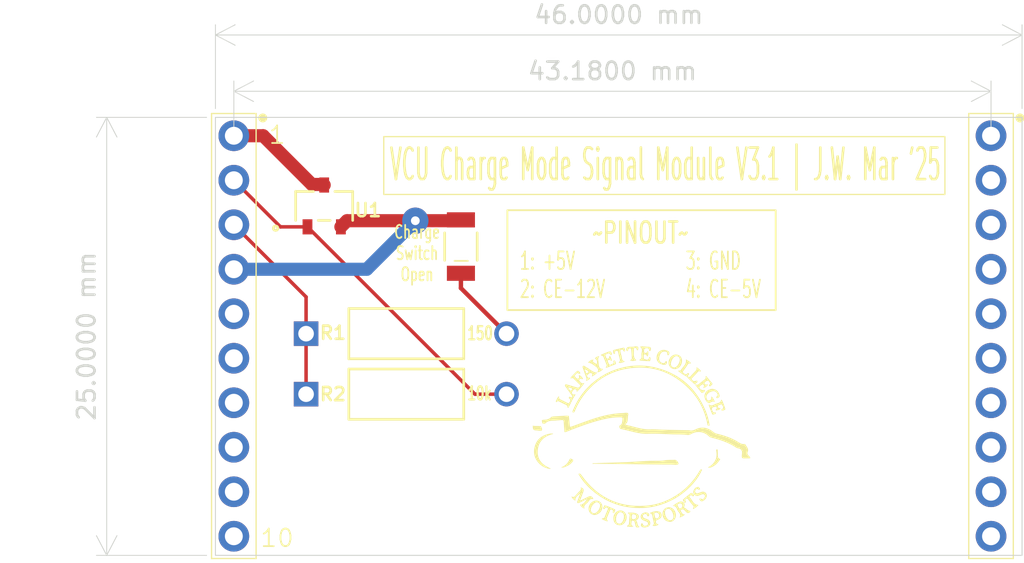
<source format=kicad_pcb>
(kicad_pcb (version 20240108) (generator "pcbnew") (generator_version "8.0")
  (layers (0 "F.Cu" signal) (31 "B.Cu" signal) (34 "B.Paste" user) (35 "F.Paste" user) (36 "B.SilkS" user "B.Silkscreen") (37 "F.SilkS" user "F.Silkscreen") (38 "B.Mask" user) (39 "F.Mask" user) (44 "Edge.Cuts" user))
  (net 0 "")
  (net 7 "Net-(D1-A)")
  (net 8 "Net-(D1-K)")
  (net 9 "Net-(J1-Pad3)")
  (net 10 "Net-(U1-D)")
  (net 11 "Net-(U1-G)")
  (footprint "CF14JT10K0:STA_CF14_STP" (layer "F.Cu") (at 26.67 37.3)
    (property "Reference" "R2")
    (property "Value" "10k")
  )
  (footprint "PH1-10-UA:1X10-2.54MM-THT" (layer "F.Cu") (at 22.55 22.55 -90)
    (property "Reference" "J1" (hide yes))
    (property "Value" "PH1-10-UA")
  )
  (footprint "LED:LED_AP3216SYD_KNB" (layer "F.Cu") (at 35.5 28.876 90)
    (property "Reference" "D1" (hide yes))
    (property "Value" "LED (Test)" (hide yes))
  )
  (footprint "IRLML2060TRPBF:SOT23_INF" (layer "F.Cu") (at 27.7025 26.5562)
    (property "Reference" "U1")
    (property "Value" "IRLML2060TRPBF")
  )
  (footprint "CF14JT10K0:STA_CF14_STP" (layer "F.Cu") (at 26.67 33.8468)
    (property "Reference" "R1")
    (property "Value" "150R")
  )
  (footprint "PH1-10-UA:1X10-2.54MM-THT" (layer "F.Cu") (at 65.73 22.55 -90)
    (property "Reference" "J2" (hide yes))
    (property "Value" "PH1-10-UA")
  )
  (gr_poly (pts (xy 44.774555 34.646884) (xy 44.767773 34.647544) (xy 44.760531 34.648734) (xy 44.693694 34.66228) (xy 44.627017 34.676646) (xy 44.494024 34.707225) (xy 44.228689 34.771494) (xy 44.222627 34.773128) (xy 44.216751 34.775078) (xy 44.211098 34.77735) (xy 44.205708 34.77995) (xy 44.20062 34.782886) (xy 44.198201 34.784481) (xy 44.195872 34.786162) (xy 44.193638 34.787931) (xy 44.191504 34.789787) (xy 44.189475 34.791732) (xy 44.187555 34.793766) (xy 44.185749 34.795891) (xy 44.184063 34.798106) (xy 44.182501 34.800414) (xy 44.181068 34.802814) (xy 44.179769 34.805307) (xy 44.178608 34.807895) (xy 44.177592 34.810578) (xy 44.176724 34.813357) (xy 44.176009 34.816232) (xy 44.175452 34.819205) (xy 44.175059 34.822277) (xy 44.174834 34.825447) (xy 44.174781 34.828718) (xy 44.174907 34.832089) (xy 44.175215 34.835562) (xy 44.17571 34.839137) (xy 44.177195 34.849316) (xy 44.178427 34.859658) (xy 44.180498 34.880637) (xy 44.182666 34.901687) (xy 44.184018 34.912116) (xy 44.185672 34.922418) (xy 44.187721 34.932543) (xy 44.190256 34.942443) (xy 44.193372 34.952069) (xy 44.197161 34.961373) (xy 44.201714 34.970306) (xy 44.204307 34.974619) (xy 44.207125 34.97882) (xy 44.210182 34.982905) (xy 44.213487 34.986867) (xy 44.217053 34.990699) (xy 44.220892 34.994397) (xy 44.223609 34.996688) (xy 44.226392 34.998678) (xy 44.229229 35.000375) (xy 44.232111 35.001786) (xy 44.235027 35.00292) (xy 44.237966 35.003786) (xy 44.240919 35.004391) (xy 44.243874 35.004744) (xy 44.246822 35.004854) (xy 44.249753 35.004728) (xy 44.252655 35.004374) (xy 44.255519 35.003802) (xy 44.258334 35.003019) (xy 44.26109 35.002033) (xy 44.263776 35.000853) (xy 44.266382 34.999487) (xy 44.268899 34.997944) (xy 44.271314 34.996231) (xy 44.273619 34.994357) (xy 44.275802 34.99233) (xy 44.277854 34.990158) (xy 44.279763 34.98785) (xy 44.281521 34.985415) (xy 44.283115 34.982859) (xy 44.284537 34.980192) (xy 44.285775 34.977421) (xy 44.286819 34.974556) (xy 44.287659 34.971603) (xy 44.288285 34.968573) (xy 44.288686 34.965472) (xy 44.288851 34.962309) (xy 44.288771 34.959093) (xy 44.288041 34.944725) (xy 44.287772 34.93084) (xy 44.288064 34.917506) (xy 44.289016 34.904792) (xy 44.290729 34.892767) (xy 44.293301 34.8815) (xy 44.29494 34.876171) (xy 44.296832 34.871058) (xy 44.298988 34.866169) (xy 44.301422 34.861512) (xy 44.304145 34.857096) (xy 44.30717 34.85293) (xy 44.31051 34.849022) (xy 44.314177 34.84538) (xy 44.318183 34.842014) (xy 44.322541 34.838931) (xy 44.327263 34.836141) (xy 44.332362 34.833652) (xy 44.33785 34.831473) (xy 44.34374 34.829612) (xy 44.350044 34.828077) (xy 44.356775 34.826879) (xy 44.363944 34.826024) (xy 44.371565 34.825522) (xy 44.37965 34.825381) (xy 44.388211 34.825609) (xy 44.396629 34.826272) (xy 44.404354 34.827416) (xy 44.411419 34.829017) (xy 44.417858 34.831052) (xy 44.423704 34.833498) (xy 44.42899 34.836333) (xy 44.433751 34.839532) (xy 44.438019 34.843072) (xy 44.441828 34.846932) (xy 44.445211 34.851087) (xy 44.448202 34.855514) (xy 44.450834 34.860191) (xy 44.45314 34.865093) (xy 44.455154 34.870199) (xy 44.45691 34.875485) (xy 44.45844 34.880927) (xy 44.460958 34.89219) (xy 44.462976 34.903802) (xy 44.466581 34.927335) (xy 44.468701 34.938887) (xy 44.469958 34.944528) (xy 44.471391 34.950048) (xy 44.473033 34.955424) (xy 44.474917 34.960634) (xy 44.477077 34.965653) (xy 44.479546 34.970459) (xy 44.480178 34.971705) (xy 44.480718 34.973019) (xy 44.481178 34.974409) (xy 44.481571 34.975883) (xy 44.48191 34.977451) (xy 44.482207 34.97912) (xy 44.482476 34.9809) (xy 44.482729 34.982799) (xy 44.48384 34.991751) (xy 44.484205 34.994372) (xy 44.484632 34.997163) (xy 44.485132 35.000132) (xy 44.485718 35.003288) (xy 44.51703 35.13266) (xy 44.546256 35.255006) (xy 44.557129 35.302606) (xy 44.561178 35.322261) (xy 44.564196 35.339632) (xy 44.566103 35.355081) (xy 44.566614 35.362196) (xy 44.566818 35.368966) (xy 44.566705 35.375436) (xy 44.566264 35.38165) (xy 44.565485 35.387653) (xy 44.564359 35.39349) (xy 44.562875 35.399207) (xy 44.561023 35.404849) (xy 44.558795 35.41046) (xy 44.556178 35.416085) (xy 44.553165 35.42177) (xy 44.549744 35.42756) (xy 44.54164 35.439634) (xy 44.531786 35.452666) (xy 44.520104 35.467016) (xy 44.490934 35.501116) (xy 44.497786 35.504552) (xy 44.505237 35.507571) (xy 44.513257 35.510177) (xy 44.521815 35.512374) (xy 44.540423 35.51556) (xy 44.560819 35.517164) (xy 44.582757 35.517224) (xy 44.605996 35.515776) (xy 44.63029 35.512854) (xy 44.655397 35.508495) (xy 44.681072 35.502736) (xy 44.707072 35.495612) (xy 44.733153 35.487159) (xy 44.759072 35.477413) (xy 44.784584 35.466411) (xy 44.809447 35.454187) (xy 44.833416 35.440779) (xy 44.856247 35.426223) (xy 44.836566 35.422875) (xy 44.818451 35.418653) (xy 44.801831 35.413597) (xy 44.786635 35.407746) (xy 44.772792 35.401141) (xy 44.760232 35.39382) (xy 44.748883 35.385824) (xy 44.738674 35.377192) (xy 44.729534 35.367964) (xy 44.721392 35.35818) (xy 44.714178 35.34788) (xy 44.70782 35.337103) (xy 44.702247 35.325889) (xy 44.697389 35.314278) (xy 44.693173 35.30231) (xy 44.689531 35.290025) (xy 44.686389 35.277461) (xy 44.683678 35.264659) (xy 44.679262 35.238501) (xy 44.672472 35.185075) (xy 44.668961 35.158445) (xy 44.664616 35.132293) (xy 44.661953 35.119496) (xy 44.658869 35.106938) (xy 44.655292 35.094659) (xy 44.651152 35.082699) (xy 44.646388 35.06955) (xy 44.641944 35.056279) (xy 44.6339 35.029414) (xy 44.626786 35.002196) (xy 44.620369 34.974718) (xy 44.596996 34.864083) (xy 44.595398 34.856415) (xy 44.594097 34.848845) (xy 44.593149 34.841399) (xy 44.59261 34.834099) (xy 44.592538 34.826972) (xy 44.592987 34.820042) (xy 44.593425 34.816658) (xy 44.594014 34.813333) (xy 44.594763 34.810069) (xy 44.595677 34.80687) (xy 44.596763 34.803739) (xy 44.59803 34.800678) (xy 44.599483 34.797691) (xy 44.60113 34.794781) (xy 44.602977 34.791952) (xy 44.605033 34.789205) (xy 44.607303 34.786544) (xy 44.609796 34.783973) (xy 44.612517 34.781494) (xy 44.615474 34.77911) (xy 44.618675 34.776825) (xy 44.622125 34.774642) (xy 44.625833 34.772563) (xy 44.629804 34.770592) (xy 44.634047 34.768732) (xy 44.638568 34.766985) (xy 44.654758 34.761376) (xy 44.662684 34.758949) (xy 44.670482 34.756891) (xy 44.678144 34.75529) (xy 44.685657 34.754233) (xy 44.693013 34.753809) (xy 44.696628 34.753861) (xy 44.7002 34.754105) (xy 44.703727 34.75455) (xy 44.707208 34.755209) (xy 44.710642 34.756091) (xy 44.714027 34.757208) (xy 44.717362 34.758572) (xy 44.720646 34.760192) (xy 44.723878 34.76208) (xy 44.727055 34.764247) (xy 44.730178 34.766704) (xy 44.733244 34.769462) (xy 44.736252 34.772531) (xy 44.739201 34.775923) (xy 44.74209 34.779649) (xy 44.744917 34.78372) (xy 44.747681 34.788147) (xy 44.750381 34.79294) (xy 44.765057 34.822247) (xy 44.769003 34.829542) (xy 44.773195 34.836529) (xy 44.777703 34.84306) (xy 44.780096 34.846109) (xy 44.782594 34.848988) (xy 44.785204 34.85168) (xy 44.787936 34.854166) (xy 44.790797 34.856427) (xy 44.793797 34.858445) (xy 44.796943 34.860201) (xy 44.800245 34.861678) (xy 44.803711 34.862856) (xy 44.807349 34.863718) (xy 44.811167 34.864244) (xy 44.815176 34.864416) (xy 44.819382 34.864216) (xy 44.823794 34.863626) (xy 44.828421 34.862627) (xy 44.833272 34.8612) (xy 44.838355 34.859327) (xy 44.843678 34.856989) (xy 44.847662 34.854941) (xy 44.851236 34.852768) (xy 44.854418 34.850475) (xy 44.857225 34.848071) (xy 44.859673 34.84556) (xy 44.861779 34.842951) (xy 44.86356 34.840248) (xy 44.865034 34.837459) (xy 44.866216 34.83459) (xy 44.867124 34.831647) (xy 44.867776 34.828638) (xy 44.868187 34.825567) (xy 44.868374 34.822443) (xy 44.868355 34.819271) (xy 44.868147 34.816058) (xy 44.867766 34.81281) (xy 44.867229 34.809534) (xy 44.866554 34.806236) (xy 44.864854 34.7996) (xy 44.862802 34.792954) (xy 44.860534 34.786351) (xy 44.855887 34.773476) (xy 44.853779 34.767309) (xy 44.851995 34.76139) (xy 44.849614 34.751781) (xy 44.847452 34.74167) (xy 44.843213 34.720671) (xy 44.840853 34.710144) (xy 44.838142 34.699838) (xy 44.834939 34.689935) (xy 44.831103 34.680615) (xy 44.828902 34.67623) (xy 44.826489 34.672059) (xy 44.823847 34.668124) (xy 44.820958 34.664448) (xy 44.817804 34.661053) (xy 44.814366 34.657962) (xy 44.810628 34.655198) (xy 44.806572 34.652782) (xy 44.80218 34.650738) (xy 44.797434 34.649089) (xy 44.792316 34.647856) (xy 44.786808 34.647063) (xy 44.780894 34.646731)) (fill solid) (layer "F.SilkS"))
  (gr_poly (pts (xy 43.34226 35.136147) (xy 43.333909 35.136688) (xy 43.325569 35.1376) (xy 43.317243 35.13888) (xy 43.308934 35.140525) (xy 43.292382 35.144897) (xy 43.275938 35.15069) (xy 43.25963 35.157881) (xy 43.243482 35.166445) (xy 43.227522 35.176356) (xy 43.211777 35.187591) (xy 43.196271 35.200125) (xy 43.181032 35.213932) (xy 43.166086 35.228989) (xy 43.151459 35.245271) (xy 43.137177 35.262753) (xy 43.158343 35.277048) (xy 43.168122 35.284152) (xy 43.177374 35.291254) (xy 43.186108 35.298374) (xy 43.194332 35.305534) (xy 43.202053 35.312753) (xy 43.209279 35.320053) (xy 43.216018 35.327453) (xy 43.222278 35.334975) (xy 43.228066 35.342638) (xy 43.23339 35.350465) (xy 43.238258 35.358474) (xy 43.242678 35.366686) (xy 43.246657 35.375123) (xy 43.250203 35.383804) (xy 43.253324 35.392751) (xy 43.256029 35.401983) (xy 43.258323 35.411521) (xy 43.260216 35.421387) (xy 43.261715 35.431599) (xy 43.262828 35.442179) (xy 43.263563 35.453148) (xy 43.263927 35.464526) (xy 43.263928 35.476333) (xy 43.263574 35.48859) (xy 43.262873 35.501318) (xy 43.261832 35.514537) (xy 43.258763 35.54253) (xy 43.254429 35.572735) (xy 43.238879 35.56836) (xy 43.22429 35.563882) (xy 43.210483 35.55919) (xy 43.197274 35.554171) (xy 43.184484 35.548712) (xy 43.171929 35.542703) (xy 43.15943 35.536029) (xy 43.146803 35.52858) (xy 43.133869 35.520244) (xy 43.120446 35.510907) (xy 43.106351 35.500458) (xy 43.091405 35.488785) (xy 43.075425 35.475775) (xy 43.05823 35.461316) (xy 43.019469 35.427604) (xy 43.018107 35.423944) (xy 43.017212 35.420438) (xy 43.016754 35.417076) (xy 43.016699 35.413848) (xy 43.017017 35.410742) (xy 43.017677 35.407748) (xy 43.018645 35.404856) (xy 43.019892 35.402056) (xy 43.021386 35.399337) (xy 43.023094 35.396688) (xy 43.024986 35.394099) (xy 43.02703 35.391559) (xy 43.031447 35.386586) (xy 43.036093 35.381685) (xy 43.040716 35.376772) (xy 43.045063 35.371763) (xy 43.047054 35.369197) (xy 43.048882 35.366575) (xy 43.050515 35.363888) (xy 43.051921 35.361124) (xy 43.053069 35.358273) (xy 43.053927 35.355325) (xy 43.054464 35.352269) (xy 43.054648 35.349095) (xy 43.054448 35.345792) (xy 43.053832 35.342349) (xy 43.052769 35.338757) (xy 43.051227 35.335005) (xy 43.047567 35.330588) (xy 43.042954 35.327107) (xy 43.037446 35.324532) (xy 43.031102 35.322833) (xy 43.023978 35.321979) (xy 43.016132 35.321941) (xy 43.007622 35.322687) (xy 42.998505 35.324188) (xy 42.98884 35.326414) (xy 42.978684 35.329333) (xy 42.95713 35.337133) (xy 42.934304 35.347346) (xy 42.910669 35.35973) (xy 42.886685 35.374041) (xy 42.862814 35.390038) (xy 42.839518 35.407479) (xy 42.817259 35.426121) (xy 42.796498 35.445722) (xy 42.786823 35.455807) (xy 42.777696 35.46604) (xy 42.769174 35.476392) (xy 42.761316 35.486832) (xy 42.754178 35.49733) (xy 42.747818 35.507856) (xy 42.766713 35.50834) (xy 42.785159 35.509666) (xy 42.803178 35.511797) (xy 42.82079 35.514695) (xy 42.838017 35.518324) (xy 42.854881 35.522647) (xy 42.871402 35.527628) (xy 42.887603 35.53323) (xy 42.919126 35.546147) (xy 42.949623 35.561105) (xy 42.979263 35.577809) (xy 43.008219 35.595966) (xy 43.036659 35.615281) (xy 43.064756 35.635459) (xy 43.120604 35.677228) (xy 43.177128 35.718918) (xy 43.206071 35.738998) (xy 43.235696 35.758176) (xy 43.261347 35.792297) (xy 43.273727 35.809188) (xy 43.28543 35.826025) (xy 43.296173 35.842854) (xy 43.305671 35.859722) (xy 43.309864 35.868184) (xy 43.31364 35.876673) (xy 43.316962 35.885193) (xy 43.319795 35.893752) (xy 43.322104 35.902355) (xy 43.323852 35.911006) (xy 43.325005 35.919713) (xy 43.325527 35.92848) (xy 43.325382 35.937314) (xy 43.324535 35.946219) (xy 43.322951 35.955202) (xy 43.320593 35.964269) (xy 43.317426 35.973425) (xy 43.313415 35.982675) (xy 43.308524 35.992026) (xy 43.302717 36.001483) (xy 43.29596 36.011052) (xy 43.288216 36.020739) (xy 43.27945 36.030548) (xy 43.269626 36.040487) (xy 43.279189 36.041999) (xy 43.289156 36.042857) (xy 43.299492 36.04308) (xy 43.310163 36.042688) (xy 43.332375 36.040135) (xy 43.355522 36.035353) (xy 43.379332 36.028498) (xy 43.403534 36.019725) (xy 43.427857 36.009189) (xy 43.452031 35.997046) (xy 43.475783 35.983451) (xy 43.498843 35.968561) (xy 43.520939 35.952529) (xy 43.541801 35.935512) (xy 43.561157 35.917665) (xy 43.578737 35.899143) (xy 43.594268 35.880102) (xy 43.60748 35.860698) (xy 43.585203 35.860167) (xy 43.56433 35.858623) (xy 43.544812 35.856102) (xy 43.526601 35.852638) (xy 43.509648 35.848264) (xy 43.493903 35.843015) (xy 43.479317 35.836926) (xy 43.46584 35.83003) (xy 43.453425 35.822362) (xy 43.442021 35.813956) (xy 43.43158 35.804846) (xy 43.422052 35.795068) (xy 43.413388 35.784654) (xy 43.405539 35.773639) (xy 43.398456 35.762058) (xy 43.39209 35.749945) (xy 43.386391 35.737334) (xy 43.381311 35.724259) (xy 43.3768 35.710755) (xy 43.37281 35.696855) (xy 43.366192 35.668009) (xy 43.361066 35.637993) (xy 43.357037 35.607082) (xy 43.353712 35.575551) (xy 43.347604 35.511724) (xy 43.335669 35.416081) (xy 43.332983 35.392313) (xy 43.330878 35.368639) (xy 43.329583 35.345074) (xy 43.329329 35.321637) (xy 43.330346 35.298345) (xy 43.332864 35.275217) (xy 43.337114 35.252269) (xy 43.339961 35.240869) (xy 43.343327 35.22952) (xy 43.347241 35.218225) (xy 43.351732 35.206987) (xy 43.356829 35.195806) (xy 43.36256 35.184687) (xy 43.368955 35.17363) (xy 43.376042 35.162639) (xy 43.383849 35.151714) (xy 43.392406 35.140859) (xy 43.38406 35.139111) (xy 43.375705 35.137751) (xy 43.367344 35.136778) (xy 43.358981 35.136189) (xy 43.350618 35.135979)) (fill solid) (layer "F.SilkS"))
  (gr_poly (pts (xy 49.815465 36.997905) (xy 49.796418 36.999172) (xy 49.777541 37.001234) (xy 49.758857 37.004074) (xy 49.740385 37.007678) (xy 49.722146 37.012029) (xy 49.686449 37.022907) (xy 49.651933 37.036582) (xy 49.618762 37.052927) (xy 49.587102 37.071812) (xy 49.557118 37.093112) (xy 49.528974 37.116698) (xy 49.502837 37.142442) (xy 49.478872 37.170218) (xy 49.457243 37.199897) (xy 49.438117 37.231352) (xy 49.429544 37.247705) (xy 49.421658 37.264455) (xy 49.41448 37.281584) (xy 49.408031 37.299078) (xy 49.402332 37.31692) (xy 49.397403 37.335095) (xy 49.394157 37.350098) (xy 49.391734 37.36548) (xy 49.390112 37.381196) (xy 49.389272 37.397207) (xy 49.38986 37.429942) (xy 49.393342 37.463352) (xy 49.399559 37.4971) (xy 49.408353 37.530853) (xy 49.419569 37.564276) (xy 49.433048 37.597035) (xy 49.448634 37.628795) (xy 49.466168 37.659221) (xy 49.485494 37.687979) (xy 49.506454 37.714735) (xy 49.528891 37.739154) (xy 49.552647 37.760901) (xy 49.564971 37.770668) (xy 49.577565 37.779642) (xy 49.590411 37.78778) (xy 49.603488 37.795042) (xy 49.607853 37.797194) (xy 49.612155 37.799116) (xy 49.616398 37.800813) (xy 49.620585 37.802292) (xy 49.624717 37.803558) (xy 49.628797 37.804619) (xy 49.632829 37.80548) (xy 49.636814 37.806147) (xy 49.640755 37.806627) (xy 49.644654 37.806926) (xy 49.648516 37.80705) (xy 49.65234 37.807005) (xy 49.659892 37.806434) (xy 49.667329 37.805263) (xy 49.674673 37.803542) (xy 49.681945 37.80132) (xy 49.689164 37.798646) (xy 49.696352 37.795572) (xy 49.703528 37.792145) (xy 49.710714 37.788417) (xy 49.725197 37.780252) (xy 49.751236 37.764581) (xy 49.764349 37.756723) (xy 49.777637 37.749113) (xy 49.791182 37.741946) (xy 49.805069 37.735418) (xy 49.819381 37.729725) (xy 49.826722 37.727253) (xy 49.834201 37.725063) (xy 49.841828 37.723179) (xy 49.849614 37.721627) (xy 49.857568 37.720431) (xy 49.865702 37.719615) (xy 49.874026 37.719203) (xy 49.88255 37.719221) (xy 49.891284 37.719692) (xy 49.90024 37.720642) (xy 49.909427 37.722094) (xy 49.918857 37.724073) (xy 49.928539 37.726604) (xy 49.938484 37.729711) (xy 49.948703 37.733418) (xy 49.959205 37.737751) (xy 49.970002 37.742733) (xy 49.981103 37.74839) (xy 49.961951 37.699518) (xy 49.943121 37.653693) (xy 49.93349 37.631812) (xy 49.923536 37.610559) (xy 49.913124 37.58989) (xy 49.902118 37.569759) (xy 49.890385 37.550123) (xy 49.87779 37.530937) (xy 49.864198 37.512155) (xy 49.849475 37.493734) (xy 49.833485 37.475629) (xy 49.816094 37.457795) (xy 49.797168 37.440187) (xy 49.776571 37.422762) (xy 49.779318 37.46167) (xy 49.780199 37.479747) (xy 49.780568 37.496936) (xy 49.780287 37.513259) (xy 49.779219 37.528738) (xy 49.777225 37.543397) (xy 49.774168 37.557258) (xy 49.772197 37.563895) (xy 49.76991 37.570342) (xy 49.767287 37.576601) (xy 49.764313 37.582673) (xy 49.760969 37.588564) (xy 49.75724 37.594274) (xy 49.753106 37.599807) (xy 49.748552 37.605166) (xy 49.74356 37.610353) (xy 49.738112 37.615372) (xy 49.732192 37.620224) (xy 49.725783 37.624914) (xy 49.718866 37.629443) (xy 49.711426 37.633815) (xy 49.703443 37.638032) (xy 49.694903 37.642098) (xy 49.679823 37.648527) (xy 49.665659 37.653741) (xy 49.652357 37.657732) (xy 49.646011 37.659266) (xy 49.63986 37.660492) (xy 49.633897 37.661408) (xy 49.628115 37.662014) (xy 49.622507 37.662308) (xy 49.617066 37.66229) (xy 49.611785 37.661957) (xy 49.606658 37.661311) (xy 49.601677 37.660349) (xy 49.596837 37.65907) (xy 49.592128 37.657474) (xy 49.587546 37.655559) (xy 49.583083 37.653325) (xy 49.578732 37.65077) (xy 49.574487 37.647894) (xy 49.57034 37.644696) (xy 49.566285 37.641174) (xy 49.562314 37.637328) (xy 49.558421 37.633156) (xy 49.554599 37.628658) (xy 49.547141 37.618679) (xy 49.539884 37.607383) (xy 49.532774 37.594761) (xy 49.526155 37.581749) (xy 49.520103 37.568657) (xy 49.514655 37.555472) (xy 49.509847 37.542179) (xy 49.505716 37.528765) (xy 49.502298 37.515217) (xy 49.499629 37.50152) (xy 49.497746 37.487661) (xy 49.496685 37.473626) (xy 49.496483 37.459402) (xy 49.497176 37.444974) (xy 49.498801 37.43033) (xy 49.501393 37.415454) (xy 49.50499 37.400335) (xy 49.509627 37.384957) (xy 49.515342 37.369308) (xy 49.52214 37.35647) (xy 49.529214 37.344085) (xy 49.536559 37.332142) (xy 49.544168 37.320633) (xy 49.552036 37.309549) (xy 49.560156 37.29888) (xy 49.568522 37.288618) (xy 49.577127 37.278753) (xy 49.585967 37.269276) (xy 49.595034 37.260177) (xy 49.604323 37.251448) (xy 49.613827 37.24308) (xy 49.633458 37.227388) (xy 49.653877 37.213028) (xy 49.675036 37.199927) (xy 49.696885 37.188011) (xy 49.719375 37.177207) (xy 49.742458 37.167441) (xy 49.766085 37.158641) (xy 49.790207 37.150733) (xy 49.814774 37.143644) (xy 49.839738 37.1373) (xy 49.86033 37.133113) (xy 49.880473 37.130471) (xy 49.900148 37.129361) (xy 49.919339 37.12977) (xy 49.938028 37.131687) (xy 49.956199 37.135099) (xy 49.973834 37.139994) (xy 49.990916 37.14636) (xy 50.007428 37.154186) (xy 50.023354 37.163458) (xy 50.038674 37.174164) (xy 50.053374 37.186293) (xy 50.067434 37.199832) (xy 50.080839 37.214769) (xy 50.093572 37.231092) (xy 50.105614 37.248789) (xy 50.112616 37.260028) (xy 50.11924 37.271272) (xy 50.125346 37.282512) (xy 50.130797 37.293741) (xy 50.135453 37.304949) (xy 50.139177 37.316128) (xy 50.140645 37.321704) (xy 50.141829 37.32727) (xy 50.14271 37.332823) (xy 50.143271 37.338365) (xy 50.143495 37.343892) (xy 50.143364 37.349405) (xy 50.142862 37.354902) (xy 50.141971 37.360382) (xy 50.140673 37.365844) (xy 50.138951 37.371287) (xy 50.136789 37.37671) (xy 50.134168 37.382112) (xy 50.131072 37.387492) (xy 50.127482 37.392848) (xy 50.123382 37.39818) (xy 50.118755 37.403486) (xy 50.113582 37.408766) (xy 50.107848 37.414018) (xy 50.101534 37.419241) (xy 50.094622 37.424435) (xy 50.089756 37.428087) (xy 50.085085 37.43194) (xy 50.080667 37.435993) (xy 50.078571 37.438093) (xy 50.07656 37.440243) (xy 50.07464 37.442441) (xy 50.07282 37.444687) (xy 50.071105 37.446982) (xy 50.069503 37.449325) (xy 50.068022 37.451714) (xy 50.066668 37.454152) (xy 50.065448 37.456636) (xy 50.064371 37.459166) (xy 50.063441 37.461743) (xy 50.062668 37.464366) (xy 50.062058 37.467035) (xy 50.061617 37.469749) (xy 50.061354 37.472508) (xy 50.061275 37.475312) (xy 50.061388 37.47816) (xy 50.061699 37.481053) (xy 50.062216 37.48399) (xy 50.062945 37.48697) (xy 50.063895 37.489994) (xy 50.065071 37.49306) (xy 50.066482 37.49617) (xy 50.068134 37.499321) (xy 50.070034 37.502515) (xy 50.07219 37.505751) (xy 50.074518 37.508901) (xy 50.076872 37.511764) (xy 50.079251 37.51435) (xy 50.081656 37.516668) (xy 50.084085 37.518727) (xy 50.086538 37.520538) (xy 50.089013 37.522109) (xy 50.09151 37.523451) (xy 50.094029 37.524573) (xy 50.096569 37.525485) (xy 50.099128 37.526196) (xy 50.101707 37.526715) (xy 50.104305 37.527053) (xy 50.10692 37.527219) (xy 50.109552 37.527222) (xy 50.112201 37.527072) (xy 50.114866 37.526779) (xy 50.117546 37.526352) (xy 50.120239 37.525801) (xy 50.122947 37.525135) (xy 50.1284 37.523497) (xy 50.133898 37.521517) (xy 50.139437 37.519269) (xy 50.14501 37.51683) (xy 50.156237 37.511689) (xy 50.170366 37.504855) (xy 50.18348 37.497722) (xy 50.195548 37.490231) (xy 50.201178 37.486334) (xy 50.206534 37.482326) (xy 50.211611 37.4782) (xy 50.216406 37.473949) (xy 50.220913 37.469566) (xy 50.225129 37.465044) (xy 50.22905 37.460375) (xy 50.232671 37.455553) (xy 50.235989 37.45057) (xy 50.238998 37.44542) (xy 50.241695 37.440094) (xy 50.244075 37.434587) (xy 50.246135 37.42889) (xy 50.24787 37.422997) (xy 50.249276 37.4169) (xy 50.250349 37.410593) (xy 50.251085 37.404068) (xy 50.251478 37.397318) (xy 50.251526 37.390336) (xy 50.251224 37.383115) (xy 50.250568 37.375648) (xy 50.249553 37.367927) (xy 50.248176 37.359946) (xy 50.246431 37.351697) (xy 50.244316 37.343174) (xy 50.241825 37.334368) (xy 50.2292 37.296525) (xy 50.214569 37.260541) (xy 50.197997 37.226499) (xy 50.179546 37.19448) (xy 50.159279 37.164563) (xy 50.148485 37.150419) (xy 50.137261 37.136831) (xy 50.125615 37.123809) (xy 50.113555 37.111364) (xy 50.101088 37.099505) (xy 50.088223 37.088243) (xy 50.074968 37.077587) (xy 50.06133 37.067548) (xy 50.047317 37.058137) (xy 50.032938 37.049362) (xy 50.018199 37.041235) (xy 50.00311 37.033765) (xy 49.987678 37.026963) (xy 49.971911 37.020838) (xy 49.955817 37.015401) (xy 49.939404 37.010662) (xy 49.922679 37.006631) (xy 49.905651 37.003318) (xy 49.888327 37.000733) (xy 49.870716 36.998886) (xy 49.852825 36.997788) (xy 49.834663 36.997449)) (fill solid) (layer "F.SilkS"))
  (gr_poly (pts (xy 45.047869 44.056364) (xy 45.046613 44.056577) (xy 45.045378 44.056897) (xy 45.044168 44.057322) (xy 45.042984 44.05785) (xy 45.04183 44.058482) (xy 45.040707 44.059215) (xy 45.039618 44.060048) (xy 45.038565 44.060979) (xy 45.037551 44.062008) (xy 45.036578 44.063132) (xy 45.035648 44.064351) (xy 45.034764 44.065663) (xy 45.033927 44.067067) (xy 45.033142 44.068561) (xy 45.032409 44.070144) (xy 45.031731 44.071816) (xy 45.031111 44.073573) (xy 45.030551 44.075415) (xy 45.030052 44.077342) (xy 45.029619 44.07935) (xy 45.029253 44.081439) (xy 45.028955 44.083608) (xy 45.02873 44.085855) (xy 45.028579 44.088179) (xy 45.028504 44.090579) (xy 45.028508 44.093052) (xy 45.028593 44.095599) (xy 45.028761 44.098217) (xy 45.029016 44.100904) (xy 45.029358 44.103661) (xy 45.04019 44.107064) (xy 45.050191 44.110803) (xy 45.059391 44.114866) (xy 45.067819 44.119244) (xy 45.075503 44.123925) (xy 45.082472 44.1289) (xy 45.088755 44.134159) (xy 45.094381 44.13969) (xy 45.099378 44.145482) (xy 45.103775 44.151527) (xy 45.107601 44.157812) (xy 45.110885 44.164329) (xy 45.113655 44.171065) (xy 45.115941 44.178011) (xy 45.117771 44.185156) (xy 45.119173 44.19249) (xy 45.120177 44.200003) (xy 45.120812 44.207683) (xy 45.121105 44.21552) (xy 45.121087 44.223504) (xy 45.120228 44.239871) (xy 45.118467 44.2567) (xy 45.116032 44.273906) (xy 45.113155 44.291407) (xy 45.106993 44.326954) (xy 45.104033 44.346698) (xy 45.101688 44.366492) (xy 45.099873 44.386332) (xy 45.098504 44.406213) (xy 45.096766 44.446083) (xy 45.095799 44.486066) (xy 45.094927 44.526124) (xy 45.093475 44.566222) (xy 45.090767 44.606323) (xy 45.088732 44.626364) (xy 45.086129 44.646392) (xy 45.081722 44.675593) (xy 45.079292 44.689584) (xy 45.07655 44.703089) (xy 45.073371 44.716047) (xy 45.069635 44.728397) (xy 45.065219 44.740079) (xy 45.06 44.751033) (xy 45.057052 44.756217) (xy 45.053857 44.761197) (xy 45.050401 44.765965) (xy 45.046667 44.770512) (xy 45.042642 44.774832) (xy 45.038309 44.778917) (xy 45.033653 44.782759) (xy 45.028659 44.786351) (xy 45.023311 44.789685) (xy 45.017595 44.792753) (xy 45.011496 44.795549) (xy 45.004997 44.798065) (xy 44.998083 44.800292) (xy 44.99074 44.802224) (xy 44.982952 44.803852) (xy 44.974703 44.80517) (xy 44.97437 44.810062) (xy 44.974261 44.814665) (xy 44.974368 44.818988) (xy 44.974687 44.823043) (xy 44.975212 44.826838) (xy 44.975936 44.830385) (xy 44.976854 44.833693) (xy 44.97796 44.836773) (xy 44.979248 44.839634) (xy 44.980712 44.842288) (xy 44.982345 44.844745) (xy 44.984143 44.847014) (xy 44.986099 44.849105) (xy 44.988207 44.85103) (xy 44.990461 44.852798) (xy 44.992855 44.854419) (xy 44.995384 44.855904) (xy 44.998042 44.857263) (xy 45.000822 44.858506) (xy 45.003719 44.859644) (xy 45.006726 44.860686) (xy 45.009838 44.861642) (xy 45.016353 44.86334) (xy 45.023215 44.86482) (xy 45.030378 44.866163) (xy 45.045416 44.868766) (xy 45.063219 44.867384) (xy 45.080944 44.866938) (xy 45.098636 44.867225) (xy 45.116342 44.868042) (xy 45.188254 44.872569) (xy 45.206738 44.873004) (xy 45.225517 44.872755) (xy 45.24464 44.871621) (xy 45.264152 44.869399) (xy 45.284101 44.865886) (xy 45.304533 44.860881) (xy 45.314946 44.857756) (xy 45.325496 44.854181) (xy 45.336192 44.850132) (xy 45.347037 44.845584) (xy 45.33412 44.841027) (xy 45.322034 44.836253) (xy 45.310753 44.831268) (xy 45.300257 44.826076) (xy 45.290521 44.820684) (xy 45.281522 44.815096) (xy 45.273237 44.809319) (xy 45.265643 44.803358) (xy 45.258718 44.797219) (xy 45.252437 44.790906) (xy 45.246777 44.784425) (xy 45.241716 44.777783) (xy 45.237231 44.770983) (xy 45.233298 44.764033) (xy 45.229894 44.756936) (xy 45.226995 44.7497) (xy 45.22458 44.742329) (xy 45.222625 44.734828) (xy 45.221106 44.727204) (xy 45.22 44.719462) (xy 45.219285 44.711606) (xy 45.218937 44.703644) (xy 45.218933 44.69558) (xy 45.21925 44.687419) (xy 45.220754 44.670832) (xy 45.223264 44.653925) (xy 45.226596 44.636742) (xy 45.230563 44.619329) (xy 45.232012 44.611774) (xy 45.232929 44.603871) (xy 45.233483 44.59573) (xy 45.233844 44.587462) (xy 45.234663 44.570988) (xy 45.23546 44.563003) (xy 45.23674 44.555335) (xy 45.237615 44.551654) (xy 45.238674 44.548093) (xy 45.239938 44.544667) (xy 45.24143 44.541388) (xy 45.243169 44.538272) (xy 45.245177 44.535332) (xy 45.247476 44.532582) (xy 45.250086 44.530035) (xy 45.253029 44.527705) (xy 45.256325 44.525607) (xy 45.259996 44.523754) (xy 45.264064 44.52216) (xy 45.268548 44.520839) (xy 45.273471 44.519804) (xy 45.278853 44.51907) (xy 45.284716 44.51865) (xy 45.294871 44.51856) (xy 45.30486 44.519154) (xy 45.314645 44.520428) (xy 45.324185 44.522382) (xy 45.333442 44.525014) (xy 45.342375 44.528321) (xy 45.350946 44.532301) (xy 45.359114 44.536953) (xy 45.36684 44.542275) (xy 45.370525 44.545186) (xy 45.374085 44.548264) (xy 45.377514 44.551509) (xy 45.380809 44.55492) (xy 45.383963 44.558497) (xy 45.386972 44.562239) (xy 45.389831 44.566148) (xy 45.392536 44.570221) (xy 45.39508 44.57446) (xy 45.39746 44.578863) (xy 45.39967 44.583431) (xy 45.401705 44.588163) (xy 45.403561 44.593059) (xy 45.405232 44.598119) (xy 45.45695 44.816623) (xy 45.46008 44.82623) (xy 45.463524 44.835353) (xy 45.467278 44.84399) (xy 45.471337 44.852138) (xy 45.475695 44.859794) (xy 45.480349 44.866957) (xy 45.485293 44.873623) (xy 45.490523 44.879789) (xy 45.496033 44.885454) (xy 45.50182 44.890615) (xy 45.507879 44.895268) (xy 45.514204 44.899413) (xy 45.520791 44.903045) (xy 45.527635 44.906162) (xy 45.534732 44.908763) (xy 45.542076 44.910843) (xy 45.549664 44.912401) (xy 45.557489 44.913434) (xy 45.565548 44.91394) (xy 45.573835 44.913915) (xy 45.582347 44.913358) (xy 45.591077 44.912266) (xy 45.600022 44.910636) (xy 45.609177 44.908465) (xy 45.618536 44.905752) (xy 45.628095 44.902493) (xy 45.63785 44.898685) (xy 45.647796 44.894327) (xy 45.657927 44.889416) (xy 45.668239 44.883949) (xy 45.678728 44.877924) (xy 45.689388 44.871337) (xy 45.675105 44.864243) (xy 45.662078 44.856524) (xy 45.650232 44.848216) (xy 45.639492 44.839356) (xy 45.629785 44.829978) (xy 45.621036 44.820118) (xy 45.61317 44.809812) (xy 45.606114 44.799097) (xy 45.599794 44.788006) (xy 45.594134 44.776578) (xy 45.589061 44.764846) (xy 45.5845 44.752846) (xy 45.576618 44.728189) (xy 45.569894 44.702892) (xy 45.557541 44.651519) (xy 45.550723 44.626015) (xy 45.542685 44.601015) (xy 45.538023 44.588793) (xy 45.532833 44.576803) (xy 45.527041 44.565083) (xy 45.520573 44.553666) (xy 45.513353 44.54259) (xy 45.505309 44.53189) (xy 45.496365 44.521601) (xy 45.486447 44.511759) (xy 45.498685 44.502235) (xy 45.510504 44.493218) (xy 45.532929 44.476202) (xy 45.543558 44.467956) (xy 45.553812 44.459719) (xy 45.563704 44.451367) (xy 45.573245 44.442775) (xy 45.582409 44.43375) (xy 45.590931 44.424416) (xy 45.598812 44.414798) (xy 45.606052 44.404924) (xy 45.612649 44.394818) (xy 45.618605 44.384507) (xy 45.623918 44.374016) (xy 45.628589 44.363372) (xy 45.632618 44.352601) (xy 45.636004 44.341728) (xy 45.638747 44.33078) (xy 45.640847 44.319782) (xy 45.642303 44.30876) (xy 45.642833 44.301581) (xy 45.502501 44.301581) (xy 45.50224 44.307807) (xy 45.501687 44.31392) (xy 45.500848 44.319918) (xy 45.499725 44.3258) (xy 45.498322 44.331564) (xy 45.496643 44.337206) (xy 45.494691 44.342726) (xy 45.492468 44.348121) (xy 45.48998 44.353389) (xy 45.487229 44.358529) (xy 45.484219 44.363538) (xy 45.480953 44.368414) (xy 45.477435 44.373155) (xy 45.473669 44.37776) (xy 45.469657 44.382225) (xy 45.465403 44.386551) (xy 45.456185 44.394771) (xy 45.446041 44.402403) (xy 45.435 44.409433) (xy 45.423089 44.415844) (xy 45.412978 44.420572) (xy 45.402337 44.425002) (xy 45.391278 44.429043) (xy 45.379914 44.432604) (xy 45.368358 44.435592) (xy 45.356722 44.437916) (xy 45.34512 44.439486) (xy 45.333664 44.440209) (xy 45.322467 44.439994) (xy 45.317001 44.439507) (xy 45.311641 44.438751) (xy 45.306403 44.437714) (xy 45.3013 44.436386) (xy 45.296346 44.434755) (xy 45.291556 44.43281) (xy 45.286943 44.430538) (xy 45.282522 44.42793) (xy 45.278306 44.424972) (xy 45.27431 44.421655) (xy 45.270548 44.417966) (xy 45.267034 44.413894) (xy 45.263781 44.409428) (xy 45.260805 44.404555) (xy 45.257668 44.398587) (xy 45.254833 44.392486) (xy 45.252291 44.38626) (xy 45.250036 44.379917) (xy 45.246348 44.366912) (xy 45.243704 44.353535) (xy 45.242039 44.339851) (xy 45.241287 44.325923) (xy 45.241382 44.311816) (xy 45.242259 44.297593) (xy 45.243853 44.283319) (xy 45.246097 44.269059) (xy 45.248927 44.254875) (xy 45.252277 44.240832) (xy 45.256081 44.226995) (xy 45.260274 44.213427) (xy 45.26479 44.200193) (xy 45.269563 44.187356) (xy 45.271796 44.182167) (xy 45.274275 44.177475) (xy 45.276993 44.17326) (xy 45.279942 44.169505) (xy 45.283114 44.166189) (xy 45.2865 44.163293) (xy 45.290093 44.160799) (xy 45.293884 44.158686) (xy 45.297866 44.156937) (xy 45.30203 44.155531) (xy 45.306368 44.15445) (xy 45.310872 44.153673) (xy 45.315534 44.153183) (xy 45.320347 44.15296) (xy 45.325301 44.152985) (xy 45.330389 44.153238) (xy 45.340933 44.154354) (xy 45.351916 44.156153) (xy 45.363273 44.158483) (xy 45.374938 44.16119) (xy 45.398936 44.167122) (xy 45.411139 44.170039) (xy 45.423393 44.17272) (xy 45.429818 44.175537) (xy 45.435979 44.178621) (xy 45.441874 44.181969) (xy 45.447503 44.185577) (xy 45.452863 44.189442) (xy 45.457953 44.193561) (xy 45.462773 44.19793) (xy 45.467319 44.202546) (xy 45.471592 44.207406) (xy 45.47559 44.212506) (xy 45.479311 44.217842) (xy 45.482754 44.223412) (xy 45.485918 44.229211) (xy 45.488801 44.235238) (xy 45.491401 44.241487) (xy 45.493718 44.247956) (xy 45.495906 44.255012) (xy 45.497776 44.26197) (xy 45.49933 44.26883) (xy 45.500573 44.27559) (xy 45.501508 44.282247) (xy 45.502139 44.288799) (xy 45.502469 44.295244) (xy 45.502501 44.301581) (xy 45.642833 44.301581) (xy 45.643116 44.297741) (xy 45.643286 44.28675) (xy 45.642812 44.275813) (xy 45.641694 44.264957) (xy 45.639932 44.254207) (xy 45.637526 44.243589) (xy 45.634475 44.233129) (xy 45.630779 44.222853) (xy 45.626439 44.212787) (xy 45.621454 44.202957) (xy 45.615823 44.193389) (xy 45.609547 44.184108) (xy 45.602626 44.175142) (xy 45.595059 44.166515) (xy 45.586847 44.158254) (xy 45.577988 44.150385) (xy 45.568483 44.142934) (xy 45.558331 44.135926) (xy 45.547533 44.129388) (xy 45.518418 44.114285) (xy 45.488854 44.101534) (xy 45.458883 44.09093) (xy 45.428543 44.082271) (xy 45.397876 44.075354) (xy 45.366921 44.069977) (xy 45.335719 44.065936) (xy 45.304311 44.063029) (xy 45.272737 44.061054) (xy 45.241036 44.059806) (xy 45.177417 44.058686) (xy 45.113778 44.058046) (xy 45.05044 44.056264) (xy 45.049146 44.056259)) (fill solid) (layer "F.SilkS"))
  (gr_poly (pts (xy 45.462592 34.57061) (xy 45.430537 34.573366) (xy 45.417286 34.574972) (xy 45.403934 34.576851) (xy 45.376384 34.58122) (xy 45.346792 34.58605) (xy 45.33089 34.588506) (xy 45.314069 34.590918) (xy 45.276378 34.592166) (xy 45.239573 34.592739) (xy 45.168178 34.593827) (xy 45.133369 34.595322) (xy 45.116139 34.596521) (xy 45.099006 34.598104) (xy 45.081956 34.600132) (xy 45.064977 34.602665) (xy 45.048054 34.605765) (xy 45.031174 34.609494) (xy 45.023239 34.611708) (xy 45.015527 34.614457) (xy 45.00805 34.617715) (xy 45.00082 34.621455) (xy 44.993849 34.625652) (xy 44.98715 34.630279) (xy 44.980733 34.635311) (xy 44.97461 34.64072) (xy 44.968795 34.646481) (xy 44.963298 34.652568) (xy 44.958131 34.658955) (xy 44.953307 34.665615) (xy 44.948837 34.672523) (xy 44.944734 34.679651) (xy 44.941008 34.686975) (xy 44.937673 34.694468) (xy 44.934739 34.702103) (xy 44.932219 34.709855) (xy 44.930125 34.717698) (xy 44.928469 34.725605) (xy 44.927262 34.733551) (xy 44.926516 34.741508) (xy 44.926244 34.749451) (xy 44.926457 34.757355) (xy 44.927168 34.765192) (xy 44.928387 34.772936) (xy 44.930128 34.780562) (xy 44.932401 34.788043) (xy 44.935219 34.795353) (xy 44.938594 34.802467) (xy 44.942537 34.809357) (xy 44.947061 34.815998) (xy 44.948675 34.818025) (xy 44.95048 34.820013) (xy 44.952457 34.82195) (xy 44.954588 34.823825) (xy 44.956854 34.825626) (xy 44.959237 34.827341) (xy 44.961718 34.828958) (xy 44.964278 34.830464) (xy 44.966899 34.831849) (xy 44.969562 34.8331) (xy 44.972248 34.834206) (xy 44.974939 34.835154) (xy 44.977616 34.835932) (xy 44.980261 34.83653) (xy 44.982854 34.836934) (xy 44.984126 34.83706) (xy 44.985378 34.837133) (xy 44.988466 34.837175) (xy 44.991467 34.837071) (xy 44.994381 34.836825) (xy 44.997207 34.83644) (xy 44.999944 34.835919) (xy 45.002592 34.835268) (xy 45.005151 34.83449) (xy 45.00762 34.833588) (xy 45.009998 34.832566) (xy 45.012285 34.831429) (xy 45.01448 34.830179) (xy 45.016583 34.828821) (xy 45.018593 34.827359) (xy 45.02051 34.825797) (xy 45.022334 34.824137) (xy 45.024063 34.822385) (xy 45.025697 34.820543) (xy 45.027236 34.818616) (xy 45.028679 34.816608) (xy 45.030026 34.814522) (xy 45.031275 34.812362) (xy 45.032428 34.810132) (xy 45.033482 34.807836) (xy 45.034438 34.805477) (xy 45.035294 34.80306) (xy 45.036051 34.800587) (xy 45.036708 34.798064) (xy 45.037265 34.795494) (xy 45.03772 34.79288) (xy 45.038073 34.790227) (xy 45.038324 34.787538) (xy 45.038473 34.784817) (xy 45.038829 34.778241) (xy 45.039421 34.771904) (xy 45.040244 34.765804) (xy 45.041293 34.759942) (xy 45.042565 34.754315) (xy 45.044056 34.748921) (xy 45.04576 34.74376) (xy 45.047675 34.73883) (xy 45.049796 34.73413) (xy 45.052118 34.729658) (xy 45.054638 34.725412) (xy 45.057351 34.721392) (xy 45.060253 34.717596) (xy 45.063339 34.714022) (xy 45.066607 34.710669) (xy 45.07005 34.707537) (xy 45.073666 34.704622) (xy 45.07745 34.701924) (xy 45.081398 34.699442) (xy 45.085506 34.697174) (xy 45.089769 34.695118) (xy 45.094183 34.693274) (xy 45.098744 34.691639) (xy 45.103448 34.690213) (xy 45.108291 34.688994) (xy 45.113268 34.687981) (xy 45.118375 34.687172) (xy 45.123609 34.686565) (xy 45.128964 34.68616) (xy 45.134437 34.685955) (xy 45.145719 34.686139) (xy 45.152419 34.686684) (xy 45.158632 34.687609) (xy 45.164377 34.688897) (xy 45.169673 34.69053) (xy 45.17454 34.692491) (xy 45.178996 34.694762) (xy 45.183061 34.697326) (xy 45.186753 34.700166) (xy 45.190093 34.703265) (xy 45.193099 34.706604) (xy 45.195791 34.710167) (xy 45.198187 34.713936) (xy 45.200306 34.717894) (xy 45.202169 34.722023) (xy 45.203794 34.726306) (xy 45.205201 34.730726) (xy 45.206407 34.735265) (xy 45.207434 34.739906) (xy 45.208299 34.744631) (xy 45.209023 34.749423) (xy 45.210121 34.75914) (xy 45.210881 34.768916) (xy 45.212003 34.78809) (xy 45.212672 34.797211) (xy 45.213617 34.805834) (xy 45.219013 34.848392) (xy 45.223686 34.891059) (xy 45.227724 34.933816) (xy 45.231213 34.976643) (xy 45.236891 35.062426) (xy 45.241414 35.148247) (xy 45.245516 35.214742) (xy 45.245771 35.231136) (xy 45.245211 35.247197) (xy 45.243585 35.262805) (xy 45.242292 35.270401) (xy 45.240638 35.277839) (xy 45.23859 35.285103) (xy 45.236118 35.292178) (xy 45.233189 35.29905) (xy 45.229772 35.305703) (xy 45.225835 35.312122) (xy 45.221346 35.318293) (xy 45.216274 35.324199) (xy 45.210588 35.329826) (xy 45.204255 35.33516) (xy 45.197245 35.340184) (xy 45.189525 35.344884) (xy 45.181063 35.349245) (xy 45.171829 35.353251) (xy 45.161791 35.356888) (xy 45.150916 35.360141) (xy 45.139174 35.362994) (xy 45.145825 35.368525) (xy 45.153267 35.373647) (xy 45.16145 35.378363) (xy 45.170326 35.38268) (xy 45.179846 35.3866) (xy 45.189961 35.390128) (xy 45.211779 35.396027) (xy 45.235387 35.400413) (xy 45.260395 35.403321) (xy 45.286411 35.404786) (xy 45.313041 35.404845) (xy 45.339896 35.403532) (xy 45.366582 35.400883) (xy 45.392708 35.396934) (xy 45.417882 35.39172) (xy 45.441713 35.385277) (xy 45.463808 35.377639) (xy 45.483775 35.368844) (xy 45.492838 35.364023) (xy 45.501223 35.358925) (xy 45.482261 35.34239) (xy 45.465025 35.325451) (xy 45.449435 35.308127) (xy 45.435412 35.290437) (xy 45.422876 35.272399) (xy 45.411748 35.254034) (xy 45.401949 35.235358) (xy 45.393399 35.216393) (xy 45.386019 35.197155) (xy 45.379729 35.177665) (xy 45.374451 35.15794) (xy 45.370104 35.138001) (xy 45.363889 35.097553) (xy 45.360448 35.056471) (xy 45.359146 35.014907) (xy 45.35935 34.973011) (xy 45.36173 34.88883) (xy 45.362638 34.846846) (xy 45.362509 34.805135) (xy 45.360711 34.763848) (xy 45.356607 34.723137) (xy 45.356211 34.719148) (xy 45.356124 34.715373) (xy 45.356332 34.711804) (xy 45.356824 34.708432) (xy 45.357585 34.705251) (xy 45.358605 34.702253) (xy 45.359869 34.699431) (xy 45.361365 34.696777) (xy 45.363081 34.694283) (xy 45.365003 34.691942) (xy 45.367119 34.689747) (xy 45.369416 34.68769) (xy 45.371881 34.685764) (xy 45.374501 34.683961) (xy 45.377264 34.682273) (xy 45.380157 34.680694) (xy 45.383167 34.679215) (xy 45.386282 34.67783) (xy 45.389488 34.67653) (xy 45.392772 34.675309) (xy 45.399527 34.67307) (xy 45.406444 34.671055) (xy 45.433685 34.664026) (xy 45.4377 34.662999) (xy 45.441585 34.662155) (xy 45.445341 34.661492) (xy 45.448974 34.661009) (xy 45.452484 34.660703) (xy 45.455876 34.660572) (xy 45.459152 34.660615) (xy 45.462315 34.660829) (xy 45.465369 34.661214) (xy 45.468315 34.661767) (xy 45.471157 34.662486) (xy 45.473898 34.663369) (xy 45.476541 34.664415) (xy 45.479089 34.665621) (xy 45.481544 34.666987) (xy 45.48391 34.668509) (xy 45.486189 34.670187) (xy 45.488385 34.672018) (xy 45.490501 34.674) (xy 45.492539 34.676132) (xy 45.494502 34.678411) (xy 45.496393 34.680837) (xy 45.498215 34.683406) (xy 45.499971 34.686118) (xy 45.503298 34.69196) (xy 45.506397 34.698349) (xy 45.50929 34.705269) (xy 45.512002 34.712706) (xy 45.514311 34.719914) (xy 45.516506 34.7274) (xy 45.520971 34.7427) (xy 45.523447 34.750261) (xy 45.526225 34.757591) (xy 45.529408 34.764565) (xy 45.531184 34.767878) (xy 45.5331 34.771055) (xy 45.535169 34.774078) (xy 45.537404 34.776933) (xy 45.539819 34.779604) (xy 45.542426 34.782074) (xy 45.545238 34.784327) (xy 45.548268 34.786349) (xy 45.551529 34.788122) (xy 45.555034 34.789631) (xy 45.558796 34.79086) (xy 45.562828 34.791794) (xy 45.567143 34.792415) (xy 45.571754 34.792709) (xy 45.576674 34.79266) (xy 45.581916 34.792251) (xy 45.587492 34.791467) (xy 45.593417 34.790292) (xy 45.603538 34.758326) (xy 45.611163 34.729094) (xy 45.614025 34.715484) (xy 45.616245 34.702536) (xy 45.617819 34.690241) (xy 45.618741 34.678591) (xy 45.619005 34.66758) (xy 45.618605 34.657201) (xy 45.617536 34.647445) (xy 45.615792 34.638305) (xy 45.613367 34.629773) (xy 45.610257 34.621843) (xy 45.606454 34.614506) (xy 45.601955 34.607755) (xy 45.596752 34.601584) (xy 45.590841 34.595983) (xy 45.584216 34.590946) (xy 45.576871 34.586466) (xy 45.5688 34.582534) (xy 45.559999 34.579143) (xy 45.55046 34.576287) (xy 45.54018 34.573956) (xy 45.529151 34.572145) (xy 45.517369 34.570845) (xy 45.504828 34.570049) (xy 45.491522 34.569749)) (fill solid) (layer "F.SilkS"))
  (gr_poly (pts (xy 42.16154 35.967813) (xy 42.155283 35.968614) (xy 42.148957 35.970018) (xy 42.142541 35.972025) (xy 42.136014 35.974635) (xy 42.129354 35.977849) (xy 42.122542 35.981665) (xy 42.115557 35.986085) (xy 42.108376 35.991107) (xy 42.100981 35.996731) (xy 42.093349 36.002959) (xy 42.08546 36.009789) (xy 42.068827 36.025256) (xy 42.050915 36.043132) (xy 41.930297 36.16656) (xy 41.870321 36.228589) (xy 41.810953 36.291187) (xy 41.805628 36.296632) (xy 41.800021 36.302041) (xy 41.788498 36.313026) (xy 41.782852 36.318743) (xy 41.777463 36.324704) (xy 41.772466 36.330978) (xy 41.770156 36.334255) (xy 41.767995 36.337637) (xy 41.766 36.341133) (xy 41.764186 36.34475) (xy 41.762572 36.348499) (xy 41.761174 36.352388) (xy 41.760008 36.356426) (xy 41.759092 36.360622) (xy 41.758443 36.364983) (xy 41.758077 36.36952) (xy 41.758011 36.374241) (xy 41.758263 36.379154) (xy 41.758848 36.384269) (xy 41.759784 36.389594) (xy 41.761087 36.395138) (xy 41.762776 36.40091) (xy 41.764865 36.406919) (xy 41.767373 36.413173) (xy 41.778031 36.406365) (xy 41.788359 36.400532) (xy 41.798369 36.395637) (xy 41.808074 36.391643) (xy 41.817487 36.388513) (xy 41.82662 36.386211) (xy 41.835486 36.384699) (xy 41.844098 36.38394) (xy 41.852468 36.383899) (xy 41.86061 36.384537) (xy 41.868536 36.385818) (xy 41.876258 36.387704) (xy 41.88379 36.39016) (xy 41.891144 36.393148) (xy 41.898333 36.396631) (xy 41.905369 36.400572) (xy 41.912266 36.404934) (xy 41.919036 36.409681) (xy 41.932245 36.420181) (xy 41.945099 36.431775) (xy 41.957699 36.444169) (xy 41.982546 36.470173) (xy 41.994996 36.483194) (xy 42.0076 36.495832) (xy 42.127035 36.612045) (xy 42.186255 36.670645) (xy 42.244764 36.729934) (xy 42.250753 36.735775) (xy 42.257168 36.741567) (xy 42.270563 36.753221) (xy 42.277186 36.759186) (xy 42.283521 36.765314) (xy 42.289391 36.771657) (xy 42.292095 36.774925) (xy 42.294616 36.778266) (xy 42.296931 36.781688) (xy 42.299019 36.785196) (xy 42.300856 36.788797) (xy 42.302421 36.792498) (xy 42.303691 36.796305) (xy 42.304644 36.800225) (xy 42.305258 36.804264) (xy 42.30551 36.808428) (xy 42.305378 36.812725) (xy 42.304839 36.817162) (xy 42.303873 36.821743) (xy 42.302455 36.826477) (xy 42.300565 36.831369) (xy 42.298179 36.836426) (xy 42.295275 36.841655) (xy 42.291831 36.847063) (xy 42.284738 36.857202) (xy 42.277414 36.866921) (xy 42.269828 36.876149) (xy 42.261947 36.884816) (xy 42.253739 36.892851) (xy 42.249503 36.89661) (xy 42.245174 36.900185) (xy 42.240746 36.903566) (xy 42.236217 36.906746) (xy 42.231583 36.909715) (xy 42.226839 36.912465) (xy 42.221982 36.914986) (xy 42.217007 36.91727) (xy 42.211911 36.919309) (xy 42.206689 36.921093) (xy 42.201337 36.922613) (xy 42.195853 36.923861) (xy 42.190231 36.924828) (xy 42.184467 36.925506) (xy 42.178558 36.925884) (xy 42.1725 36.925956) (xy 42.166288 36.925711) (xy 42.159919 36.925141) (xy 42.153389 36.924237) (xy 42.146693 36.92299) (xy 42.139828 36.921393) (xy 42.13279 36.919435) (xy 41.859265 36.838376) (xy 41.585158 36.759312) (xy 41.576275 36.756547) (xy 41.567251 36.753376) (xy 41.548902 36.746515) (xy 41.539641 36.743172) (xy 41.530363 36.74012) (xy 41.521101 36.737532) (xy 41.511886 36.735582) (xy 41.507306 36.734901) (xy 41.502749 36.734445) (xy 41.49822 36.734235) (xy 41.493722 36.734294) (xy 41.489259 36.734642) (xy 41.484836 36.735303) (xy 41.480455 36.736296) (xy 41.476122 36.737645) (xy 41.47184 36.739371) (xy 41.467612 36.741496) (xy 41.463444 36.744041) (xy 41.459338 36.747028) (xy 41.455299 36.750479) (xy 41.45133 36.754416) (xy 41.447436 36.75886) (xy 41.443621 36.763833) (xy 41.440149 36.768975) (xy 41.437185 36.774034) (xy 41.434709 36.779011) (xy 41.432699 36.78391) (xy 41.431135 36.788732) (xy 41.429998 36.793482) (xy 41.429265 36.79816) (xy 41.428918 36.802771) (xy 41.428936 36.807316) (xy 41.429297 36.811799) (xy 41.429982 36.816221) (xy 41.430971 36.820587) (xy 41.432242 36.824897) (xy 41.433776 36.829156) (xy 41.435552 36.833365) (xy 41.437549 36.837527) (xy 41.442126 36.845723) (xy 41.447344 36.853763) (xy 41.453039 36.86167) (xy 41.459049 36.869465) (xy 41.471355 36.884802) (xy 41.477325 36.892387) (xy 41.482955 36.899945) (xy 41.810456 37.353226) (xy 41.821825 37.368697) (xy 41.827488 37.376496) (xy 41.832917 37.384353) (xy 41.837951 37.39228) (xy 41.842425 37.40029) (xy 41.844402 37.404329) (xy 41.846177 37.408394) (xy 41.847731 37.412485) (xy 41.849044 37.416605) (xy 41.850094 37.420754) (xy 41.850861 37.424935) (xy 41.851325 37.429148) (xy 41.851466 37.433395) (xy 41.851263 37.437679) (xy 41.850696 37.441999) (xy 41.849744 37.446359) (xy 41.848387 37.450758) (xy 41.846605 37.4552) (xy 41.844376 37.459685) (xy 41.841682 37.464215) (xy 41.8385 37.468791) (xy 41.834812 37.473415) (xy 41.830596 37.478088) (xy 41.825832 37.482813) (xy 41.8205 37.48759) (xy 41.804052 37.485517) (xy 41.795562 37.484395) (xy 41.791289 37.483782) (xy 41.787015 37.483122) (xy 41.783076 37.482327) (xy 41.779133 37.48123) (xy 41.775187 37.479864) (xy 41.771238 37.478263) (xy 41.763335 37.474488) (xy 41.755428 37.470171) (xy 41.739621 37.460979) (xy 41.731731 37.456637) (xy 41.723855 37.452821) (xy 41.719924 37.451194) (xy 41.715999 37.449798) (xy 41.71208 37.448667) (xy 41.708167 37.447834) (xy 41.704262 37.447332) (xy 41.700364 37.447196) (xy 41.696474 37.447457) (xy 41.692594 37.44815) (xy 41.688723 37.449308) (xy 41.684862 37.450965) (xy 41.681012 37.453153) (xy 41.677173 37.455905) (xy 41.673346 37.459257) (xy 41.669531 37.463239) (xy 41.66573 37.467887) (xy 41.661942 37.473234) (xy 41.659063 37.477897) (xy 41.65669 37.482418) (xy 41.654798 37.486804) (xy 41.653368 37.49106) (xy 41.652376 37.49519) (xy 41.651801 37.499202) (xy 41.651621 37.503099) (xy 41.651815 37.506889) (xy 41.65236 37.510576) (xy 41.653235 37.514165) (xy 41.654417 37.517663) (xy 41.655886 37.521075) (xy 41.657619 37.524406) (xy 41.659594 37.527662) (xy 41.661789 37.530849) (xy 41.664183 37.533972) (xy 41.66948 37.540047) (xy 41.675308 37.545933) (xy 41.681495 37.551673) (xy 41.687864 37.557312) (xy 41.700452 37.568463) (xy 41.706321 37.574064) (xy 41.711674 37.57974) (xy 41.717984 37.587343) (xy 41.723448 37.594814) (xy 41.728105 37.602159) (xy 41.73199 37.609381) (xy 41.735141 37.616487) (xy 41.737593 37.62348) (xy 41.739385 37.630366) (xy 41.740553 37.637151) (xy 41.741134 37.643838) (xy 41.741164 37.650434) (xy 41.74068 37.656942) (xy 41.73972 37.663369) (xy 41.73832 37.669718) (xy 41.736516 37.675996) (xy 41.734346 37.682206) (xy 41.731847 37.688355) (xy 41.726007 37.700485) (xy 41.719292 37.712428) (xy 41.711994 37.724222) (xy 41.70441 37.735908) (xy 41.689559 37.759114) (xy 41.682881 37.770715) (xy 41.677095 37.782367) (xy 41.674159 37.788452) (xy 41.671113 37.793888) (xy 41.667962 37.798703) (xy 41.664711 37.802921) (xy 41.661367 37.80657) (xy 41.657934 37.809675) (xy 41.65442 37.812264) (xy 41.650828 37.814361) (xy 41.647166 37.815995) (xy 41.643439 37.81719) (xy 41.639652 37.817973) (xy 41.635811 37.81837) (xy 41.631923 37.818408) (xy 41.627992 37.818113) (xy 41.624025 37.817512) (xy 41.620027 37.816629) (xy 41.616004 37.815493) (xy 41.611962 37.814128) (xy 41.603842 37.81082) (xy 41.595714 37.806916) (xy 41.587622 37.802626) (xy 41.571734 37.793727) (xy 41.564029 37.789539) (xy 41.556544 37.785806) (xy 41.484037 37.751316) (xy 41.411936 37.715952) (xy 41.268468 37.643715) (xy 41.251827 37.635653) (xy 41.234799 37.627901) (xy 41.200609 37.612292) (xy 41.183965 37.603918) (xy 41.167964 37.594818) (xy 41.152865 37.584734) (xy 41.145735 37.579243) (xy 41.138926 37.573408) (xy 41.132472 37.567198) (xy 41.126405 37.56058) (xy 41.120757 37.553522) (xy 41.11556 37.545991) (xy 41.110846 37.537956) (xy 41.106648 37.529383) (xy 41.102998 37.520241) (xy 41.099928 37.510497) (xy 41.09747 37.500119) (xy 41.095657 37.489074) (xy 41.094521 37.47733) (xy 41.094094 37.464854) (xy 41.094409 37.451615) (xy 41.095497 37.43758) (xy 41.097391 37.422717) (xy 41.100123 37.406993) (xy 41.089349 37.415304) (xy 41.079154 37.423745) (xy 41.069511 37.432309) (xy 41.060395 37.440988) (xy 41.051778 37.449774) (xy 41.043635 37.45866) (xy 41.028665 37.4767) (xy 41.015273 37.495046) (xy 41.00325 37.513637) (xy 40.992385 37.532411) (xy 40.982467 37.551306) (xy 40.973287 37.570262) (xy 40.964634 37.589216) (xy 40.948067 37.626873) (xy 40.931084 37.663785) (xy 40.921911 37.681808) (xy 40.912002 37.699461) (xy 40.912379 37.705466) (xy 40.912941 37.711102) (xy 40.913681 37.716373) (xy 40.914589 37.721285) (xy 40.915661 37.725841) (xy 40.916887 37.730048) (xy 40.918262 37.733909) (xy 40.919776 37.73743) (xy 40.921424 37.740614) (xy 40.923198 37.743468) (xy 40.92509 37.745996) (xy 40.927093 37.748202) (xy 40.9292 37.750091) (xy 40.931404 37.751669) (xy 40.933696 37.752939) (xy 40.936071 37.753908) (xy 40.938519 37.754578) (xy 40.941035 37.754956) (xy 40.943611 37.755046) (xy 40.946239 37.754853) (xy 40.948913 37.754382) (xy 40.951624 37.753637) (xy 40.954365 37.752623) (xy 40.95713 37.751345) (xy 40.95991 37.749807) (xy 40.962699 37.748016) (xy 40.965489 37.745974) (xy 40.968273 37.743688) (xy 40.971043 37.741162) (xy 40.973792 37.7384) (xy 40.976513 37.735408) (xy 40.979198 37.73219) (xy 40.983193 37.727404) (xy 40.987166 37.723048) (xy 40.991117 37.719106) (xy 40.99505 37.715566) (xy 40.998965 37.712414) (xy 41.002865 37.709634) (xy 41.00675 37.707214) (xy 41.010622 37.705139) (xy 41.014483 37.703395) (xy 41.018336 37.701968) (xy 41.02218 37.700844) (xy 41.026018 37.70001) (xy 41.029852 37.69945) (xy 41.033683 37.699152) (xy 41.037512 37.699101) (xy 41.041342 37.699283) (xy 41.045175 37.699684) (xy 41.04901 37.700291) (xy 41.052851 37.701088) (xy 41.056699 37.702063) (xy 41.064422 37.704487) (xy 41.072192 37.707452) (xy 41.080022 37.710845) (xy 41.087925 37.714554) (xy 41.104003 37.722474) (xy 41.27976 37.81) (xy 41.36792 37.85315) (xy 41.412223 37.874236) (xy 41.456733 37.894869) (xy 41.470963 37.901545) (xy 41.484723 37.908439) (xy 41.497922 37.915616) (xy 41.51047 37.923147) (xy 41.522274 37.931096) (xy 41.533246 37.939534) (xy 41.543293 37.948526) (xy 41.547942 37.953251) (xy 41.552326 37.95814) (xy 41.556433 37.963202) (xy 41.560253 37.968445) (xy 41.563773 37.973877) (xy 41.566984 37.979507) (xy 41.569872 37.985343) (xy 41.572427 37.991394) (xy 41.574638 37.997669) (xy 41.576493 38.004175) (xy 41.577981 38.010921) (xy 41.57909 38.017915) (xy 41.579809 38.025167) (xy 41.580128 38.032683) (xy 41.580033 38.040474) (xy 41.579515 38.048547) (xy 41.578562 38.056911) (xy 41.577162 38.065574) (xy 41.582409 38.067681) (xy 41.587403 38.069419) (xy 41.592153 38.070802) (xy 41.596667 38.071844) (xy 41.600955 38.072558) (xy 41.605024 38.07296) (xy 41.608883 38.073063) (xy 41.612542 38.072881) (xy 41.616009 38.072428) (xy 41.619292 38.07172) (xy 41.622401 38.070768) (xy 41.625345 38.069589) (xy 41.628131 38.068196) (xy 41.630768 38.066602) (xy 41.633266 38.064823) (xy 41.635634 38.062872) (xy 41.637879 38.060763) (xy 41.64001 38.058511) (xy 41.642037 38.056129) (xy 41.643968 38.053632) (xy 41.647577 38.048349) (xy 41.650908 38.042774) (xy 41.654029 38.03702) (xy 41.65701 38.0312) (xy 41.662836 38.019814) (xy 41.705742 37.936677) (xy 41.746972 37.852643) (xy 41.828498 37.684068) (xy 41.870841 37.600619) (xy 41.915603 37.518458) (xy 41.939211 37.47803) (xy 41.963807 37.438129) (xy 41.989519 37.398822) (xy 42.016476 37.360179) (xy 42.018501 37.357187) (xy 42.020335 37.354064) (xy 42.021946 37.350811) (xy 42.022659 37.349137) (xy 42.023305 37.347432) (xy 42.02388 37.345695) (xy 42.02438 37.343927) (xy 42.024802 37.342128) (xy 42.025141 37.340298) (xy 42.025395 37.338438) (xy 42.025558 37.336547) (xy 42.025627 37.334627) (xy 42.025599 37.332677) (xy 42.025469 37.330697) (xy 42.025234 37.328688) (xy 42.02489 37.32665) (xy 42.024432 37.324583) (xy 42.023858 37.322487) (xy 42.023164 37.320363) (xy 42.022344 37.318211) (xy 42.021397 37.31603) (xy 42.020317 37.313822) (xy 42.019101 37.311587) (xy 42.017746 37.309324) (xy 42.016247 37.307035) (xy 42.0146 37.304718) (xy 42.012802 37.302375) (xy 42.010849 37.300006) (xy 42.008737 37.29761) (xy 41.993272 37.305141) (xy 41.985682 37.308338) (xy 41.978193 37.311153) (xy 41.970808 37.313583) (xy 41.963533 37.315625) (xy 41.956371 37.317277) (xy 41.949325 37.318536) (xy 41.942401 37.3194) (xy 41.935602 37.319865) (xy 41.928933 37.31993) (xy 41.922397 37.31959) (xy 41.915999 37.318845) (xy 41.909742 37.317691) (xy 41.903632 37.316125) (xy 41.897671 37.314145) (xy 41.891864 37.311748) (xy 41.886216 37.308931) (xy 41.88073 37.305693) (xy 41.87541 37.302029) (xy 41.870261 37.297938) (xy 41.865287 37.293417) (xy 41.860491 37.288462) (xy 41.855878 37.283073) (xy 41.851452 37.277245) (xy 41.847217 37.270976) (xy 41.843177 37.264264) (xy 41.839336 37.257105) (xy 41.835699 37.249498) (xy 41.83227 37.241439) (xy 41.829052 37.232926) (xy 41.826049 37.223956) (xy 41.825212 37.219662) (xy 41.825152 37.214699) (xy 41.825829 37.209121) (xy 41.827203 37.20298) (xy 41.829233 37.19633) (xy 41.831877 37.189223) (xy 41.83885 37.173853) (xy 41.847797 37.157295) (xy 41.858391 37.139972) (xy 41.870309 37.122309) (xy 41.883226 37.104731) (xy 41.896816 37.087662) (xy 41.910755 37.071527) (xy 41.924717 37.056749) (xy 41.938378 37.043754) (xy 41.951413 37.032965) (xy 41.957594 37.028531) (xy 41.963497 37.024808) (xy 41.96908 37.021849) (xy 41.974304 37.019706) (xy 41.979127 37.018434) (xy 41.983509 37.018085) (xy 41.992078 37.018503) (xy 42.00033 37.019209) (xy 42.008264 37.020203) (xy 42.015879 37.021482) (xy 42.023174 37.023046) (xy 42.030149 37.024892) (xy 42.036801 37.027019) (xy 42.04313 37.029427) (xy 42.049134 37.032113) (xy 42.054813 37.035077) (xy 42.060166 37.038316) (xy 42.06519 37.041829) (xy 42.069886 37.045616) (xy 42.074252 37.049673) (xy 42.078287 37.054002) (xy 42.08199 37.058598) (xy 42.08536 37.063462) (xy 42.088395 37.068592) (xy 42.091095 37.073987) (xy 42.093458 37.079644) (xy 42.095483 37.085563) (xy 42.09717 37.091743) (xy 42.098517 37.098181) (xy 42.099522 37.104877) (xy 42.100186 37.111829) (xy 42.100506 37.119035) (xy 42.100482 37.126494) (xy 42.100113 37.134206) (xy 42.099397 37.142167) (xy 42.098333 37.150378) (xy 42.096921 37.158836) (xy 42.095159 37.16754) (xy 42.102358 37.16465) (xy 42.11112 37.159615) (xy 42.132878 37.143629) (xy 42.159526 37.120625) (xy 42.190159 37.091641) (xy 42.22387 37.057718) (xy 42.259753 37.019896) (xy 42.287129 36.989919) (xy 41.847026 36.989919) (xy 41.839295 37.008921) (xy 41.83534 37.018197) (xy 41.831224 37.027288) (xy 41.826874 37.036168) (xy 41.822213 37.04481) (xy 41.817168 37.05319) (xy 41.811662 37.06128) (xy 41.805622 37.069056) (xy 41.798972 37.07649) (xy 41.791637 37.083557) (xy 41.78769 37.086944) (xy 41.783543 37.090231) (xy 41.779187 37.093412) (xy 41.774613 37.096485) (xy 41.769812 37.099447) (xy 41.764774 37.102295) (xy 41.75949 37.105024) (xy 41.753951 37.107633) (xy 41.748146 37.110117) (xy 41.742067 37.112474) (xy 41.738469 37.106123) (xy 41.734624 37.099937) (xy 41.726292 37.088002) (xy 41.717276 37.076543) (xy 41.707777 37.065432) (xy 41.688145 37.043752) (xy 41.678418 37.03293) (xy 41.66902 37.021951) (xy 41.660154 37.01069) (xy 41.652023 36.999019) (xy 41.648296 36.992991) (xy 41.64483 36.986813) (xy 41.641649 36.98047) (xy 41.638778 36.973945) (xy 41.636243 36.967223) (xy 41.63407 36.960289) (xy 41.632283 36.953125) (xy 41.630908 36.945718) (xy 41.629971 36.93805) (xy 41.629496 36.930105) (xy 41.62951 36.92187) (xy 41.630037 36.913326) (xy 41.643768 36.917252) (xy 41.657626 36.92085) (xy 41.685595 36.927443) (xy 41.713688 36.933862) (xy 41.741648 36.940867) (xy 41.755498 36.944827) (xy 41.769219 36.949217) (xy 41.782778 36.954133) (xy 41.796143 36.959669) (xy 41.809283 36.965921) (xy 41.822164 36.972984) (xy 41.834756 36.980951) (xy 41.847026 36.989919) (xy 42.287129 36.989919) (xy 42.296903 36.979216) (xy 42.334412 36.936718) (xy 42.371377 36.893442) (xy 42.406889 36.850429) (xy 42.440043 36.808717) (xy 42.469934 36.769349) (xy 42.495654 36.733364) (xy 42.516299 36.701802) (xy 42.530961 36.675704) (xy 42.535766 36.665028) (xy 42.538736 36.656109) (xy 42.525134 36.661854) (xy 42.511952 36.666637) (xy 42.499179 36.670491) (xy 42.486804 36.673448) (xy 42.474813 36.675543) (xy 42.463195 36.676808) (xy 42.451938 36.677278) (xy 42.441029 36.676984) (xy 42.430458 36.67596) (xy 42.420212 36.67424) (xy 42.410278 36.671857) (xy 42.400646 36.668843) (xy 42.391302 36.665234) (xy 42.382235 36.661061) (xy 42.373433 36.656357) (xy 42.364885 36.651157) (xy 42.356577 36.645494) (xy 42.348498 36.6394) (xy 42.332979 36.626055) (xy 42.318232 36.611388) (xy 42.304161 36.595665) (xy 42.29067 36.579152) (xy 42.277663 36.562117) (xy 42.252717 36.52754) (xy 42.249458 36.522566) (xy 42.246829 36.517732) (xy 42.244803 36.513033) (xy 42.24335 36.508465) (xy 42.24244 36.504021) (xy 42.242046 36.499696) (xy 42.242136 36.495486) (xy 42.242683 36.491385) (xy 42.243658 36.487388) (xy 42.245031 36.48349) (xy 42.246773 36.479685) (xy 42.248855 36.475968) (xy 42.251248 36.472335) (xy 42.253923 36.468779) (xy 42.256851 36.465297) (xy 42.260002 36.461881) (xy 42.266859 36.455233) (xy 42.274261 36.448792) (xy 42.28977 36.436366) (xy 42.297411 36.430299) (xy 42.304666 36.424273) (xy 42.311302 36.418247) (xy 42.314315 36.415221) (xy 42.317086 36.41218) (xy 42.321816 36.411624) (xy 42.326456 36.411518) (xy 42.331013 36.411821) (xy 42.335496 36.412493) (xy 42.339912 36.413492) (xy 42.344271 36.414778) (xy 42.348579 36.416309) (xy 42.352846 36.418046) (xy 42.386463 36.434423) (xy 42.390723 36.436169) (xy 42.395023 36.437712) (xy 42.399371 36.439011) (xy 42.403775 36.440026) (xy 42.408244 36.440715) (xy 42.412786 36.441038) (xy 42.417409 36.440954) (xy 42.422121 36.440422) (xy 42.42693 36.439401) (xy 42.431845 36.437851) (xy 42.436873 36.435731) (xy 42.442023 36.433) (xy 42.447303 36.429617) (xy 42.452721 36.425542) (xy 42.458285 36.420733) (xy 42.464004 36.415149) (xy 42.45356 36.398698) (xy 42.442745 36.382612) (xy 42.431518 36.366897) (xy 42.419842 36.351556) (xy 42.407675 36.336595) (xy 42.394979 36.32202) (xy 42.381714 36.307834) (xy 42.367841 36.294043) (xy 42.353319 36.280652) (xy 42.338111 36.267666) (xy 42.322176 36.25509) (xy 42.305474 36.242928) (xy 42.287967 36.231186) (xy 42.269614 36.219869) (xy 42.250377 36.208981) (xy 42.230216 36.198527) (xy 42.229062 36.206742) (xy 42.228351 36.215068) (xy 42.228063 36.23197) (xy 42.228963 36.249066) (xy 42.230662 36.266189) (xy 42.234899 36.299842) (xy 42.236659 36.316038) (xy 42.23766 36.33159) (xy 42.237515 36.34633) (xy 42.23689 36.353343) (xy 42.235833 36.360091) (xy 42.234294 36.366552) (xy 42.232225 36.372705) (xy 42.229577 36.37853) (xy 42.226302 36.384006) (xy 42.222351 36.389111) (xy 42.217676 36.393824) (xy 42.212227 36.398126) (xy 42.205956 36.401994) (xy 42.198814 36.405407) (xy 42.190754 36.408346) (xy 42.181725 36.410788) (xy 42.17168 36.412714) (xy 42.16263 36.413793) (xy 42.153967 36.414147) (xy 42.145672 36.413811) (xy 42.137722 36.41282) (xy 42.130096 36.411209) (xy 42.122775 36.409013) (xy 42.115737 36.406268) (xy 42.108961 36.403007) (xy 42.102426 36.399266) (xy 42.096111 36.39508) (xy 42.089996 36.390484) (xy 42.084059 36.385512) (xy 42.078279 36.380201) (xy 42.072636 36.374584) (xy 42.061677 36.362574) (xy 42.051013 36.349762) (xy 42.040476 36.336429) (xy 42.019119 36.309315) (xy 42.007963 36.296093) (xy 41.996265 36.283469) (xy 41.990161 36.277468) (xy 41.983859 36.271721) (xy 41.977338 36.266263) (xy 41.970577 36.261129) (xy 42.018737 36.208549) (xy 42.039443 36.185625) (xy 42.049221 36.174456) (xy 42.058719 36.163274) (xy 42.066967 36.153558) (xy 42.075255 36.144239) (xy 42.083621 36.13545) (xy 42.092102 36.127322) (xy 42.096396 36.123546) (xy 42.100733 36.119985) (xy 42.105117 36.116654) (xy 42.109552 36.11357) (xy 42.114044 36.11075) (xy 42.118596 36.108209) (xy 42.123214 36.105965) (xy 42.127901 36.104033) (xy 42.132663 36.102431) (xy 42.137505 36.101173) (xy 42.14243 36.100278) (xy 42.147443 36.09976) (xy 42.15255 36.099638) (xy 42.157754 36.099926) (xy 42.16306 36.100641) (xy 42.168473 36.1018) (xy 42.173997 36.103419) (xy 42.179637 36.105515) (xy 42.185398 36.108104) (xy 42.191284 36.111202) (xy 42.1973 36.114825) (xy 42.20345 36.118991) (xy 42.209739 36.123715) (xy 42.216172 36.129014) (xy 42.221358 36.133162) (xy 42.223989 36.135036) (xy 42.226643 36.136775) (xy 42.229315 36.138374) (xy 42.232003 36.139832) (xy 42.234703 36.141146) (xy 42.237414 36.142313) (xy 42.240132 36.143331) (xy 42.242854 36.144197) (xy 42.245578 36.144909) (xy 42.2483 36.145464) (xy 42.251017 36.145859) (xy 42.253727 36.146092) (xy 42.256426 36.14616) (xy 42.259112 36.146061) (xy 42.261782 36.145792) (xy 42.264433 36.145351) (xy 42.267062 36.144735) (xy 42.269665 36.143941) (xy 42.272241 36.142966) (xy 42.274786 36.141809) (xy 42.277297 36.140467) (xy 42.279772 36.138937) (xy 42.282207 36.137216) (xy 42.284599 36.135302) (xy 42.286946 36.133193) (xy 42.289245 36.130885) (xy 42.291492 36.128376) (xy 42.293685 36.125664) (xy 42.295822 36.122746) (xy 42.297898 36.119619) (xy 42.29953 36.116885) (xy 42.300944 36.114194) (xy 42.302145 36.111546) (xy 42.303142 36.108938) (xy 42.303941 36.106371) (xy 42.30455 36.103841) (xy 42.304977 36.101348) (xy 42.305227 36.098889) (xy 42.30531 36.096465) (xy 42.305232 36.094072) (xy 42.305 36.09171) (xy 42.304621 36.089378) (xy 42.304104 36.087073) (xy 42.303454 36.084794) (xy 42.302681 36.08254) (xy 42.301789 36.080309) (xy 42.299684 36.075912) (xy 42.297198 36.071589) (xy 42.294387 36.067331) (xy 42.291312 36.063124) (xy 42.28803 36.058958) (xy 42.284599 36.054819) (xy 42.277524 36.04658) (xy 42.261266 36.02825) (xy 42.246067 36.012338) (xy 42.238812 36.005289) (xy 42.231759 35.998844) (xy 42.224887 35.993003) (xy 42.218176 35.987766) (xy 42.211604 35.983134) (xy 42.20515 35.979106) (xy 42.198794 35.975681) (xy 42.192515 35.972861) (xy 42.186292 35.970644) (xy 42.180103 35.969031) (xy 42.173929 35.968021) (xy 42.167748 35.967615)) (fill solid) (layer "F.SilkS"))
  (gr_poly (pts (xy 48.933209 35.77024) (xy 48.936819 35.783448) (xy 48.939557 35.796201) (xy 48.94146 35.808516) (xy 48.942563 35.820413) (xy 48.942904 35.83191) (xy 48.942517 35.843024) (xy 48.941439 35.853774) (xy 48.939706 35.864178) (xy 48.937355 35.874254) (xy 48.934421 35.88402) (xy 48.93094 35.893495) (xy 48.92695 35.902696) (xy 48.922485 35.911642) (xy 48.917583 35.920351) (xy 48.912279 35.928841) (xy 48.90061 35.945236) (xy 48.887768 35.960974) (xy 48.874042 35.976199) (xy 48.859721 35.991058) (xy 48.830451 36.020253) (xy 48.816081 36.034881) (xy 48.802273 36.049723) (xy 48.778139 36.075997) (xy 48.753483 36.101849) (xy 48.703699 36.153142) (xy 48.67912 36.179008) (xy 48.655115 36.205305) (xy 48.643414 36.218682) (xy 48.631959 36.232246) (xy 48.620785 36.246024) (xy 48.609925 36.260043) (xy 48.604987 36.266376) (xy 48.600045 36.272314) (xy 48.595093 36.277861) (xy 48.590127 36.283021) (xy 48.585146 36.287799) (xy 48.580143 36.2922) (xy 48.575116 36.296229) (xy 48.570061 36.299888) (xy 48.564974 36.303184) (xy 48.559851 36.306121) (xy 48.554688 36.308703) (xy 48.549481 36.310936) (xy 48.544228 36.312822) (xy 48.538922 36.314368) (xy 48.533562 36.315576) (xy 48.528143 36.316453) (xy 48.522662 36.317003) (xy 48.517114 36.31723) (xy 48.511495 36.317138) (xy 48.505802 36.316733) (xy 48.500032 36.316018) (xy 48.494179 36.314999) (xy 48.488241 36.31368) (xy 48.482214 36.312064) (xy 48.476093 36.310158) (xy 48.469875 36.307966) (xy 48.463557 36.305491) (xy 48.457133 36.302739) (xy 48.443957 36.296421) (xy 48.430316 36.289048) (xy 48.427646 36.289965) (xy 48.425139 36.290931) (xy 48.422774 36.291953) (xy 48.420534 36.293036) (xy 48.418401 36.294183) (xy 48.416356 36.295401) (xy 48.41438 36.296694) (xy 48.412456 36.298069) (xy 48.410565 36.299529) (xy 48.408689 36.30108) (xy 48.406809 36.302727) (xy 48.404906 36.304476) (xy 48.400962 36.308298) (xy 48.39671 36.312587) (xy 48.417924 36.340825) (xy 48.440117 36.368045) (xy 48.46318 36.394362) (xy 48.487002 36.419888) (xy 48.511474 36.444738) (xy 48.536484 36.469026) (xy 48.587684 36.516371) (xy 48.691716 36.609336) (xy 48.742789 36.656779) (xy 48.767705 36.68114) (xy 48.79206 36.706079) (xy 48.794969 36.709012) (xy 48.797903 36.711723) (xy 48.800859 36.714217) (xy 48.803834 36.716494) (xy 48.806828 36.718557) (xy 48.809836 36.720409) (xy 48.812856 36.722052) (xy 48.815887 36.723488) (xy 48.818926 36.724719) (xy 48.82197 36.725748) (xy 48.825016 36.726577) (xy 48.828064 36.727209) (xy 48.831109 36.727646) (xy 48.83415 36.727889) (xy 48.837184 36.727942) (xy 48.840208 36.727807) (xy 48.843221 36.727485) (xy 48.846221 36.726981) (xy 48.849203 36.726294) (xy 48.852167 36.725429) (xy 48.855109 36.724387) (xy 48.858028 36.723171) (xy 48.86092 36.721783) (xy 48.863784 36.720226) (xy 48.866616 36.7185) (xy 48.869416 36.71661) (xy 48.872179 36.714558) (xy 48.874904 36.712344) (xy 48.877589 36.709973) (xy 48.88023 36.707446) (xy 48.882826 36.704766) (xy 48.885374 36.701934) (xy 48.892732 36.694033) (xy 48.900642 36.686469) (xy 48.908958 36.679152) (xy 48.917532 36.671991) (xy 48.934867 36.65777) (xy 48.943334 36.650529) (xy 48.951472 36.643077) (xy 48.959134 36.635326) (xy 48.966172 36.627182) (xy 48.969411 36.622935) (xy 48.97244 36.618556) (xy 48.975239 36.614033) (xy 48.97779 36.609355) (xy 48.980076 36.604511) (xy 48.982077 36.599489) (xy 48.983775 36.594279) (xy 48.985152 36.588867) (xy 48.986189 36.583244) (xy 48.986869 36.577397) (xy 48.987172 36.571315) (xy 48.98708 36.564988) (xy 48.98687 36.562283) (xy 48.986495 36.559693) (xy 48.985959 36.557217) (xy 48.985267 36.554855) (xy 48.984425 36.552605) (xy 48.983436 36.550469) (xy 48.982307 36.548445) (xy 48.981041 36.546533) (xy 48.979643 36.544733) (xy 48.978119 36.543045) (xy 48.976472 36.541467) (xy 48.974708 36.54) (xy 48.972832 36.538643) (xy 48.970848 36.537397) (xy 48.968761 36.53626) (xy 48.966576 36.535232) (xy 48.964297 36.534313) (xy 48.961931 36.533502) (xy 48.95948 36.5328) (xy 48.95695 36.532205) (xy 48.954346 36.531718) (xy 48.951673 36.531338) (xy 48.948936 36.531064) (xy 48.946138 36.530897) (xy 48.943285 36.530836) (xy 48.940383 36.53088) (xy 48.937434 36.531029) (xy 48.934446 36.531284) (xy 48.931421 36.531643) (xy 48.928365 36.532106) (xy 48.925283 36.532673) (xy 48.92218 36.533343) (xy 48.866577 36.545877) (xy 48.843635 36.550379) (xy 48.823381 36.553504) (xy 48.814132 36.554503) (xy 48.8054 36.555102) (xy 48.797134 36.555281) (xy 48.789281 36.555022) (xy 48.78179 36.554306) (xy 48.774609 36.553114) (xy 48.767687 36.551427) (xy 48.760971 36.549227) (xy 48.75441 36.546495) (xy 48.747953 36.543212) (xy 48.741548 36.539359) (xy 48.735142 36.534918) (xy 48.728685 36.529869) (xy 48.722125 36.524194) (xy 48.708487 36.510892) (xy 48.693815 36.494859) (xy 48.677697 36.475946) (xy 48.639464 36.428879) (xy 48.832254 36.224608) (xy 48.928574 36.121181) (xy 48.976242 36.068879) (xy 49.023401 36.016084) (xy 49.02817 36.011091) (xy 49.032967 36.006851) (xy 49.03779 36.003315) (xy 49.04264 36.000434) (xy 49.047517 35.998159) (xy 49.052421 35.996442) (xy 49.057351 35.995233) (xy 49.062308 35.994484) (xy 49.067291 35.994146) (xy 49.0723 35.99417) (xy 49.077335 35.994508) (xy 49.082397 35.995109) (xy 49.092599 35.99691) (xy 49.102904 35.999181) (xy 49.113312 36.001532) (xy 49.123823 36.003573) (xy 49.129116 36.004354) (xy 49.134435 36.004911) (xy 49.139779 36.005195) (xy 49.145148 36.005157) (xy 49.150542 36.004749) (xy 49.155962 36.00392) (xy 49.161406 36.002623) (xy 49.166875 36.000808) (xy 49.172369 35.998427) (xy 49.177887 35.995431) (xy 49.183431 35.99177) (xy 49.188998 35.987397) (xy 49.177179 35.968438) (xy 49.164645 35.95033) (xy 49.151422 35.93302) (xy 49.137535 35.916455) (xy 49.123012 35.900582) (xy 49.107877 35.885349) (xy 49.092158 35.870702) (xy 49.075881 35.85659) (xy 49.059071 35.842958) (xy 49.041755 35.829754) (xy 49.023958 35.816926) (xy 49.005708 35.804419) (xy 48.98703 35.792182) (xy 48.967951 35.780162) (xy 48.928691 35.75656)) (fill solid) (layer "F.SilkS"))
  (gr_poly (pts (xy 47.628074 41.049537) (xy 47.55543 41.050688) (xy 47.410079 41.051509) (xy 47.337491 41.05302) (xy 47.265039 41.056491) (xy 47.228883 41.05925) (xy 47.192783 41.062845) (xy 47.156746 41.06739) (xy 47.12078 41.073) (xy 47.057277 41.082625) (xy 46.993688 41.089873) (xy 46.93003 41.095054) (xy 46.866323 41.098479) (xy 46.802584 41.100459) (xy 46.738831 41.101304) (xy 46.611356 41.100831) (xy 46.379594 41.101875) (xy 46.148114 41.108698) (xy 45.916843 41.119774) (xy 45.685707 41.133573) (xy 45.223547 41.163235) (xy 44.992378 41.176041) (xy 44.761051 41.185461) (xy 43.133501 41.236348) (xy 43.125118 41.236408) (xy 43.116618 41.23613) (xy 43.099235 41.235095) (xy 43.090339 41.234608) (xy 43.081296 41.234321) (xy 43.0721 41.234367) (xy 43.062743 41.234882) (xy 43.053219 41.235999) (xy 43.048391 41.236826) (xy 43.04352 41.237854) (xy 43.038602 41.239099) (xy 43.033638 41.240579) (xy 43.028627 41.242311) (xy 43.023568 41.244311) (xy 43.01846 41.246596) (xy 43.013301 41.249183) (xy 43.008092 41.252089) (xy 43.002831 41.25533) (xy 42.997518 41.258924) (xy 42.992151 41.262886) (xy 42.986729 41.267235) (xy 42.981252 41.271986) (xy 47.084258 41.317541) (xy 47.245672 41.316202) (xy 47.403695 41.316412) (xy 47.481774 41.317955) (xy 47.559412 41.320913) (xy 47.636746 41.325627) (xy 47.71391 41.33244) (xy 47.721888 41.333104) (xy 47.729902 41.333465) (xy 47.73795 41.333551) (xy 47.746026 41.333388) (xy 47.754127 41.333002) (xy 47.762247 41.33242) (xy 47.778532 41.330771) (xy 47.794845 41.328654) (xy 47.811155 41.326278) (xy 47.843625 41.321597) (xy 47.850042 41.320566) (xy 47.856169 41.319179) (xy 47.861993 41.317432) (xy 47.867502 41.315321) (xy 47.870135 41.314127) (xy 47.872684 41.31284) (xy 47.875147 41.311459) (xy 47.877524 41.309984) (xy 47.879813 41.308415) (xy 47.882011 41.30675) (xy 47.884119 41.30499) (xy 47.886132 41.303132) (xy 47.888052 41.301178) (xy 47.889875 41.299127) (xy 47.8916 41.296977) (xy 47.893225 41.294728) (xy 47.89475 41.29238) (xy 47.896172 41.289931) (xy 47.897489 41.287383) (xy 47.898701 41.284733) (xy 47.899805 41.281981) (xy 47.900801 41.279127) (xy 47.901685 41.276171) (xy 47.902458 41.27311) (xy 47.903117 41.269946) (xy 47.90366 41.266677) (xy 47.904086 41.263303) (xy 47.904394 41.259823) (xy 47.904486 41.252719) (xy 47.903815 41.245244) (xy 47.902417 41.237438) (xy 47.900325 41.22934) (xy 47.897574 41.220991) (xy 47.894199 41.21243) (xy 47.890234 41.203698) (xy 47.885714 41.194834) (xy 47.875148 41.176873) (xy 47.862776 41.158866) (xy 47.848875 41.141133) (xy 47.833723 41.123994) (xy 47.817595 41.107769) (xy 47.800768 41.092778) (xy 47.783518 41.079341) (xy 47.766123 41.067778) (xy 47.757458 41.062799) (xy 47.748859 41.058409) (xy 47.740363 41.054647) (xy 47.732003 41.051554) (xy 47.723814 41.049169) (xy 47.715831 41.047533) (xy 47.708088 41.046685) (xy 47.70062 41.046665)) (fill solid) (layer "F.SilkS"))
  (gr_poly (pts (xy 48.333142 35.335274) (xy 48.335346 35.361616) (xy 48.336041 35.387063) (xy 48.335302 35.411659) (xy 48.333204 35.435445) (xy 48.329824 35.458465) (xy 48.325238 35.48076) (xy 48.319522 35.502374) (xy 48.312751 35.523348) (xy 48.305003 35.543725) (xy 48.296352 35.563548) (xy 48.286874 35.58286) (xy 48.265745 35.620116) (xy 48.242222 35.655834) (xy 48.216914 35.690354) (xy 48.190429 35.724015) (xy 48.136358 35.790121) (xy 48.109988 35.823244) (xy 48.084872 35.856868) (xy 48.061618 35.891332) (xy 48.040834 35.926975) (xy 48.037919 35.931852) (xy 48.034774 35.936014) (xy 48.031408 35.939512) (xy 48.027832 35.942397) (xy 48.024057 35.944719) (xy 48.020095 35.946527) (xy 48.015956 35.947872) (xy 48.011652 35.948804) (xy 48.007192 35.949374) (xy 48.002589 35.949631) (xy 47.997853 35.949627) (xy 47.992995 35.94941) (xy 47.982958 35.948542) (xy 47.972564 35.947429) (xy 47.961903 35.946473) (xy 47.951062 35.946075) (xy 47.945601 35.946212) (xy 47.940128 35.946638) (xy 47.934654 35.947405) (xy 47.92919 35.948563) (xy 47.923746 35.950162) (xy 47.918335 35.952252) (xy 47.912966 35.954884) (xy 47.90765 35.958107) (xy 47.9024 35.961972) (xy 47.897225 35.96653) (xy 47.892136 35.971829) (xy 47.887146 35.977921) (xy 47.945877 36.023475) (xy 48.005466 36.067904) (xy 48.066047 36.11121) (xy 48.127754 36.153393) (xy 48.190721 36.194455) (xy 48.255082 36.234397) (xy 48.320971 36.273222) (xy 48.388523 36.310929) (xy 48.392136 36.309015) (xy 48.395463 36.307183) (xy 48.398522 36.305429) (xy 48.401333 36.303747) (xy 48.403914 36.30213) (xy 48.406285 36.300575) (xy 48.408465 36.299074) (xy 48.410473 36.297623) (xy 48.41405 36.294847) (xy 48.417168 36.292204) (xy 48.41998 36.289649) (xy 48.42264 36.287139) (xy 48.45572 36.238038) (xy 48.472104 36.21339) (xy 48.48016 36.20098) (xy 48.488089 36.188491) (xy 48.499471 36.171188) (xy 48.502184 36.166764) (xy 48.504675 36.162294) (xy 48.506859 36.157776) (xy 48.507809 36.155498) (xy 48.50865 36.153206) (xy 48.509372 36.150901) (xy 48.509964 36.148582) (xy 48.510416 36.146248) (xy 48.510716 36.143899) (xy 48.510855 36.141535) (xy 48.510821 36.139156) (xy 48.510604 36.13676) (xy 48.510194 36.134348) (xy 48.509579 36.13192) (xy 48.50875 36.129474) (xy 48.507695 36.12701) (xy 48.506405 36.124529) (xy 48.504867 36.12203) (xy 48.503072 36.119511) (xy 48.50101 36.116974) (xy 48.498669 36.114417) (xy 48.496097 36.111872) (xy 48.493485 36.109507) (xy 48.490836 36.10732) (xy 48.488154 36.105312) (xy 48.485443 36.103479) (xy 48.482705 36.101821) (xy 48.479946 36.100336) (xy 48.477168 36.099024) (xy 48.474374 36.097882) (xy 48.47157 36.096909) (xy 48.468757 36.096104) (xy 48.46594 36.095465) (xy 48.463122 36.094992) (xy 48.460307 36.094683) (xy 48.457499 36.094535) (xy 48.454701 36.094549) (xy 48.451916 36.094723) (xy 48.449149 36.095054) (xy 48.446403 36.095543) (xy 48.443681 36.096187) (xy 48.440987 36.096985) (xy 48.438325 36.097936) (xy 48.435698 36.099039) (xy 48.43311 36.100291) (xy 48.430564 36.101693) (xy 48.428065 36.103241) (xy 48.425615 36.104936) (xy 48.423218 36.106775) (xy 48.420878 36.108757) (xy 48.418599 36.110881) (xy 48.416383 36.113146) (xy 48.414235 36.11555) (xy 48.404768 36.126084) (xy 48.39552 36.135299) (xy 48.386483 36.14325) (xy 48.377648 36.149994) (xy 48.369006 36.155586) (xy 48.360549 36.160083) (xy 48.352267 36.163541) (xy 48.344151 36.166016) (xy 48.336194 36.167564) (xy 48.328385 36.168241) (xy 48.320716 36.168103) (xy 48.313178 36.167207) (xy 48.305763 36.165608) (xy 48.298461 36.163362) (xy 48.291264 36.160526) (xy 48.284163 36.157156) (xy 48.277148 36.153308) (xy 48.270211 36.149038) (xy 48.256537 36.139455) (xy 48.243068 36.128858) (xy 48.229734 36.117694) (xy 48.203188 36.095463) (xy 48.189834 36.085294) (xy 48.176332 36.076353) (xy 48.172596 36.073969) (xy 48.169209 36.071522) (xy 48.166161 36.069016) (xy 48.16344 36.066455) (xy 48.161036 36.06384) (xy 48.158937 36.061176) (xy 48.157133 36.058464) (xy 48.155613 36.055708) (xy 48.154366 36.052911) (xy 48.153381 36.050076) (xy 48.152648 36.047205) (xy 48.152155 36.044302) (xy 48.151892 36.041369) (xy 48.151847 36.038409) (xy 48.152011 36.035426) (xy 48.152371 36.032422) (xy 48.152918 36.029401) (xy 48.15364 36.026364) (xy 48.154526 36.023316) (xy 48.155566 36.020258) (xy 48.158064 36.014128) (xy 48.161045 36.007997) (xy 48.164423 36.001888) (xy 48.168112 35.995826) (xy 48.172024 35.989833) (xy 48.176072 35.983934) (xy 48.314281 35.790031) (xy 48.348443 35.741316) (xy 48.381986 35.692222) (xy 48.414677 35.642606) (xy 48.446284 35.592328) (xy 48.450378 35.586059) (xy 48.454589 35.580419) (xy 48.458916 35.575374) (xy 48.463359 35.57089) (xy 48.467916 35.566933) (xy 48.472586 35.56347) (xy 48.477369 35.560466) (xy 48.482262 35.557889) (xy 48.487265 35.555702) (xy 48.492377 35.553874) (xy 48.497596 35.552369) (xy 48.502922 35.551155) (xy 48.508354 35.550196) (xy 48.51389 35.54946) (xy 48.52527 35.548518) (xy 48.57475 35.546853) (xy 48.588066 35.545606) (xy 48.59486 35.544671) (xy 48.601742 35.543484) (xy 48.608713 35.542011) (xy 48.615771 35.540216) (xy 48.622914 35.538068) (xy 48.630143 35.535531) (xy 48.613592 35.516773) (xy 48.596746 35.499085) (xy 48.579605 35.482365) (xy 48.562167 35.466517) (xy 48.544431 35.451438) (xy 48.526395 35.437031) (xy 48.50806 35.423196) (xy 48.489424 35.409833) (xy 48.470485 35.396843) (xy 48.451242 35.384127) (xy 48.411842 35.359115) (xy 48.329351 35.307997)) (fill solid) (layer "F.SilkS"))
  (gr_poly (pts (xy 39.597916 39.13958) (xy 39.599101 39.177552) (xy 39.601535 39.211167) (xy 39.605468 39.240689) (xy 39.608075 39.253998) (xy 39.611151 39.266384) (xy 39.614727 39.277878) (xy 39.618833 39.288515) (xy 39.623502 39.298327) (xy 39.628765 39.307347) (xy 39.634652 39.315609) (xy 39.641196 39.323145) (xy 39.648427 39.329989) (xy 39.656377 39.336174) (xy 39.665076 39.341732) (xy 39.674557 39.346697) (xy 39.68485 39.351102) (xy 39.695987 39.35498) (xy 39.707999 39.358364) (xy 39.720917 39.361287) (xy 39.734772 39.363782) (xy 39.749596 39.365882) (xy 39.782276 39.369031) (xy 39.819206 39.370997) (xy 39.860635 39.372045) (xy 39.872983 39.373999) (xy 39.884452 39.376114) (xy 39.905244 39.380261) (xy 39.91481 39.382012) (xy 39.923985 39.383361) (xy 39.928464 39.383841) (xy 39.932892 39.384167) (xy 39.937282 39.384323) (xy 39.941651 39.38429) (xy 39.953322 39.384356) (xy 39.965363 39.385117) (xy 39.990168 39.387932) (xy 40.015291 39.391143) (xy 40.027729 39.3924) (xy 40.039955 39.393158) (xy 40.051873 39.393219) (xy 40.063386 39.392384) (xy 40.06896 39.391568) (xy 40.074396 39.390454) (xy 40.079683 39.389016) (xy 40.084807 39.387229) (xy 40.089758 39.38507) (xy 40.094522 39.382512) (xy 40.099088 39.379531) (xy 40.103443 39.376102) (xy 40.107576 39.3722) (xy 40.111474 39.367801) (xy 40.115126 39.362879) (xy 40.118518 39.35741) (xy 40.121377 39.351908) (xy 40.123766 39.346345) (xy 40.125707 39.340723) (xy 40.127221 39.335046) (xy 40.128328 39.329318) (xy 40.12905 39.32354) (xy 40.129407 39.317718) (xy 40.12942 39.311853) (xy 40.129111 39.305949) (xy 40.128499 39.300009) (xy 40.126454 39.288034) (xy 40.123453 39.275955) (xy 40.119661 39.263797) (xy 40.115247 39.251585) (xy 40.110378 39.239344) (xy 40.099942 39.214883) (xy 40.089691 39.190617) (xy 40.085052 39.178621) (xy 40.080962 39.166752) (xy 40.079162 39.161645) (xy 40.07709 39.156771) (xy 40.074747 39.152141) (xy 40.072132 39.147764) (xy 40.070723 39.145674) (xy 40.069245 39.143651) (xy 40.0677 39.141697) (xy 40.066087 39.139814) (xy 40.064405 39.138001) (xy 40.062656 39.136261) (xy 40.060839 39.134595) (xy 40.058954 39.133004) (xy 40.057001 39.13149) (xy 40.05498 39.130053) (xy 40.052891 39.128696) (xy 40.050734 39.12742) (xy 40.048509 39.126225) (xy 40.046216 39.125113) (xy 40.043855 39.124086) (xy 40.041426 39.123144) (xy 40.038929 39.12229) (xy 40.036364 39.121524) (xy 40.033731 39.120848) (xy 40.03103 39.120263) (xy 40.028261 39.11977) (xy 40.025424 39.11937) (xy 40.02252 39.119066) (xy 40.019547 39.118858) (xy 39.966824 39.116989) (xy 39.91408 39.116444) (xy 39.808572 39.116187) (xy 39.755826 39.114901) (xy 39.703097 39.111797) (xy 39.676743 39.109317) (xy 39.650396 39.106088) (xy 39.624058 39.10201) (xy 39.597731 39.096987)) (fill solid) (layer "F.SilkS"))
  (gr_poly (pts (xy 46.631898 43.979587) (xy 46.590316 43.982714) (xy 46.548086 43.987964) (xy 46.505864 43.995262) (xy 46.464307 44.004528) (xy 46.424069 44.015686) (xy 46.385808 44.028658) (xy 46.35018 44.043367) (xy 46.31784 44.059735) (xy 46.289445 44.077686) (xy 46.276931 44.08723) (xy 46.26565 44.097141) (xy 46.280043 44.099393) (xy 46.29347 44.102247) (xy 46.305968 44.10568) (xy 46.317575 44.109667) (xy 46.32833 44.114186) (xy 46.338269 44.119213) (xy 46.347432 44.124724) (xy 46.355856 44.130695) (xy 46.363579 44.137104) (xy 46.370639 44.143926) (xy 46.377074 44.151138) (xy 46.382922 44.158716) (xy 46.388221 44.166638) (xy 46.39301 44.174878) (xy 46.397325 44.183414) (xy 46.401205 44.192223) (xy 46.404687 44.20128) (xy 46.407811 44.210562) (xy 46.410614 44.220046) (xy 46.413133 44.229707) (xy 46.417474 44.24947) (xy 46.421138 44.269661) (xy 46.427651 44.310577) (xy 46.431106 44.330925) (xy 46.4351 44.350947) (xy 46.492003 44.614971) (xy 46.494775 44.623059) (xy 46.497183 44.630976) (xy 46.499231 44.638723) (xy 46.500921 44.646303) (xy 46.502257 44.653717) (xy 46.503242 44.660967) (xy 46.503879 44.668054) (xy 46.504171 44.674982) (xy 46.504122 44.681751) (xy 46.503735 44.688364) (xy 46.503013 44.694822) (xy 46.501959 44.701127) (xy 46.500576 44.707281) (xy 46.498869 44.713287) (xy 46.496839 44.719145) (xy 46.49449 44.724858) (xy 46.491826 44.730427) (xy 46.488849 44.735855) (xy 46.485563 44.741143) (xy 46.481971 44.746293) (xy 46.478077 44.751308) (xy 46.473883 44.756188) (xy 46.469392 44.760936) (xy 46.464609 44.765553) (xy 46.454175 44.774404) (xy 46.442607 44.782756) (xy 46.429932 44.790623) (xy 46.416174 44.798021) (xy 46.424513 44.802525) (xy 46.433413 44.806539) (xy 46.442834 44.810072) (xy 46.452737 44.813134) (xy 46.473833 44.817883) (xy 46.496386 44.820859) (xy 46.520082 44.822138) (xy 46.544606 44.821793) (xy 46.569643 44.819901) (xy 46.594879 44.816534) (xy 46.62 44.811768) (xy 46.64469 44.805678) (xy 46.668636 44.798337) (xy 46.691523 44.789822) (xy 46.713036 44.780206) (xy 46.732861 44.769564) (xy 46.750684 44.757971) (xy 46.758745 44.751841) (xy 46.766189 44.745501) (xy 46.76422 44.740782) (xy 46.761985 44.736537) (xy 46.759501 44.732734) (xy 46.756784 44.729345) (xy 46.75385 44.726338) (xy 46.750714 44.723682) (xy 46.747393 44.721347) (xy 46.743903 44.719302) (xy 46.74026 44.717517) (xy 46.736479 44.715961) (xy 46.732578 44.714603) (xy 46.728571 44.713414) (xy 46.720307 44.711416) (xy 46.711814 44.709722) (xy 46.703222 44.708089) (xy 46.694658 44.70627) (xy 46.68625 44.704022) (xy 46.682145 44.70266) (xy 46.678128 44.701099) (xy 46.674213 44.699309) (xy 46.670418 44.697258) (xy 46.666758 44.694915) (xy 46.663249 44.692252) (xy 46.659908 44.689236) (xy 46.656749 44.685837) (xy 46.653791 44.682025) (xy 46.651048 44.67777) (xy 46.640867 44.659131) (xy 46.636493 44.650079) (xy 46.632598 44.641204) (xy 46.629187 44.632508) (xy 46.626259 44.62399) (xy 46.623818 44.61565) (xy 46.621865 44.607488) (xy 46.620402 44.599504) (xy 46.619432 44.591699) (xy 46.618956 44.584072) (xy 46.618977 44.576624) (xy 46.619496 44.569354) (xy 46.620516 44.562263) (xy 46.622039 44.555351) (xy 46.624066 44.548617) (xy 46.6266 44.542062) (xy 46.629643 44.535686) (xy 46.633197 44.529488) (xy 46.637263 44.52347) (xy 46.641845 44.517631) (xy 46.646943 44.51197) (xy 46.652561 44.506489) (xy 46.658699 44.501187) (xy 46.665361 44.496064) (xy 46.672548 44.49112) (xy 46.680262 44.486356) (xy 46.688506 44.481771) (xy 46.69728 44.477366) (xy 46.706588 44.47314) (xy 46.716432 44.469094) (xy 46.726812 44.465227) (xy 46.741011 44.460048) (xy 46.755015 44.454616) (xy 46.768795 44.448891) (xy 46.782323 44.442831) (xy 46.795569 44.436396) (xy 46.808506 44.429546) (xy 46.821103 44.422239) (xy 46.833334 44.414435) (xy 46.845168 44.406093) (xy 46.856577 44.397172) (xy 46.867533 44.387632) (xy 46.878006 44.377432) (xy 46.887969 44.366531) (xy 46.897391 44.354888) (xy 46.906246 44.342462) (xy 46.914503 44.329214) (xy 46.920369 44.318531) (xy 46.925638 44.307708) (xy 46.930316 44.296762) (xy 46.934407 44.285712) (xy 46.937917 44.274577) (xy 46.940851 44.263375) (xy 46.943213 44.252126) (xy 46.945008 44.240847) (xy 46.946242 44.229557) (xy 46.946874 44.219026) (xy 46.804839 44.219026) (xy 46.804735 44.226565) (xy 46.804263 44.234184) (xy 46.803419 44.241878) (xy 46.802202 44.249642) (xy 46.800607 44.257473) (xy 46.798632 44.265366) (xy 46.796275 44.273317) (xy 46.793531 44.281322) (xy 46.790399 44.289377) (xy 46.783868 44.304165) (xy 46.776674 44.318279) (xy 46.768783 44.331577) (xy 46.764566 44.337876) (xy 46.760162 44.343919) (xy 46.755567 44.349687) (xy 46.750777 44.355163) (xy 46.745787 44.360329) (xy 46.740593 44.365168) (xy 46.735191 44.369661) (xy 46.729577 44.373792) (xy 46.723747 44.377542) (xy 46.717696 44.380894) (xy 46.71142 44.383831) (xy 46.704914 44.386334) (xy 46.698176 44.388386) (xy 46.6912 44.389969) (xy 46.683981 44.391065) (xy 46.676517 44.391658) (xy 46.668803 44.391729) (xy 46.660833 44.39126) (xy 46.652605 44.390235) (xy 46.644114 44.388635) (xy 46.635356 44.386442) (xy 46.626326 44.383639) (xy 46.617021 44.380209) (xy 46.607436 44.376133) (xy 46.597566 44.371394) (xy 46.587408 44.365975) (xy 46.581948 44.344553) (xy 46.576233 44.323164) (xy 46.564776 44.280392) (xy 46.559401 44.258958) (xy 46.554509 44.237461) (xy 46.550283 44.215875) (xy 46.548478 44.205041) (xy 46.546908 44.194176) (xy 46.545635 44.186937) (xy 46.543825 44.179486) (xy 46.539325 44.164132) (xy 46.536999 44.15632) (xy 46.534864 44.14848) (xy 46.533102 44.140658) (xy 46.531897 44.1329) (xy 46.531559 44.129059) (xy 46.531428 44.125251) (xy 46.531527 44.121482) (xy 46.531879 44.117757) (xy 46.532506 44.114083) (xy 46.533431 44.110466) (xy 46.534677 44.10691) (xy 46.536266 44.103421) (xy 46.538222 44.100007) (xy 46.540566 44.096671) (xy 46.543323 44.09342) (xy 46.546514 44.09026) (xy 46.550162 44.087196) (xy 46.55429 44.084234) (xy 46.558921 44.08138) (xy 46.564077 44.07864) (xy 46.573188 44.074397) (xy 46.582406 44.070625) (xy 46.591712 44.067342) (xy 46.601087 44.064565) (xy 46.610514 44.062313) (xy 46.619974 44.060602) (xy 46.629449 44.059451) (xy 46.638921 44.058877) (xy 46.648371 44.058897) (xy 46.65778 44.059531) (xy 46.667132 44.060794) (xy 46.676406 44.062705) (xy 46.685586 44.065281) (xy 46.694652 44.06854) (xy 46.703586 44.0725) (xy 46.712371 44.077179) (xy 46.719924 44.081731) (xy 46.727176 44.086461) (xy 46.734125 44.091362) (xy 46.740768 44.096431) (xy 46.747101 44.101664) (xy 46.753122 44.107057) (xy 46.758827 44.112604) (xy 46.764215 44.118303) (xy 46.769281 44.124148) (xy 46.774023 44.130136) (xy 46.778438 44.136262) (xy 46.782523 44.142522) (xy 46.786275 44.148912) (xy 46.789692 44.155428) (xy 46.792769 44.162065) (xy 46.795505 44.168819) (xy 46.797896 44.175687) (xy 46.799939 44.182663) (xy 46.801632 44.189743) (xy 46.802972 44.196924) (xy 46.803954 44.204201) (xy 46.804578 44.211569) (xy 46.804839 44.219026) (xy 46.946874 44.219026) (xy 46.946919 44.218276) (xy 46.947044 44.20702) (xy 46.946623 44.19581) (xy 46.94566 44.184664) (xy 46.94416 44.1736) (xy 46.942128 44.162637) (xy 46.93957 44.151794) (xy 46.936489 44.141089) (xy 46.932892 44.130541) (xy 46.928783 44.120168) (xy 46.924167 44.10999) (xy 46.919048 44.100024) (xy 46.913433 44.090289) (xy 46.907326 44.080804) (xy 46.900732 44.071588) (xy 46.893655 44.062659) (xy 46.886102 44.054036) (xy 46.878076 44.045738) (xy 46.869583 44.037782) (xy 46.860628 44.030188) (xy 46.851215 44.022974) (xy 46.841351 44.01616) (xy 46.831039 44.009762) (xy 46.819695 44.003813) (xy 46.807123 43.99852) (xy 46.793405 43.993875) (xy 46.778623 43.989867) (xy 46.746194 43.983724) (xy 46.710493 43.980015) (xy 46.672175 43.978661)) (fill solid) (layer "F.SilkS"))
  (gr_poly (pts (xy 42.484795 35.680619) (xy 42.477676 35.68121) (xy 42.47034 35.682198) (xy 42.465377 35.686537) (xy 42.460877 35.690872) (xy 42.456824 35.695201) (xy 42.453201 35.699525) (xy 42.44999 35.703844) (xy 42.447174 35.708157) (xy 42.444736 35.712464) (xy 42.442659 35.716766) (xy 42.440926 35.721061) (xy 42.43952 35.725351) (xy 42.438423 35.729634) (xy 42.437619 35.73391) (xy 42.437089 35.73818) (xy 42.436818 35.742443) (xy 42.436788 35.7467) (xy 42.436982 35.750949) (xy 42.437383 35.755192) (xy 42.437973 35.759427) (xy 42.439654 35.767874) (xy 42.441889 35.776291) (xy 42.444539 35.784676) (xy 42.456558 35.817873) (xy 42.604869 36.244072) (xy 42.611468 36.262196) (xy 42.618613 36.280285) (xy 42.633437 36.316494) (xy 42.640563 36.334686) (xy 42.64713 36.352984) (xy 42.652862 36.371423) (xy 42.657483 36.39004) (xy 42.65929 36.399426) (xy 42.660717 36.408869) (xy 42.661727 36.418374) (xy 42.662287 36.427946) (xy 42.662362 36.437589) (xy 42.661917 36.447307) (xy 42.660919 36.457105) (xy 42.659332 36.466987) (xy 42.657122 36.476958) (xy 42.654255 36.487023) (xy 42.650696 36.497184) (xy 42.64641 36.507448) (xy 42.641363 36.517819) (xy 42.63552 36.5283) (xy 42.628847 36.538897) (xy 42.62131 36.549613) (xy 42.642557 36.544564) (xy 42.662817 36.538763) (xy 42.682132 36.53223) (xy 42.700544 36.524988) (xy 42.718094 36.517057) (xy 42.734825 36.50846) (xy 42.750778 36.499217) (xy 42.765996 36.489351) (xy 42.780519 36.478883) (xy 42.79439 36.467833) (xy 42.807651 36.456224) (xy 42.820343 36.444077) (xy 42.832508 36.431414) (xy 42.844189 36.418256) (xy 42.855427 36.404624) (xy 42.866264 36.39054) (xy 42.862463 36.384714) (xy 42.858657 36.379554) (xy 42.854847 36.375026) (xy 42.851032 36.371096) (xy 42.847213 36.367727) (xy 42.843388 36.364886) (xy 42.839558 36.362538) (xy 42.835723 36.360648) (xy 42.831883 36.359181) (xy 42.828037 36.358103) (xy 42.824185 36.357378) (xy 42.820328 36.356972) (xy 42.816464 36.356851) (xy 42.812595 36.356978) (xy 42.808719 36.357321) (xy 42.804836 36.357843) (xy 42.773528 36.364323) (xy 42.769581 36.3649) (xy 42.765627 36.365308) (xy 42.761664 36.365514) (xy 42.757694 36.365483) (xy 42.753714 36.365179) (xy 42.749727 36.364569) (xy 42.745731 36.363616) (xy 42.741726 36.362288) (xy 42.739919 36.357323) (xy 42.737815 36.352343) (xy 42.732872 36.342334) (xy 42.727208 36.332256) (xy 42.721135 36.322105) (xy 42.714965 36.311874) (xy 42.709008 36.301559) (xy 42.703577 36.291155) (xy 42.701155 36.285918) (xy 42.698981 36.280657) (xy 42.697095 36.275372) (xy 42.695534 36.27006) (xy 42.694338 36.264723) (xy 42.693546 36.259359) (xy 42.693196 36.253968) (xy 42.693328 36.248549) (xy 42.69398 36.243101) (xy 42.695192 36.237624) (xy 42.697002 36.232118) (xy 42.699449 36.22658) (xy 42.702572 36.221012) (xy 42.706411 36.215412) (xy 42.711003 36.20978) (xy 42.716389 36.204115) (xy 42.722606 36.198416) (xy 42.729694 36.192683) (xy 42.740357 36.183963) (xy 42.750746 36.174504) (xy 42.771146 36.154334) (xy 42.781379 36.144108) (xy 42.791781 36.134111) (xy 42.802464 36.124586) (xy 42.813538 36.115775) (xy 42.819256 36.111713) (xy 42.825115 36.10792) (xy 42.831126 36.104426) (xy 42.837304 36.101263) (xy 42.843664 36.098459) (xy 42.850219 36.096046) (xy 42.856982 36.094054) (xy 42.863968 36.092512) (xy 42.87119 36.091452) (xy 42.878663 36.090904) (xy 42.886401 36.090897) (xy 42.894416 36.091462) (xy 42.902723 36.09263) (xy 42.911336 36.094431) (xy 42.920269 36.096894) (xy 42.929535 36.100051) (xy 42.937941 36.103409) (xy 42.945628 36.106949) (xy 42.952621 36.110669) (xy 42.958943 36.114567) (xy 42.96462 36.118642) (xy 42.969675 36.122891) (xy 42.974133 36.127312) (xy 42.978019 36.131903) (xy 42.981357 36.136663) (xy 42.984171 36.141589) (xy 42.986486 36.146679) (xy 42.988325 36.151932) (xy 42.989714 36.157346) (xy 42.990677 36.162917) (xy 42.991238 36.168645) (xy 42.991422 36.174528) (xy 42.991253 36.180563) (xy 42.990755 36.186749) (xy 42.989952 36.193083) (xy 42.98887 36.199564) (xy 42.985964 36.212958) (xy 42.982231 36.226914) (xy 42.977867 36.241418) (xy 42.973066 36.256452) (xy 42.962935 36.288051) (xy 42.988087 36.280228) (xy 43.011802 36.27132) (xy 43.034225 36.261397) (xy 43.055501 36.250525) (xy 43.075776 36.238774) (xy 43.095195 36.226211) (xy 43.113902 36.212904) (xy 43.132044 36.198922) (xy 43.149765 36.184333) (xy 43.16721 36.169205) (xy 43.201856 36.137603) (xy 43.237143 36.104662) (xy 43.274232 36.070926) (xy 43.248961 36.068607) (xy 43.224364 36.065311) (xy 43.20041 36.061088) (xy 43.177069 36.055986) (xy 43.154308 36.050055) (xy 43.132097 36.043343) (xy 43.090028 36.028074) (xy 42.779387 36.028074) (xy 42.773645 36.035672) (xy 42.767765 36.043084) (xy 42.761706 36.050284) (xy 42.755425 36.057243) (xy 42.748883 36.063936) (xy 42.742038 36.070336) (xy 42.73485 36.076416) (xy 42.727277 36.082148) (xy 42.719278 36.087506) (xy 42.715106 36.090037) (xy 42.710813 36.092464) (xy 42.706393 36.094784) (xy 42.70184 36.096994) (xy 42.697151 36.099091) (xy 42.692319 36.10107) (xy 42.68734 36.102929) (xy 42.682208 36.104664) (xy 42.676919 36.106273) (xy 42.671466 36.107751) (xy 42.665847 36.109095) (xy 42.660054 36.110302) (xy 42.654083 36.111369) (xy 42.647928 36.112291) (xy 42.569557 35.895594) (xy 42.574358 35.894455) (xy 42.578993 35.893588) (xy 42.583472 35.89298) (xy 42.587803 35.892622) (xy 42.591996 35.892502) (xy 42.59606 35.89261) (xy 42.600005 35.892934) (xy 42.60384 35.893464) (xy 42.607573 35.894189) (xy 42.611215 35.895098) (xy 42.614775 35.89618) (xy 42.618262 35.897424) (xy 42.621685 35.898819) (xy 42.625053 35.900354) (xy 42.631663 35.903802) (xy 42.638167 35.907681) (xy 42.644639 35.911903) (xy 42.657783 35.921029) (xy 42.664603 35.925759) (xy 42.671689 35.930483) (xy 42.679114 35.935115) (xy 42.686953 35.939567) (xy 42.69272 35.944838) (xy 42.698871 35.949713) (xy 42.705325 35.954284) (xy 42.711999 35.958643) (xy 42.72568 35.967097) (xy 42.732522 35.971376) (xy 42.739256 35.975812) (xy 42.7458 35.9805) (xy 42.752072 35.985529) (xy 42.757989 35.990994) (xy 42.760789 35.993918) (xy 42.76347 35.996986) (xy 42.766021 36.000208) (xy 42.768432 36.003597) (xy 42.770693 36.007165) (xy 42.772794 36.010921) (xy 42.774724 36.014879) (xy 42.776473 36.019049) (xy 42.77803 36.023444) (xy 42.779387 36.028074) (xy 43.090028 36.028074) (xy 43.089199 36.027773) (xy 43.048127 36.00967) (xy 43.008631 35.989425) (xy 42.970462 35.96743) (xy 42.93337 35.944077) (xy 42.861426 35.894867) (xy 42.790804 35.844931) (xy 42.755366 35.820671) (xy 42.719512 35.797406) (xy 42.682992 35.775528) (xy 42.645557 35.75543) (xy 42.635399 35.749914) (xy 42.625497 35.743828) (xy 42.615772 35.73732) (xy 42.606149 35.730541) (xy 42.586896 35.71676) (xy 42.57711 35.710058) (xy 42.567116 35.703679) (xy 42.556835 35.697774) (xy 42.551563 35.695045) (xy 42.54619 35.69249) (xy 42.540707 35.690128) (xy 42.535104 35.687978) (xy 42.529371 35.686057) (xy 42.523499 35.684385) (xy 42.517477 35.682981) (xy 42.511297 35.681862) (xy 42.504949 35.681048) (xy 42.498422 35.680557) (xy 42.491707 35.680408)) (fill solid) (layer "F.SilkS"))
  (gr_rect (start 31.1 22.6) (end 63.1 25.9) (stroke (width 0.075)) (fill none) (layer "F.SilkS"))
  (gr_poly (pts (xy 46.029104 44.047521) (xy 46.01261 44.049108) (xy 45.996028 44.051503) (xy 45.979395 44.054657) (xy 45.962747 44.058521) (xy 45.943926 44.06364) (xy 45.925618 44.069405) (xy 45.907883 44.075867) (xy 45.890777 44.083079) (xy 45.874357 44.091093) (xy 45.858682 44.099961) (xy 45.843807 44.109736) (xy 45.829791 44.120469) (xy 45.816692 44.132214) (xy 45.810503 44.138482) (xy 45.804565 44.145023) (xy 45.798885 44.151842) (xy 45.793469 44.158947) (xy 45.788325 44.166344) (xy 45.783461 44.174039) (xy 45.778883 44.18204) (xy 45.774598 44.190352) (xy 45.770614 44.198982) (xy 45.766938 44.207937) (xy 45.763577 44.217223) (xy 45.760538 44.226847) (xy 45.757829 44.236815) (xy 45.755456 44.247134) (xy 45.75251 44.264016) (xy 45.750828 44.280456) (xy 45.750378 44.296458) (xy 45.751126 44.312029) (xy 45.753039 44.327172) (xy 45.756085 44.341894) (xy 45.760231 44.356198) (xy 45.765443 44.370091) (xy 45.771689 44.383577) (xy 45.778936 44.396661) (xy 45.787151 44.409349) (xy 45.796302 44.421645) (xy 45.806354 44.433554) (xy 45.817276 44.445082) (xy 45.829034 44.456233) (xy 45.841596 44.467013) (xy 45.852936 44.475803) (xy 45.864598 44.483934) (xy 45.876555 44.491461) (xy 45.888781 44.498439) (xy 45.901248 44.504922) (xy 45.913928 44.510965) (xy 45.926794 44.516622) (xy 45.93982 44.521948) (xy 45.966237 44.531826) (xy 45.992961 44.541034) (xy 46.046456 44.559186) (xy 46.058933 44.56375) (xy 46.071172 44.568562) (xy 46.083085 44.573686) (xy 46.094585 44.579188) (xy 46.105585 44.585132) (xy 46.115998 44.591583) (xy 46.125737 44.598607) (xy 46.130326 44.602353) (xy 46.134713 44.606267) (xy 46.138889 44.610356) (xy 46.142841 44.614629) (xy 46.146559 44.619093) (xy 46.150033 44.623757) (xy 46.15325 44.62863) (xy 46.156201 44.633718) (xy 46.158874 44.63903) (xy 46.161258 44.644574) (xy 46.163343 44.650359) (xy 46.165118 44.656392) (xy 46.166571 44.662682) (xy 46.167692 44.669237) (xy 46.16847 44.676064) (xy 46.168895 44.683172) (xy 46.168954 44.690569) (xy 46.168637 44.698263) (xy 46.168108 44.70429) (xy 46.167319 44.710116) (xy 46.166276 44.715744) (xy 46.164988 44.721176) (xy 46.16346 44.726415) (xy 46.161701 44.731464) (xy 46.159717 44.736327) (xy 46.157515 44.741005) (xy 46.155103 44.745502) (xy 46.152487 44.749821) (xy 46.149674 44.753964) (xy 46.146672 44.757934) (xy 46.143487 44.761735) (xy 46.140127 44.765369) (xy 46.136599 44.768838) (xy 46.13291 44.772146) (xy 46.129066 44.775296) (xy 46.125075 44.77829) (xy 46.120944 44.781132) (xy 46.11668 44.783824) (xy 46.107781 44.788769) (xy 46.098434 44.793149) (xy 46.088697 44.796988) (xy 46.078626 44.800306) (xy 46.068276 44.803129) (xy 46.057705 44.805477) (xy 46.043112 44.808175) (xy 46.028643 44.810359) (xy 46.014364 44.811894) (xy 46.000343 44.812644) (xy 45.986645 44.812472) (xy 45.973336 44.811244) (xy 45.966848 44.810191) (xy 45.960483 44.808823) (xy 45.954248 44.807122) (xy 45.948152 44.805073) (xy 45.942202 44.802657) (xy 45.936409 44.799858) (xy 45.930778 44.796659) (xy 45.92532 44.793042) (xy 45.920042 44.788992) (xy 45.914952 44.78449) (xy 45.910059 44.77952) (xy 45.90537 44.774065) (xy 45.900896 44.768108) (xy 45.896642 44.761632) (xy 45.892619 44.75462) (xy 45.888833 44.747054) (xy 45.885294 44.738919) (xy 45.88201 44.730196) (xy 45.878989 44.720869) (xy 45.876239 44.710922) (xy 45.873149 44.706044) (xy 45.869994 44.701462) (xy 45.866781 44.697174) (xy 45.863517 44.69318) (xy 45.860209 44.68948) (xy 45.856865 44.686073) (xy 45.853492 44.682959) (xy 45.850098 44.680136) (xy 45.84669 44.677604) (xy 45.843275 44.675364) (xy 45.83986 44.673413) (xy 45.836454 44.671752) (xy 45.833062 44.67038) (xy 45.829694 44.669296) (xy 45.826355 44.6685) (xy 45.823054 44.667992) (xy 45.819797 44.66777) (xy 45.816592 44.667834) (xy 45.813447 44.668184) (xy 45.810369 44.668819) (xy 45.807364 44.669739) (xy 45.804441 44.670942) (xy 45.801607 44.672429) (xy 45.798869 44.674198) (xy 45.796235 44.67625) (xy 45.793711 44.678583) (xy 45.791305 44.681197) (xy 45.789026 44.684092) (xy 45.786879 44.687266) (xy 45.784872 44.69072) (xy 45.783013 44.694453) (xy 45.781309 44.698464) (xy 45.777297 44.709215) (xy 45.773638 44.720204) (xy 45.770432 44.731376) (xy 45.767778 44.74268) (xy 45.765776 44.75406) (xy 45.764527 44.765464) (xy 45.764129 44.776839) (xy 45.764282 44.782499) (xy 45.764684 44.788131) (xy 45.76535 44.793729) (xy 45.766292 44.799287) (xy 45.767521 44.804797) (xy 45.769051 44.810253) (xy 45.770894 44.815648) (xy 45.773062 44.820977) (xy 45.775568 44.826231) (xy 45.778425 44.831404) (xy 45.781645 44.83649) (xy 45.78524 44.841482) (xy 45.789223 44.846373) (xy 45.793607 44.851157) (xy 45.798404 44.855827) (xy 45.803626 44.860376) (xy 45.809286 44.864798) (xy 45.815396 44.869086) (xy 45.825997 44.875579) (xy 45.837293 44.881443) (xy 45.849234 44.886685) (xy 45.861767 44.891313) (xy 45.874842 44.895336) (xy 45.888408 44.898759) (xy 45.916805 44.903845) (xy 45.946548 44.906632) (xy 45.977229 44.907185) (xy 46.008436 44.905567) (xy 46.03976 44.901841) (xy 46.070792 44.89607) (xy 46.10112 44.888318) (xy 46.130336 44.878649) (xy 46.158029 44.867124) (xy 46.18379 44.853809) (xy 46.195817 44.846499) (xy 46.207208 44.838765) (xy 46.21791 44.830614) (xy 46.227874 44.822056) (xy 46.237046 44.813097) (xy 46.245377 44.803746) (xy 46.253371 44.793585) (xy 46.260721 44.78323) (xy 46.267429 44.772698) (xy 46.2735 44.762008) (xy 46.278934 44.751178) (xy 46.283736 44.740226) (xy 46.287908 44.729171) (xy 46.291453 44.718031) (xy 46.294374 44.706823) (xy 46.296675 44.695566) (xy 46.298356 44.684279) (xy 46.299423 44.672979) (xy 46.299877 44.661685) (xy 46.299721 44.650414) (xy 46.298959 44.639186) (xy 46.297593 44.628017) (xy 46.295625 44.616928) (xy 46.29306 44.605934) (xy 46.2899 44.595056) (xy 46.286147 44.584311) (xy 46.281804 44.573717) (xy 46.276875 44.563292) (xy 46.271363 44.553055) (xy 46.265269 44.543024) (xy 46.258598 44.533217) (xy 46.251352 44.523652) (xy 46.243533 44.514348) (xy 46.235145 44.505322) (xy 46.22619 44.496593) (xy 46.216673 44.488179) (xy 46.206594 44.480098) (xy 46.195957 44.472369) (xy 46.183351 44.464076) (xy 46.17049 44.456406) (xy 46.157398 44.449297) (xy 46.144102 44.442689) (xy 46.130625 44.436523) (xy 46.116992 44.430737) (xy 46.089357 44.420066) (xy 46.061394 44.410193) (xy 46.0333 44.400634) (xy 46.005273 44.390907) (xy 45.977511 44.380528) (xy 45.966386 44.375837) (xy 45.955768 44.370718) (xy 45.945692 44.365158) (xy 45.936195 44.359142) (xy 45.92731 44.352657) (xy 45.919076 44.34569) (xy 45.915213 44.342022) (xy 45.911525 44.338227) (xy 45.908018 44.334306) (xy 45.904696 44.330255) (xy 45.901562 44.326074) (xy 45.898621 44.32176) (xy 45.895879 44.317313) (xy 45.893339 44.312729) (xy 45.891005 44.308008) (xy 45.888883 44.303148) (xy 45.886976 44.298147) (xy 45.88529 44.293004) (xy 45.883827 44.287717) (xy 45.882594 44.282283) (xy 45.881595 44.276702) (xy 45.880833 44.270972) (xy 45.880313 44.265091) (xy 45.88004 44.259057) (xy 45.880018 44.252869) (xy 45.880252 44.246525) (xy 45.880764 44.240266) (xy 45.881569 44.23428) (xy 45.882658 44.228558) (xy 45.88402 44.223092) (xy 45.885647 44.217874) (xy 45.887528 44.212897) (xy 45.889654 44.208152) (xy 45.892014 44.20363) (xy 45.894599 44.199325) (xy 45.897399 44.195227) (xy 45.900404 44.19133) (xy 45.903604 44.187624) (xy 45.906991 44.184101) (xy 45.910553 44.180754) (xy 45.914281 44.177575) (xy 45.918165 44.174555) (xy 45.922196 44.171686) (xy 45.926364 44.168961) (xy 45.935069 44.163907) (xy 45.944204 44.159329) (xy 45.953688 44.155162) (xy 45.963445 44.151342) (xy 45.973395 44.147804) (xy 45.993563 44.141315) (xy 46.000047 44.13947) (xy 46.006311 44.137998) (xy 46.01236 44.136887) (xy 46.0182 44.136131) (xy 46.023835 44.135718) (xy 46.02927 44.13564) (xy 46.03451 44.135887) (xy 46.039561 44.136449) (xy 46.044426 44.137318) (xy 46.049111 44.138484) (xy 46.053622 44.139938) (xy 46.057962 44.14167) (xy 46.062137 44.143671) (xy 46.066151 44.145931) (xy 46.070011 44.148441) (xy 46.07372 44.151192) (xy 46.077283 44.154175) (xy 46.080707 44.157379) (xy 46.083994 44.160795) (xy 46.087151 44.164415) (xy 46.090183 44.168228) (xy 46.093094 44.172226) (xy 46.098574 44.180737) (xy 46.103631 44.189872) (xy 46.108304 44.199557) (xy 46.112633 44.209716) (xy 46.116658 44.220275) (xy 46.119942 44.228561) (xy 46.123628 44.236384) (xy 46.125614 44.240101) (xy 46.127692 44.243677) (xy 46.12986 44.247104) (xy 46.132115 44.250372) (xy 46.134453 44.253475) (xy 46.136873 44.256402) (xy 46.139371 44.259147) (xy 46.141945 44.2617) (xy 46.144591 44.264053) (xy 46.147308 44.266197) (xy 46.150092 44.268125) (xy 46.152941 44.269827) (xy 46.155852 44.271296) (xy 46.158821 44.272522) (xy 46.161848 44.273498) (xy 46.164928 44.274215) (xy 46.168059 44.274665) (xy 46.171238 44.274839) (xy 46.174462 44.274728) (xy 46.177729 44.274325) (xy 46.181036 44.273621) (xy 46.184381 44.272607) (xy 46.187759 44.271275) (xy 46.19117 44.269616) (xy 46.194609 44.267623) (xy 46.198075 44.265287) (xy 46.201564 44.262599) (xy 46.205073 44.25955) (xy 46.2092 44.255559) (xy 46.213045 44.251426) (xy 46.216611 44.247163) (xy 46.2199 44.242779) (xy 46.222913 44.238283) (xy 46.225653 44.233684) (xy 46.228122 44.228992) (xy 46.230321 44.224216) (xy 46.232252 44.219366) (xy 46.233918 44.214452) (xy 46.23532 44.209482) (xy 46.23646 44.204467) (xy 46.23734 44.199416) (xy 46.237962 44.194337) (xy 46.238328 44.189242) (xy 46.23844 44.184138) (xy 46.2383 44.179036) (xy 46.237909 44.173945) (xy 46.23727 44.168874) (xy 46.236385 44.163834) (xy 46.235255 44.158833) (xy 46.233882 44.153881) (xy 46.232269 44.148987) (xy 46.230417 44.144161) (xy 46.228328 44.139412) (xy 46.226004 44.13475) (xy 46.223448 44.130185) (xy 46.22066 44.125724) (xy 46.217643 44.12138) (xy 46.214399 44.117159) (xy 46.21093 44.113073) (xy 46.207237 44.10913) (xy 46.200973 44.103009) (xy 46.194575 44.097241) (xy 46.188049 44.091821) (xy 46.181398 44.086742) (xy 46.174626 44.081998) (xy 46.16774 44.077584) (xy 46.160742 44.073493) (xy 46.153637 44.069719) (xy 46.14643 44.066257) (xy 46.139126 44.063099) (xy 46.124242 44.057674) (xy 46.10902 44.053397) (xy 46.093497 44.050218) (xy 46.077708 44.04809) (xy 46.061689 44.046963) (xy 46.045476 44.046789)) (fill solid) (layer "F.SilkS"))
  (gr_poly (pts (xy 44.893759 38.362821) (xy 44.878915 38.363738) (xy 44.863958 38.364973) (xy 44.848755 38.366467) (xy 44.833175 38.368159) (xy 44.800352 38.371904) (xy 44.764433 38.375732) (xy 44.629001 38.38115) (xy 44.494647 38.390401) (xy 44.361315 38.403309) (xy 44.228953 38.419698) (xy 44.097504 38.439391) (xy 43.966916 38.462214) (xy 43.837132 38.487988) (xy 43.7081 38.51654) (xy 43.452073 38.581269) (xy 43.198397 38.654991) (xy 42.946639 38.736299) (xy 42.696364 38.823785) (xy 41.847076 39.132942) (xy 41.833424 39.137618) (xy 41.819449 39.141939) (xy 41.805011 39.146043) (xy 41.789966 39.150069) (xy 41.757487 39.158441) (xy 41.739768 39.163065) (xy 41.720872 39.168166) (xy 41.703204 39.013663) (xy 41.687212 38.867844) (xy 41.673682 38.732241) (xy 41.667673 38.664375) (xy 41.662543 38.596452) (xy 41.662101 38.591239) (xy 41.661497 38.58624) (xy 41.660733 38.581452) (xy 41.65981 38.576873) (xy 41.65873 38.572498) (xy 41.657495 38.568327) (xy 41.656106 38.564357) (xy 41.654565 38.560584) (xy 41.652873 38.557007) (xy 41.651033 38.553622) (xy 41.649045 38.550427) (xy 41.646912 38.54742) (xy 41.644636 38.544598) (xy 41.642217 38.541958) (xy 41.639658 38.539497) (xy 41.63696 38.537214) (xy 41.634126 38.535106) (xy 41.631156 38.533169) (xy 41.628052 38.531401) (xy 41.624816 38.529801) (xy 41.62145 38.528364) (xy 41.617955 38.527089) (xy 41.614333 38.525973) (xy 41.610586 38.525013) (xy 41.606715 38.524207) (xy 41.602723 38.523552) (xy 41.59861 38.523046) (xy 41.594378 38.522685) (xy 41.585565 38.522392) (xy 41.576298 38.522651) (xy 41.149453 38.546725) (xy 40.722773 38.57332) (xy 40.717358 38.573893) (xy 40.711882 38.574869) (xy 40.706366 38.576221) (xy 40.700829 38.577923) (xy 40.695291 38.57995) (xy 40.689772 38.582276) (xy 40.684292 38.584875) (xy 40.678871 38.58772) (xy 40.673528 38.590786) (xy 40.668285 38.594047) (xy 40.663159 38.597476) (xy 40.658172 38.601049) (xy 40.653344 38.604738) (xy 40.648693 38.608519) (xy 40.644241 38.612365) (xy 40.640007 38.61625) (xy 40.617694 38.636146) (xy 40.594791 38.654245) (xy 40.571321 38.670621) (xy 40.547306 38.685346) (xy 40.522767 38.698494) (xy 40.497728 38.710138) (xy 40.472209 38.72035) (xy 40.446233 38.729205) (xy 40.419822 38.736776) (xy 40.392998 38.743135) (xy 40.365783 38.748356) (xy 40.338199 38.752512) (xy 40.310268 38.755677) (xy 40.282013 38.757923) (xy 40.253455 38.759323) (xy 40.224616 38.759952) (xy 40.217014 38.760123) (xy 40.209477 38.760514) (xy 40.202002 38.761155) (xy 40.194588 38.762074) (xy 40.187232 38.763302) (xy 40.179934 38.764866) (xy 40.172689 38.766797) (xy 40.165498 38.769123) (xy 40.158356 38.771874) (xy 40.151263 38.775078) (xy 40.144217 38.778765) (xy 40.137215 38.782965) (xy 40.130255 38.787705) (xy 40.123336 38.793016) (xy 40.116455 38.798927) (xy 40.10961 38.805466) (xy 40.121813 38.858279) (xy 40.127989 38.886152) (xy 40.130889 38.900308) (xy 40.133585 38.914553) (xy 40.134892 38.921131) (xy 40.136381 38.927391) (xy 40.138051 38.933338) (xy 40.139898 38.938974) (xy 40.141922 38.944304) (xy 40.144119 38.949331) (xy 40.146487 38.954058) (xy 40.149025 38.958491) (xy 40.15173 38.962632) (xy 40.1546 38.966485) (xy 40.157633 38.970053) (xy 40.160826 38.973341) (xy 40.164179 38.976353) (xy 40.167687 38.979091) (xy 40.17135 38.981559) (xy 40.175165 38.983762) (xy 40.179131 38.985703) (xy 40.183244 38.987385) (xy 40.187502 38.988813) (xy 40.191905 38.98999) (xy 40.196448 38.99092) (xy 40.201131 38.991606) (xy 40.205951 38.992052) (xy 40.210906 38.992262) (xy 40.215994 38.99224) (xy 40.221213 38.991989) (xy 40.22656 38.991513) (xy 40.232033 38.990816) (xy 40.237631 38.989901) (xy 40.24335 38.988772) (xy 40.255147 38.985887) (xy 40.263904 38.983631) (xy 40.272932 38.981438) (xy 40.282022 38.979146) (xy 40.290964 38.976593) (xy 40.295314 38.975168) (xy 40.299549 38.973617) (xy 40.303641 38.971919) (xy 40.307566 38.970055) (xy 40.311295 38.968003) (xy 40.314805 38.965744) (xy 40.318067 38.963257) (xy 40.321057 38.960523) (xy 40.3382 38.94408) (xy 40.355666 38.928921) (xy 40.373441 38.91499) (xy 40.39151 38.902234) (xy 40.409861 38.890598) (xy 40.428478 38.880028) (xy 40.447349 38.870468) (xy 40.466458 38.861865) (xy 40.485792 38.854165) (xy 40.505337 38.847312) (xy 40.545004 38.835932) (xy 40.585346 38.827289) (xy 40.626251 38.820949) (xy 40.667608 38.816476) (xy 40.709305 38.813434) (xy 40.793268 38.809901) (xy 40.877244 38.806866) (xy 40.918957 38.804447) (xy 40.960337 38.800846) (xy 40.995621 38.797597) (xy 41.031 38.795063) (xy 41.101933 38.790884) (xy 41.137432 38.788612) (xy 41.172915 38.785799) (xy 41.208354 38.782131) (xy 41.243722 38.777295) (xy 41.2577 38.775537) (xy 41.264337 38.775038) (xy 41.270742 38.774796) (xy 41.276916 38.774813) (xy 41.282859 38.77509) (xy 41.288575 38.775632) (xy 41.294064 38.776439) (xy 41.299328 38.777515) (xy 41.304367 38.778861) (xy 41.309185 38.780479) (xy 41.313781 38.782373) (xy 41.318158 38.784544) (xy 41.322317 38.786995) (xy 41.326259 38.789728) (xy 41.329986 38.792745) (xy 41.333499 38.796049) (xy 41.3368 38.799642) (xy 41.339891 38.803526) (xy 41.342771 38.807703) (xy 41.345444 38.812177) (xy 41.347911 38.816948) (xy 41.350172 38.822021) (xy 41.35223 38.827396) (xy 41.354086 38.833076) (xy 41.355741 38.839063) (xy 41.357197 38.845361) (xy 41.358455 38.85197) (xy 41.359517 38.858894) (xy 41.360384 38.866135) (xy 41.361539 38.881575) (xy 41.365492 38.953831) (xy 41.370301 39.02617) (xy 41.381803 39.171634) (xy 41.407583 39.469422) (xy 41.429914 39.466381) (xy 41.451655 39.462526) (xy 41.472851 39.457931) (xy 41.493547 39.452673) (xy 41.513788 39.446828) (xy 41.53362 39.44047) (xy 41.553088 39.433677) (xy 41.572237 39.426524) (xy 41.719386 39.365435) (xy 42.238483 39.166941) (xy 42.49958 39.072543) (xy 42.762156 38.982811) (xy 43.026545 38.898821) (xy 43.293084 38.821649) (xy 43.562106 38.752369) (xy 43.833947 38.692059) (xy 43.928852 38.674165) (xy 44.024086 38.658919) (xy 44.119633 38.646301) (xy 44.215478 38.636295) (xy 44.311607 38.628881) (xy 44.408003 38.624043) (xy 44.504651 38.62176) (xy 44.601537 38.622016) (xy 44.618512 38.622663) (xy 44.634119 38.624083) (xy 44.641411 38.625098) (xy 44.648362 38.626323) (xy 44.654974 38.627765) (xy 44.661247 38.629431) (xy 44.667181 38.631325) (xy 44.672778 38.633453) (xy 44.678037 38.635823) (xy 44.682959 38.638439) (xy 44.687544 38.641307) (xy 44.691795 38.644434) (xy 44.69571 38.647826) (xy 44.69929 38.651488) (xy 44.702537 38.655426) (xy 44.70545 38.659646) (xy 44.70803 38.664155) (xy 44.710278 38.668958) (xy 44.712195 38.674061) (xy 44.71378 38.679469) (xy 44.715035 38.68519) (xy 44.71596 38.691229) (xy 44.716556 38.697592) (xy 44.716822 38.704284) (xy 44.716761 38.711312) (xy 44.716372 38.718682) (xy 44.715656 38.726399) (xy 44.714613 38.73447) (xy 44.711551 38.751696) (xy 44.707323 38.774966) (xy 44.703968 38.798482) (xy 44.69852 38.845771) (xy 44.692494 38.892603) (xy 44.688418 38.915547) (xy 44.68318 38.938017) (xy 44.676443 38.959893) (xy 44.672406 38.970571) (xy 44.667867 38.981055) (xy 44.662783 38.99133) (xy 44.657113 39.001382) (xy 44.650813 39.011196) (xy 44.643842 39.020756) (xy 44.636157 39.030047) (xy 44.627716 39.039055) (xy 44.618476 39.047765) (xy 44.608396 39.05616) (xy 44.597432 39.064228) (xy 44.585542 39.071952) (xy 44.572684 39.079317) (xy 44.558816 39.086309) (xy 44.553584 39.089301) (xy 44.548954 39.093008) (xy 44.54491 39.097379) (xy 44.54144 39.102366) (xy 44.538528 39.107916) (xy 44.53616 39.113979) (xy 44.534321 39.120506) (xy 44.532998 39.127445) (xy 44.532176 39.134746) (xy 44.531841 39.142359) (xy 44.531977 39.150234) (xy 44.532572 39.158319) (xy 44.533609 39.166565) (xy 44.535076 39.174921) (xy 44.536957 39.183337) (xy 44.539239 39.191762) (xy 44.541906 39.200146) (xy 44.544945 39.208438) (xy 44.548341 39.216588) (xy 44.55208 39.224546) (xy 44.556147 39.23226) (xy 44.560527 39.239682) (xy 44.565208 39.246759) (xy 44.570174 39.253443) (xy 44.57541 39.259681) (xy 44.580903 39.265425) (xy 44.586638 39.270623) (xy 44.5926 39.275226) (xy 44.598776 39.279182) (xy 44.605151 39.282441) (xy 44.61171 39.284953) (xy 44.61844 39.286668) (xy 44.812347 39.327944) (xy 45.005222 39.374947) (xy 45.390667 39.470743) (xy 45.58463 39.51184) (xy 45.682227 39.529005) (xy 45.78035 39.543273) (xy 45.879087 39.554162) (xy 45.978524 39.561193) (xy 46.078749 39.563883) (xy 46.179849 39.561752) (xy 46.346443 39.556576) (xy 46.513013 39.555853) (xy 46.679554 39.558661) (xy 46.846062 39.564072) (xy 47.511679 39.593266) (xy 47.624286 39.59604) (xy 47.737019 39.597265) (xy 47.962648 39.598982) (xy 48.075436 39.601429) (xy 48.188133 39.606238) (xy 48.300687 39.614387) (xy 48.413043 39.626854) (xy 48.428071 39.628456) (xy 48.442906 39.629251) (xy 48.457563 39.629268) (xy 48.472056 39.628535) (xy 48.486399 39.62708) (xy 48.500609 39.624933) (xy 48.5147 39.622122) (xy 48.528686 39.618675) (xy 48.542582 39.614621) (xy 48.556403 39.609989) (xy 48.570164 39.604807) (xy 48.58388 39.599105) (xy 48.597566 39.592909) (xy 48.611235 39.58625) (xy 48.624904 39.579155) (xy 48.638587 39.571654) (xy 48.702748 39.538771) (xy 48.767809 39.51161) (xy 48.833541 39.490129) (xy 48.899717 39.474287) (xy 48.96611 39.464041) (xy 49.032491 39.459351) (xy 49.098633 39.460173) (xy 49.164309 39.466467) (xy 49.22929 39.47819) (xy 49.29335 39.4953) (xy 49.35626 39.517757) (xy 49.417793 39.545517) (xy 49.477721 39.578539) (xy 49.535817 39.616782) (xy 49.591853 39.660202) (xy 49.645601 39.70876) (xy 49.657514 39.720054) (xy 49.663527 39.725483) (xy 49.669605 39.730748) (xy 49.675766 39.735832) (xy 49.682031 39.740723) (xy 49.68842 39.745406) (xy 49.694953 39.749866) (xy 49.701649 39.754089) (xy 49.708529 39.75806) (xy 49.715611 39.761765) (xy 49.722917 39.76519) (xy 49.730466 39.768319) (xy 49.738277 39.771139) (xy 49.746372 39.773634) (xy 49.754768 39.775792) (xy 49.944562 39.822591) (xy 50.132136 39.875009) (xy 50.317198 39.933779) (xy 50.408694 39.965774) (xy 50.499453 39.99963) (xy 50.589437 40.03544) (xy 50.678609 40.073295) (xy 50.766933 40.113285) (xy 50.854373 40.155503) (xy 50.940891 40.20004) (xy 51.026452 40.246987) (xy 51.111017 40.296436) (xy 51.194552 40.348478) (xy 51.208268 40.356977) (xy 51.2152 40.361006) (xy 51.222196 40.364873) (xy 51.229265 40.368566) (xy 51.236418 40.372073) (xy 51.243666 40.375383) (xy 51.25102 40.378485) (xy 51.258489 40.381366) (xy 51.266084 40.384015) (xy 51.273816 40.38642) (xy 51.281695 40.38857) (xy 51.289733 40.390453) (xy 51.297938 40.392058) (xy 51.306322 40.393372) (xy 51.314895 40.394384) (xy 51.328054 40.395945) (xy 51.340845 40.397984) (xy 51.353262 40.400496) (xy 51.365303 40.403473) (xy 51.376962 40.406911) (xy 51.388234 40.410803) (xy 51.399116 40.415143) (xy 51.409604 40.419924) (xy 51.419692 40.425141) (xy 51.429376 40.430787) (xy 51.438652 40.436856) (xy 51.447515 40.443343) (xy 51.455961 40.45024) (xy 51.463986 40.457542) (xy 51.471585 40.465243) (xy 51.478754 40.473336) (xy 51.485488 40.481815) (xy 51.491783 40.490675) (xy 51.497635 40.499909) (xy 51.503038 40.50951) (xy 51.507989 40.519473) (xy 51.512484 40.529792) (xy 51.516517 40.54046) (xy 51.520085 40.551472) (xy 51.523182 40.562821) (xy 51.525805 40.5745) (xy 51.527949 40.586505) (xy 51.52961 40.598828) (xy 51.530784 40.611464) (xy 51.531465 40.624406) (xy 51.531649 40.637648) (xy 51.531333 40.651185) (xy 51.529864 40.676352) (xy 51.527727 40.701502) (xy 51.522507 40.751765) (xy 51.519955 40.776886) (xy 51.517795 40.802006) (xy 51.516292 40.827129) (xy 51.515712 40.852258) (xy 51.516083 40.865643) (xy 51.517248 40.878333) (xy 51.518137 40.884408) (xy 51.519234 40.890298) (xy 51.520544 40.896) (xy 51.522069 40.90151) (xy 51.523814 40.906824) (xy 51.525782 40.911939) (xy 51.527975 40.91685) (xy 51.530398 40.921554) (xy 51.533054 40.926048) (xy 51.535947 40.930327) (xy 51.53908 40.934388) (xy 51.542456 40.938228) (xy 51.546079 40.941842) (xy 51.549952 40.945227) (xy 51.55408 40.94838) (xy 51.558464 40.951296) (xy 51.563109 40.953971) (xy 51.568019 40.956403) (xy 51.573196 40.958587) (xy 51.578644 40.96052) (xy 51.584367 40.962198) (xy 51.590368 40.963618) (xy 51.596651 40.964775) (xy 51.603218 40.965666) (xy 51.610074 40.966287) (xy 51.617222 40.966635) (xy 51.624665 40.966705) (xy 51.632407 40.966495) (xy 51.672527 40.965046) (xy 51.712672 40.96418) (xy 51.793016 40.963616) (xy 51.873392 40.963648) (xy 51.953753 40.96312) (xy 51.956474 40.962997) (xy 51.9592 40.96272) (xy 51.961939 40.962302) (xy 51.964699 40.961754) (xy 51.967488 40.961092) (xy 51.970313 40.960328) (xy 51.976103 40.958547) (xy 51.988461 40.954347) (xy 51.995153 40.952139) (xy 51.998655 40.951054) (xy 52.00227 40.95) (xy 52.001534 40.943514) (xy 52.000532 40.937218) (xy 51.999275 40.931106) (xy 51.997775 40.925172) (xy 51.996043 40.919408) (xy 51.99409 40.913808) (xy 51.991929 40.908365) (xy 51.98957 40.903074) (xy 51.987025 40.897927) (xy 51.984307 40.892918) (xy 51.978392 40.883286) (xy 51.971918 40.874127) (xy 51.964977 40.865387) (xy 51.957661 40.857014) (xy 51.950062 40.848955) (xy 51.942272 40.841158) (xy 51.934383 40.833569) (xy 51.918677 40.818808) (xy 51.903679 40.804251) (xy 51.892207 40.792133) (xy 51.881681 40.779958) (xy 51.872135 40.767704) (xy 51.863601 40.755347) (xy 51.856113 40.742864) (xy 51.852772 40.736567) (xy 51.849705 40.73023) (xy 51.846915 40.72385) (xy 51.844408 40.717423) (xy 51.842188 40.710947) (xy 51.840258 40.704419) (xy 51.838623 40.697836) (xy 51.837287 40.691195) (xy 51.836254 40.684493) (xy 51.835528 40.677727) (xy 51.835114 40.670894) (xy 51.835015 40.663992) (xy 51.835237 40.657017) (xy 51.835782 40.649966) (xy 51.836655 40.642837) (xy 51.83786 40.635627) (xy 51.839402 40.628332) (xy 51.841285 40.620949) (xy 51.843512 40.613477) (xy 51.846088 40.605911) (xy 51.849018 40.59825) (xy 51.852304 40.590489) (xy 51.859051 40.574056) (xy 51.864568 40.558002) (xy 51.86891 40.54231) (xy 51.872129 40.526965) (xy 51.874278 40.511948) (xy 51.875413 40.497245) (xy 51.875585 40.482839) (xy 51.874849 40.468713) (xy 51.873258 40.454851) (xy 51.870865 40.441237) (xy 51.867725 40.427854) (xy 51.86389 40.414686) (xy 51.859413 40.401716) (xy 51.85435 40.388929) (xy 51.842674 40.363835) (xy 51.723721 40.171228) (xy 51.722385 40.168786) (xy 51.720932 40.166485) (xy 51.719368 40.164323) (xy 51.717698 40.162295) (xy 51.715928 40.160398) (xy 51.714062 40.158627) (xy 51.712106 40.156981) (xy 51.710063 40.155454) (xy 51.707941 40.154043) (xy 51.705742 40.152745) (xy 51.703473 40.151556) (xy 51.701139 40.150472) (xy 51.698744 40.14949) (xy 51.696294 40.148606) (xy 51.693794 40.147817) (xy 51.691248 40.147118) (xy 51.686041 40.145978) (xy 51.680713 40.145158) (xy 51.675305 40.144628) (xy 51.669858 40.14436) (xy 51.66441 40.144324) (xy 51.659004 40.144491) (xy 51.653678 40.144833) (xy 51.648474 40.145319) (xy 51.625614 40.146971) (xy 51.603278 40.14704) (xy 51.581433 40.145628) (xy 51.560048 40.142838) (xy 51.539092 40.138773) (xy 51.518532 40.133535) (xy 51.498338 40.127228) (xy 51.478477 40.119954) (xy 51.458918 40.111817) (xy 51.43963 40.102918) (xy 51.42058 40.09336) (xy 51.401737 40.083248) (xy 51.364546 40.061766) (xy 51.327805 40.039297) (xy 51.257153 39.996684) (xy 51.185765 39.955954) (xy 51.113654 39.917069) (xy 51.040836 39.87999) (xy 50.967325 39.844681) (xy 50.893137 39.811102) (xy 50.818286 39.779215) (xy 50.742788 39.748984) (xy 50.666658 39.720369) (xy 50.58991 39.693333) (xy 50.51256 39.667838) (xy 50.434623 39.643845) (xy 50.277046 39.600216) (xy 50.1173 39.562143) (xy 50.101093 39.558328) (xy 50.085198 39.554089) (xy 50.0696 39.549425) (xy 50.054282 39.544333) (xy 50.039229 39.538812) (xy 50.024423 39.532859) (xy 50.009849 39.526473) (xy 49.995491 39.519652) (xy 49.981333 39.512394) (xy 49.967358 39.504697) (xy 49.95355 39.49656) (xy 49.939893 39.487979) (xy 49.926372 39.478955) (xy 49.912969 39.469483) (xy 49.899669 39.459564) (xy 49.886455 39.449194) (xy 49.828729 39.405092) (xy 49.770316 39.365152) (xy 49.711214 39.329485) (xy 49.651421 39.298206) (xy 49.590936 39.271424) (xy 49.529755 39.249254) (xy 49.467877 39.231807) (xy 49.4053 39.219194) (xy 49.342022 39.211529) (xy 49.310119 39.209587) (xy 49.27804 39.208924) (xy 49.245784 39.209553) (xy 49.213353 39.21149) (xy 49.180744 39.214748) (xy 49.147958 39.21934) (xy 49.114994 39.225282) (xy 49.081853 39.232587) (xy 49.048534 39.241268) (xy 49.015037 39.251341) (xy 48.947507 39.275716) (xy 48.879261 39.305824) (xy 48.857749 39.315927) (xy 48.836273 39.32546) (xy 48.814806 39.334354) (xy 48.793324 39.342537) (xy 48.7718 39.349941) (xy 48.750208 39.356495) (xy 48.728522 39.362128) (xy 48.706717 39.366771) (xy 48.684767 39.370354) (xy 48.662646 39.372805) (xy 48.640327 39.374057) (xy 48.617786 39.374037) (xy 48.594996 39.372676) (xy 48.571931 39.369904) (xy 48.548566 39.36565) (xy 48.524875 39.359845) (xy 48.518562 39.35828) (xy 48.512161 39.35703) (xy 48.505679 39.356066) (xy 48.499127 39.355356) (xy 48.492512 39.354869) (xy 48.485843 39.354575) (xy 48.472382 39.354441) (xy 48.458815 39.354708) (xy 48.445213 39.355126) (xy 48.431646 39.355451) (xy 48.418188 39.355435) (xy 47.712 39.342054) (xy 47.358914 39.334405) (xy 47.005836 39.324709) (xy 46.8282 39.317111) (xy 46.650445 39.308439) (xy 46.561496 39.305101) (xy 46.472488 39.303174) (xy 46.383409 39.303219) (xy 46.294249 39.305795) (xy 46.220531 39.307508) (xy 46.147316 39.306136) (xy 46.074565 39.301935) (xy 46.002235 39.295162) (xy 45.930286 39.286074) (xy 45.858676 39.274929) (xy 45.787365 39.261982) (xy 45.71631 39.247491) (xy 45.57481 39.214903) (xy 45.433844 39.179219) (xy 45.152205 39.106781) (xy 45.016596 39.077857) (xy 44.99882 39.073471) (xy 44.98082 39.068614) (xy 44.962584 39.063199) (xy 44.944101 39.057134) (xy 44.925358 39.050331) (xy 44.906344 39.0427) (xy 44.887045 39.034152) (xy 44.867451 39.024596) (xy 44.885018 39.012483) (xy 44.901113 38.999961) (xy 44.915805 38.987049) (xy 44.929159 38.973767) (xy 44.941244 38.960133) (xy 44.952127 38.946165) (xy 44.961874 38.931883) (xy 44.970553 38.917305) (xy 44.978232 38.90245) (xy 44.984977 38.887337) (xy 44.990856 38.871984) (xy 44.995936 38.856411) (xy 45.000284 38.840636) (xy 45.003968 38.824678) (xy 45.009612 38.792289) (xy 45.013405 38.759393) (xy 45.015885 38.72614) (xy 45.01906 38.659167) (xy 45.02083 38.625748) (xy 45.023439 38.592573) (xy 45.027425 38.559793) (xy 45.033327 38.527559) (xy 45.038581 38.501946) (xy 45.042395 38.478921) (xy 45.044679 38.458369) (xy 45.045218 38.448983) (xy 45.045341 38.440171) (xy 45.045035 38.431918) (xy 45.044291 38.42421) (xy 45.043095 38.417032) (xy 45.041437 38.41037) (xy 45.039306 38.404208) (xy 45.03669 38.398533) (xy 45.033578 38.393329) (xy 45.029959 38.388582) (xy 45.02582 38.384277) (xy 45.021152 38.3804) (xy 45.015941 38.376936) (xy 45.010178 38.37387) (xy 45.003851 38.371188) (xy 44.996948 38.368875) (xy 44.989457 38.366916) (xy 44.981369 38.365297) (xy 44.972671 38.364003) (xy 44.963352 38.36302) (xy 44.942805 38.361927) (xy 44.919637 38.361899)) (fill solid) (layer "F.SilkS"))
  (gr_poly (pts (xy 43.713603 43.63957) (xy 43.710404 43.639958) (xy 43.707319 43.640578) (xy 43.704347 43.641422) (xy 43.701484 43.642478) (xy 43.698728 43.643737) (xy 43.696076 43.645189) (xy 43.693525 43.646825) (xy 43.691072 43.648635) (xy 43.688715 43.650609) (xy 43.68645 43.652737) (xy 43.684274 43.65501) (xy 43.682186 43.657418) (xy 43.680181 43.65995) (xy 43.676411 43.665351) (xy 43.672944 43.671135) (xy 43.669755 43.677224) (xy 43.666822 43.683539) (xy 43.664122 43.690002) (xy 43.661633 43.696536) (xy 43.659942 43.70086) (xy 43.658053 43.705168) (xy 43.653768 43.713749) (xy 43.648964 43.722292) (xy 43.643824 43.730813) (xy 43.633273 43.747849) (xy 43.628231 43.756392) (xy 43.623588 43.764973) (xy 43.619531 43.773606) (xy 43.617779 43.777947) (xy 43.616242 43.782306) (xy 43.614943 43.786686) (xy 43.613906 43.791087) (xy 43.613153 43.795513) (xy 43.612707 43.799965) (xy 43.612592 43.804445) (xy 43.612829 43.808954) (xy 43.613443 43.813495) (xy 43.614456 43.81807) (xy 43.615892 43.822679) (xy 43.617773 43.827326) (xy 43.620122 43.832012) (xy 43.622963 43.836738) (xy 43.625826 43.84088) (xy 43.628743 43.844612) (xy 43.631707 43.847944) (xy 43.634714 43.850886) (xy 43.637758 43.853449) (xy 43.640835 43.855643) (xy 43.643939 43.857479) (xy 43.647064 43.858968) (xy 43.650207 43.860119) (xy 43.653361 43.860943) (xy 43.656521 43.86145) (xy 43.659683 43.861651) (xy 43.66284 43.861556) (xy 43.665989 43.861176) (xy 43.669123 43.860521) (xy 43.672238 43.859602) (xy 43.675328 43.858429) (xy 43.678388 43.857012) (xy 43.681414 43.855361) (xy 43.684399 43.853488) (xy 43.687338 43.851402) (xy 43.690228 43.849115) (xy 43.693061 43.846636) (xy 43.695834 43.843976) (xy 43.698541 43.841145) (xy 43.701176 43.838153) (xy 43.703735 43.835012) (xy 43.706213 43.831731) (xy 43.708603 43.828322) (xy 43.710902 43.824793) (xy 43.715203 43.817423) (xy 43.7181 43.812247) (xy 43.721042 43.807336) (xy 43.724033 43.802688) (xy 43.727074 43.798303) (xy 43.730167 43.794181) (xy 43.733315 43.790321) (xy 43.73652 43.786722) (xy 43.739783 43.783385) (xy 43.743108 43.780308) (xy 43.746495 43.777492) (xy 43.749947 43.774936) (xy 43.753466 43.77264) (xy 43.757054 43.770602) (xy 43.760714 43.768823) (xy 43.764447 43.767302) (xy 43.768256 43.766039) (xy 43.772142 43.765034) (xy 43.776108 43.764285) (xy 43.780156 43.763792) (xy 43.784287 43.763556) (xy 43.788505 43.763575) (xy 43.792811 43.763849) (xy 43.797207 43.764378) (xy 43.801695 43.765161) (xy 43.806278 43.766198) (xy 43.810957 43.767489) (xy 43.815734 43.769032) (xy 43.820613 43.770828) (xy 43.825594 43.772875) (xy 43.83068 43.775175) (xy 43.835873 43.777725) (xy 43.841175 43.780526) (xy 43.846654 43.783681) (xy 43.851669 43.786898) (xy 43.856235 43.790175) (xy 43.860368 43.793511) (xy 43.864083 43.796903) (xy 43.867396 43.800349) (xy 43.870323 43.803849) (xy 43.872878 43.807398) (xy 43.875078 43.810996) (xy 43.876938 43.81464) (xy 43.878474 43.818328) (xy 43.8797 43.822059) (xy 43.880633 43.82583) (xy 43.881287 43.829639) (xy 43.88168 43.833485) (xy 43.881825 43.837364) (xy 43.881739 43.841276) (xy 43.881437 43.845218) (xy 43.880935 43.849188) (xy 43.880247 43.853185) (xy 43.87838 43.861247) (xy 43.87596 43.86939) (xy 43.87311 43.877597) (xy 43.869955 43.885851) (xy 43.863227 43.902439) (xy 43.820688 44.003651) (xy 43.777436 44.104607) (xy 43.756318 44.155248) (xy 43.735951 44.206136) (xy 43.716645 44.257374) (xy 43.69871 44.309067) (xy 43.695876 44.31685) (xy 43.692744 44.323982) (xy 43.689328 44.330496) (xy 43.685642 44.336427) (xy 43.6817 44.34181) (xy 43.677516 44.34668) (xy 43.673104 44.35107) (xy 43.668479 44.355015) (xy 43.663653 44.35855) (xy 43.658641 44.36171) (xy 43.653458 44.364528) (xy 43.648117 44.36704) (xy 43.642632 44.36928) (xy 43.637018 44.371282) (xy 43.625456 44.374712) (xy 43.57683 44.385833) (xy 43.56464 44.389345) (xy 43.558618 44.391401) (xy 43.552662 44.393702) (xy 43.546787 44.396284) (xy 43.541007 44.39918) (xy 43.535336 44.402426) (xy 43.529788 44.406056) (xy 43.536363 44.413465) (xy 43.5431 44.420482) (xy 43.549992 44.427127) (xy 43.557031 44.43342) (xy 43.571522 44.445024) (xy 43.586516 44.45545) (xy 43.601953 44.464854) (xy 43.617777 44.473391) (xy 43.63393 44.481217) (xy 43.650352 44.488488) (xy 43.683776 44.501985) (xy 43.717585 44.515128) (xy 43.734489 44.521956) (xy 43.751315 44.529161) (xy 43.768005 44.5369) (xy 43.784502 44.545329) (xy 43.798668 44.54996) (xy 43.805468 44.551916) (xy 43.812092 44.553544) (xy 43.81855 44.554781) (xy 43.824852 44.55556) (xy 43.831007 44.555816) (xy 43.834033 44.555728) (xy 43.837026 44.555485) (xy 43.839987 44.555079) (xy 43.842918 44.554501) (xy 43.845819 44.553744) (xy 43.848692 44.552799) (xy 43.851539 44.551659) (xy 43.85436 44.550315) (xy 43.857156 44.548758) (xy 43.859929 44.546982) (xy 43.86268 44.544977) (xy 43.865411 44.542736) (xy 43.868122 44.54025) (xy 43.870814 44.537511) (xy 43.87349 44.534512) (xy 43.876149 44.531243) (xy 43.878794 44.527698) (xy 43.881426 44.523867) (xy 43.872222 44.517532) (xy 43.863827 44.511111) (xy 43.856215 44.504606) (xy 43.849357 44.49802) (xy 43.843228 44.491355) (xy 43.8378 44.484614) (xy 43.833047 44.477799) (xy 43.828943 44.470913) (xy 43.825459 44.463957) (xy 43.82257 44.456935) (xy 43.820248 44.449849) (xy 43.818467 44.442701) (xy 43.8172 44.435494) (xy 43.81642 44.42823) (xy 43.8161 44.420912) (xy 43.816214 44.413541) (xy 43.816735 44.406121) (xy 43.817636 44.398654) (xy 43.81889 44.391142) (xy 43.82047 44.383588) (xy 43.824502 44.368363) (xy 43.829517 44.352998) (xy 43.835302 44.337512) (xy 43.841641 44.321925) (xy 43.855127 44.290527) (xy 43.892106 44.203133) (xy 43.928304 44.115403) (xy 43.964386 44.02762) (xy 44.001015 43.940071) (xy 44.006644 43.926542) (xy 44.009548 43.919748) (xy 44.012601 43.913077) (xy 44.015868 43.906639) (xy 44.019415 43.90054) (xy 44.023309 43.89489) (xy 44.025407 43.892266) (xy 44.027616 43.889795) (xy 44.029945 43.887489) (xy 44.032402 43.885363) (xy 44.034995 43.88343) (xy 44.037733 43.881703) (xy 44.040624 43.880196) (xy 44.043675 43.878923) (xy 44.046896 43.877896) (xy 44.050295 43.877129) (xy 44.053879 43.876637) (xy 44.057658 43.876431) (xy 44.061639 43.876527) (xy 44.065831 43.876937) (xy 44.070242 43.877674) (xy 44.07488 43.878753) (xy 44.079753 43.880187) (xy 44.084871 43.881989) (xy 44.101908 43.888603) (xy 44.110231 43.892089) (xy 44.118314 43.89578) (xy 44.126077 43.899744) (xy 44.133437 43.904045) (xy 44.140314 43.90875) (xy 44.143546 43.911273) (xy 44.146626 43.913922) (xy 44.149545 43.916705) (xy 44.152293 43.919629) (xy 44.154858 43.922703) (xy 44.157231 43.925935) (xy 44.159402 43.929333) (xy 44.161361 43.932905) (xy 44.163097 43.936661) (xy 44.1646 43.940607) (xy 44.16586 43.944752) (xy 44.166868 43.949104) (xy 44.167612 43.953672) (xy 44.168082 43.958463) (xy 44.168269 43.963486) (xy 44.168162 43.968749) (xy 44.167751 43.97426) (xy 44.167026 43.980028) (xy 44.165755 43.987071) (xy 44.164133 43.99424) (xy 44.160455 44.008755) (xy 44.158707 44.016001) (xy 44.157225 44.023172) (xy 44.156164 44.030218) (xy 44.155677 44.03709) (xy 44.155697 44.040444) (xy 44.155919 44.043736) (xy 44.156361 44.04696) (xy 44.157044 44.050108) (xy 44.157985 44.053175) (xy 44.159205 44.056155) (xy 44.160722 44.059041) (xy 44.162557 44.061826) (xy 44.164727 44.064506) (xy 44.167254 44.067073) (xy 44.170155 44.069521) (xy 44.17345 44.071844) (xy 44.177158 44.074035) (xy 44.181299 44.076089) (xy 44.185892 44.078) (xy 44.190955 44.07976) (xy 44.195398 44.081035) (xy 44.199643 44.081986) (xy 44.203696 44.082625) (xy 44.207561 44.082965) (xy 44.211245 44.083016) (xy 44.214751 44.082792) (xy 44.218086 44.082303) (xy 44.221254 44.081562) (xy 44.22426 44.080581) (xy 44.227109 44.079372) (xy 44.229807 44.077946) (xy 44.232359 44.076316) (xy 44.234769 44.074493) (xy 44.237043 44.07249) (xy 44.239185 44.070318) (xy 44.241202 44.06799) (xy 44.243098 44.065517) (xy 44.244878 44.062911) (xy 44.246547 44.060184) (xy 44.248111 44.057348) (xy 44.250941 44.051398) (xy 44.25341 44.045156) (xy 44.255558 44.038716) (xy 44.257427 44.032175) (xy 44.259056 44.025629) (xy 44.260487 44.019171) (xy 44.261686 44.014281) (xy 44.263209 44.009319) (xy 44.267073 43.99921) (xy 44.271762 43.988903) (xy 44.276963 43.978457) (xy 44.287635 43.957387) (xy 44.292475 43.946881) (xy 44.296566 43.936474) (xy 44.298231 43.931325) (xy 44.29959 43.926224) (xy 44.300604 43.921177) (xy 44.301233 43.916192) (xy 44.301438 43.911275) (xy 44.30118 43.906435) (xy 44.300418 43.90168) (xy 44.299114 43.897015) (xy 44.297228 43.892449) (xy 44.294721 43.88799) (xy 44.291554 43.883643) (xy 44.287686 43.879418) (xy 44.283079 43.875322) (xy 44.277693 43.871361) (xy 44.271489 43.867543) (xy 44.264426 43.863876) (xy 44.200017 43.833859) (xy 44.135056 43.804987) (xy 44.069646 43.777053) (xy 44.003889 43.749849) (xy 43.739467 43.644181) (xy 43.735381 43.642668) (xy 43.73143 43.641457) (xy 43.727612 43.640537) (xy 43.723923 43.639898) (xy 43.72036 43.63953) (xy 43.716921 43.639424)) (fill solid) (layer "F.SilkS"))
  (gr_poly (pts (xy 47.748938 35.036603) (xy 47.731688 35.037572) (xy 47.714516 35.039375) (xy 47.69744 35.042001) (xy 47.680484 35.045444) (xy 47.663668 35.049694) (xy 47.647012 35.054745) (xy 47.63054 35.060587) (xy 47.61427 35.067214) (xy 47.598226 35.074616) (xy 47.582427 35.082786) (xy 47.566895 35.091716) (xy 47.551652 35.101398) (xy 47.536717 35.111823) (xy 47.522113 35.122983) (xy 47.507861 35.134871) (xy 47.493982 35.147479) (xy 47.480497 35.160798) (xy 47.467427 35.17482) (xy 47.454793 35.189537) (xy 47.442617 35.204942) (xy 47.430919 35.221025) (xy 47.419722 35.23778) (xy 47.409045 35.255198) (xy 47.389241 35.292062) (xy 47.372745 35.32934) (xy 47.359534 35.366851) (xy 47.349585 35.404412) (xy 47.342877 35.441842) (xy 47.339385 35.478958) (xy 47.339087 35.515578) (xy 47.34196 35.551521) (xy 47.347982 35.586604) (xy 47.357129 35.620646) (xy 47.362868 35.637219) (xy 47.369379 35.653464) (xy 47.376661 35.669358) (xy 47.38471 35.684877) (xy 47.393523 35.7) (xy 47.403098 35.714703) (xy 47.413431 35.728964) (xy 47.42452 35.74276) (xy 47.436362 35.756067) (xy 47.448954 35.768865) (xy 47.462293 35.781129) (xy 47.476377 35.792837) (xy 47.492252 35.804687) (xy 47.508553 35.815508) (xy 47.525242 35.825304) (xy 47.542285 35.834083) (xy 47.559643 35.84185) (xy 47.577282 35.848612) (xy 47.595165 35.854374) (xy 47.613256 35.859144) (xy 47.631518 35.862926) (xy 47.649916 35.865728) (xy 47.668414 35.867554) (xy 47.686974 35.868413) (xy 47.705561 35.868309) (xy 47.724139 35.867248) (xy 47.742672 35.865238) (xy 47.761122 35.862284) (xy 47.779455 35.858392) (xy 47.797634 35.853569) (xy 47.815623 35.84782) (xy 47.833385 35.841152) (xy 47.850885 35.83357) (xy 47.868085 35.825082) (xy 47.884951 35.815693) (xy 47.901445 35.805409) (xy 47.917532 35.794237) (xy 47.933176 35.782183) (xy 47.948339 35.769252) (xy 47.962987 35.755451) (xy 47.977082 35.740786) (xy 47.990589 35.725264) (xy 48.003472 35.70889) (xy 48.015694 35.691671) (xy 48.02092 35.683673) (xy 48.025945 35.675522) (xy 48.030793 35.66722) (xy 48.035488 35.658767) (xy 48.044516 35.641406) (xy 48.053223 35.62344) (xy 48.088716 35.545546) (xy 48.098429 35.503673) (xy 48.105124 35.463037) (xy 48.108841 35.423714) (xy 48.10962 35.38578) (xy 48.108585 35.367978) (xy 47.979537 35.367978) (xy 47.974719 35.390815) (xy 47.96938 35.413413) (xy 47.963485 35.435752) (xy 47.957002 35.457812) (xy 47.949899 35.479576) (xy 47.942142 35.501023) (xy 47.933699 35.522135) (xy 47.924536 35.542891) (xy 47.914621 35.563274) (xy 47.903921 35.583263) (xy 47.892403 35.60284) (xy 47.880035 35.621984) (xy 47.866782 35.640678) (xy 47.852613 35.658902) (xy 47.837494 35.676636) (xy 47.821393 35.693861) (xy 47.80845 35.706584) (xy 47.795203 35.718549) (xy 47.78165 35.729655) (xy 47.767789 35.739805) (xy 47.753621 35.748896) (xy 47.746421 35.753015) (xy 47.739144 35.756832) (xy 47.731789 35.760334) (xy 47.724357 35.76351) (xy 47.716847 35.766347) (xy 47.709259 35.768833) (xy 47.701593 35.770954) (xy 47.693849 35.7727) (xy 47.686026 35.774056) (xy 47.678126 35.775011) (xy 47.670147 35.775553) (xy 47.662089 35.775668) (xy 47.653952 35.775345) (xy 47.645737 35.77457) (xy 47.637443 35.773332) (xy 47.629069 35.771618) (xy 47.620616 35.769416) (xy 47.612084 35.766712) (xy 47.603473 35.763495) (xy 47.594782 35.759753) (xy 47.586011 35.755472) (xy 47.57716 35.750641) (xy 47.568996 35.745742) (xy 47.56119 35.740645) (xy 47.55374 35.735351) (xy 47.546643 35.729867) (xy 47.539896 35.724196) (xy 47.533496 35.718342) (xy 47.527439 35.71231) (xy 47.521723 35.706103) (xy 47.516345 35.699726) (xy 47.511302 35.693183) (xy 47.50659 35.686478) (xy 47.502207 35.679615) (xy 47.49815 35.672599) (xy 47.494416 35.665434) (xy 47.491001 35.658124) (xy 47.487903 35.650673) (xy 47.485119 35.643085) (xy 47.482645 35.635365) (xy 47.48048 35.627517) (xy 47.478619 35.619544) (xy 47.477059 35.611452) (xy 47.475798 35.603244) (xy 47.474833 35.594924) (xy 47.474161 35.586497) (xy 47.473778 35.577967) (xy 47.473682 35.569338) (xy 47.47387 35.560614) (xy 47.474338 35.551799) (xy 47.476104 35.533916) (xy 47.478957 35.51572) (xy 47.482908 35.495868) (xy 47.487394 35.47624) (xy 47.492428 35.456843) (xy 47.498025 35.437686) (xy 47.504196 35.418777) (xy 47.510954 35.400127) (xy 47.518313 35.381742) (xy 47.526287 35.363632) (xy 47.534887 35.345805) (xy 47.544126 35.328271) (xy 47.554019 35.311038) (xy 47.564578 35.294114) (xy 47.575816 35.277509) (xy 47.587746 35.26123) (xy 47.600381 35.245287) (xy 47.613734 35.229689) (xy 47.625366 35.216981) (xy 47.637287 35.204769) (xy 47.649509 35.193143) (xy 47.662046 35.182197) (xy 47.674912 35.172023) (xy 47.688121 35.162715) (xy 47.701686 35.154364) (xy 47.708607 35.150577) (xy 47.715622 35.147064) (xy 47.722733 35.143836) (xy 47.729942 35.140906) (xy 47.73725 35.138285) (xy 47.744659 35.135985) (xy 47.752171 35.134017) (xy 47.759788 35.132392) (xy 47.767511 35.131122) (xy 47.775343 35.13022) (xy 47.783284 35.129696) (xy 47.791336 35.129561) (xy 47.799502 35.129829) (xy 47.807783 35.13051) (xy 47.81618 35.131615) (xy 47.824696 35.133157) (xy 47.833332 35.135146) (xy 47.842089 35.137596) (xy 47.851135 35.140545) (xy 47.859848 35.143788) (xy 47.86823 35.147323) (xy 47.876285 35.151146) (xy 47.884015 35.155257) (xy 47.891422 35.159653) (xy 47.898509 35.164334) (xy 47.90528 35.169295) (xy 47.911735 35.174537) (xy 47.917879 35.180057) (xy 47.923714 35.185852) (xy 47.929243 35.191922) (xy 47.934467 35.198264) (xy 47.939391 35.204877) (xy 47.944016 35.211757) (xy 47.948345 35.218905) (xy 47.95238 35.226317) (xy 47.956126 35.233992) (xy 47.959583 35.241928) (xy 47.962755 35.250123) (xy 47.965644 35.258575) (xy 47.968254 35.267283) (xy 47.970586 35.276243) (xy 47.972644 35.285455) (xy 47.97443 35.294917) (xy 47.975946 35.304627) (xy 47.977196 35.314582) (xy 47.978181 35.324781) (xy 47.979371 35.345903) (xy 47.979537 35.367978) (xy 48.108585 35.367978) (xy 48.1075 35.349312) (xy 48.102521 35.314386) (xy 48.094721 35.281077) (xy 48.084141 35.249463) (xy 48.07082 35.219618) (xy 48.063144 35.205383) (xy 48.054798 35.191619) (xy 48.045785 35.178336) (xy 48.036113 35.165542) (xy 48.025784 35.153249) (xy 48.014805 35.141464) (xy 48.00318 35.130198) (xy 47.990913 35.11946) (xy 47.978011 35.109259) (xy 47.964478 35.099606) (xy 47.935538 35.081979) (xy 47.904133 35.066655) (xy 47.887148 35.059771) (xy 47.870048 35.053793) (xy 47.852856 35.048712) (xy 47.835592 35.044519) (xy 47.818277 35.041207) (xy 47.800934 35.038767) (xy 47.783582 35.037192) (xy 47.766243 35.036473)) (fill solid) (layer "F.SilkS"))
  (gr_poly (pts (xy 47.044076 34.772135) (xy 47.011965 34.775118) (xy 46.980371 34.780542) (xy 46.949395 34.788421) (xy 46.919139 34.798766) (xy 46.889703 34.811591) (xy 46.861188 34.826908) (xy 46.833696 34.844729) (xy 46.807328 34.865068) (xy 46.795621 34.87538) (xy 46.784327 34.886328) (xy 46.773455 34.897881) (xy 46.763012 34.910007) (xy 46.753008 34.922675) (xy 46.74345 34.935853) (xy 46.725705 34.963613) (xy 46.709846 34.993036) (xy 46.695938 35.02387) (xy 46.684047 35.055862) (xy 46.67424 35.08876) (xy 46.666582 35.122313) (xy 46.661141 35.156267) (xy 46.657982 35.190371) (xy 46.657172 35.224373) (xy 46.658777 35.258021) (xy 46.662863 35.291062) (xy 46.665857 35.307276) (xy 46.669496 35.323244) (xy 46.673789 35.338934) (xy 46.678743 35.354315) (xy 46.684278 35.369099) (xy 46.690496 35.383597) (xy 46.69738 35.397798) (xy 46.70491 35.41169) (xy 46.713068 35.425262) (xy 46.721834 35.438501) (xy 46.731189 35.451397) (xy 46.741116 35.463937) (xy 46.751594 35.476111) (xy 46.762606 35.487905) (xy 46.774131 35.499309) (xy 46.786152 35.510312) (xy 46.798648 35.5209) (xy 46.811602 35.531064) (xy 46.824995 35.54079) (xy 46.838807 35.550068) (xy 46.85302 35.558885) (xy 46.867615 35.567231) (xy 46.882572 35.575093) (xy 46.897873 35.582459) (xy 46.9135 35.589319) (xy 46.929433 35.595661) (xy 46.945653 35.601472) (xy 46.962141 35.606742) (xy 46.978879 35.611458) (xy 46.995847 35.615609) (xy 47.013027 35.619183) (xy 47.0304 35.622169) (xy 47.047946 35.624554) (xy 47.065648 35.626328) (xy 47.083486 35.627479) (xy 47.101441 35.627995) (xy 47.113995 35.627819) (xy 47.126032 35.626999) (xy 47.137541 35.625513) (xy 47.148513 35.623337) (xy 47.158937 35.620448) (xy 47.168801 35.616824) (xy 47.17352 35.614729) (xy 47.178095 35.612441) (xy 47.182525 35.609958) (xy 47.186809 35.607277) (xy 47.190945 35.604394) (xy 47.194932 35.601308) (xy 47.198769 35.598015) (xy 47.202453 35.594512) (xy 47.205985 35.590796) (xy 47.209363 35.586865) (xy 47.212584 35.582715) (xy 47.215649 35.578344) (xy 47.218556 35.573749) (xy 47.221302 35.568928) (xy 47.223888 35.563876) (xy 47.226311 35.558591) (xy 47.228571 35.553071) (xy 47.230666 35.547313) (xy 47.232594 35.541313) (xy 47.234355 35.535069) (xy 47.236387 35.528328) (xy 47.238853 35.521504) (xy 47.244464 35.507687) (xy 47.247299 35.500732) (xy 47.249945 35.493773) (xy 47.252246 35.486829) (xy 47.254047 35.47992) (xy 47.254712 35.476485) (xy 47.255193 35.473065) (xy 47.255471 35.469664) (xy 47.255526 35.466284) (xy 47.25534 35.462927) (xy 47.254893 35.459596) (xy 47.254164 35.456293) (xy 47.253136 35.453021) (xy 47.251788 35.449782) (xy 47.2501 35.446579) (xy 47.248054 35.443413) (xy 47.24563 35.440288) (xy 47.242808 35.437206) (xy 47.23957 35.43417) (xy 47.235894 35.431181) (xy 47.231763 35.428242) (xy 47.227158 35.425335) (xy 47.222721 35.42286) (xy 47.218446 35.420802) (xy 47.214328 35.419145) (xy 47.210363 35.417875) (xy 47.206545 35.416975) (xy 47.20287 35.41643) (xy 47.199332 35.416225) (xy 47.195926 35.416344) (xy 47.192648 35.416771) (xy 47.189493 35.417492) (xy 47.186455 35.418489) (xy 47.183529 35.419749) (xy 47.180711 35.421256) (xy 47.177995 35.422993) (xy 47.175376 35.424946) (xy 47.17285 35.427099) (xy 47.170412 35.429436) (xy 47.168056 35.431943) (xy 47.165777 35.434603) (xy 47.161432 35.440321) (xy 47.157338 35.446467) (xy 47.153453 35.452918) (xy 47.149738 35.459548) (xy 47.142658 35.472851) (xy 47.139124 35.479156) (xy 47.135449 35.485008) (xy 47.131638 35.490418) (xy 47.127697 35.495403) (xy 47.12363 35.499974) (xy 47.119443 35.504147) (xy 47.115142 35.507935) (xy 47.110733 35.511351) (xy 47.10622 35.51441) (xy 47.101609 35.517125) (xy 47.096907 35.51951) (xy 47.092118 35.52158) (xy 47.087247 35.523347) (xy 47.082301 35.524825) (xy 47.077284 35.526029) (xy 47.072203 35.526973) (xy 47.067063 35.527669) (xy 47.061869 35.528132) (xy 47.056626 35.528376) (xy 47.051341 35.528414) (xy 47.040665 35.527929) (xy 47.029884 35.526787) (xy 47.019042 35.5251) (xy 47.008183 35.522977) (xy 46.997351 35.520529) (xy 46.98659 35.517867) (xy 46.969824 35.51302) (xy 46.953833 35.507246) (xy 46.938616 35.500565) (xy 46.924176 35.492999) (xy 46.910513 35.484567) (xy 46.897628 35.475291) (xy 46.885524 35.46519) (xy 46.8742 35.454285) (xy 46.863659 35.442598) (xy 46.8539 35.430148) (xy 46.844927 35.416957) (xy 46.836739 35.403044) (xy 46.829338 35.38843) (xy 46.822726 35.373137) (xy 46.816903 35.357184) (xy 46.81187 35.340592) (xy 46.810308 35.33427) (xy 46.809046 35.327851) (xy 46.808054 35.321329) (xy 46.807303 35.314698) (xy 46.806763 35.307951) (xy 46.806405 35.301082) (xy 46.806115 35.286953) (xy 46.806412 35.256951) (xy 46.806527 35.240976) (xy 46.806305 35.224286) (xy 46.814107 35.182871) (xy 46.823324 35.143922) (xy 46.833936 35.107459) (xy 46.845922 35.0735) (xy 46.859261 35.042065) (xy 46.873933 35.013172) (xy 46.889915 34.986841) (xy 46.907189 34.963092) (xy 46.925732 34.941942) (xy 46.945524 34.923411) (xy 46.955882 34.915134) (xy 46.966544 34.907519) (xy 46.977509 34.900569) (xy 46.988772 34.894285) (xy 47.000332 34.88867) (xy 47.012186 34.883726) (xy 47.024331 34.879457) (xy 47.036766 34.875864) (xy 47.049486 34.872949) (xy 47.06249 34.870716) (xy 47.075775 34.869166) (xy 47.089339 34.868302) (xy 47.107789 34.867836) (xy 47.12585 34.867951) (xy 47.1434 34.86879) (xy 47.160316 34.870502) (xy 47.176474 34.87323) (xy 47.191753 34.877121) (xy 47.199024 34.879548) (xy 47.206029 34.882321) (xy 47.212753 34.885458) (xy 47.21918 34.888976) (xy 47.225295 34.892894) (xy 47.231082 34.897231) (xy 47.236527 34.902004) (xy 47.241613 34.907233) (xy 47.246326 34.912934) (xy 47.250651 34.919126) (xy 47.254571 34.925828) (xy 47.258071 34.933058) (xy 47.261137 34.940834) (xy 47.263753 34.949173) (xy 47.265903 34.958096) (xy 47.267572 34.967619) (xy 47.268744 34.97776) (xy 47.269406 34.988539) (xy 47.26954 34.999973) (xy 47.269132 35.012081) (xy 47.268935 35.017456) (xy 47.268957 35.022824) (xy 47.269226 35.028144) (xy 47.269772 35.03338) (xy 47.270625 35.038492) (xy 47.271814 35.043442) (xy 47.27337 35.048192) (xy 47.274295 35.050479) (xy 47.275323 35.052702) (xy 47.276457 35.054856) (xy 47.277701 35.056935) (xy 47.27906 35.058935) (xy 47.280536 35.060851) (xy 47.282133 35.062679) (xy 47.283856 35.064413) (xy 47.285707 35.066048) (xy 47.287692 35.067581) (xy 47.289812 35.069006) (xy 47.292072 35.070318) (xy 47.294476 35.071512) (xy 47.297028 35.072584) (xy 47.299731 35.073528) (xy 47.302589 35.074341) (xy 47.305605 35.075016) (xy 47.308784 35.07555) (xy 47.312468 35.075977) (xy 47.315996 35.076194) (xy 47.319372 35.07621) (xy 47.322602 35.076031) (xy 47.325689 35.075664) (xy 47.32864 35.075115) (xy 47.331459 35.074392) (xy 47.33415 35.073501) (xy 47.33672 35.072449) (xy 47.339173 35.071242) (xy 47.341514 35.069888) (xy 47.343748 35.068394) (xy 47.345879 35.066765) (xy 47.347914 35.065009) (xy 47.349856 35.063133) (xy 47.351711 35.061144) (xy 47.353484 35.059047) (xy 47.35518 35.056851) (xy 47.358359 35.052186) (xy 47.361289 35.047202) (xy 47.364009 35.041953) (xy 47.36656 35.036495) (xy 47.36898 35.030882) (xy 47.373587 35.019405) (xy 47.379047 35.004434) (xy 47.38342 34.989994) (xy 47.386666 34.976068) (xy 47.388743 34.96264) (xy 47.38933 34.956108) (xy 47.38961 34.949695) (xy 47.389577 34.943398) (xy 47.389225 34.937217) (xy 47.388551 34.931147) (xy 47.387548 34.925189) (xy 47.386212 34.91934) (xy 47.384537 34.913597) (xy 47.382518 34.90796) (xy 47.38015 34.902425) (xy 47.377428 34.896992) (xy 47.374347 34.891657) (xy 47.370901 34.88642) (xy 47.367085 34.881277) (xy 47.362895 34.876228) (xy 47.358324 34.87127) (xy 47.353369 34.866401) (xy 47.348023 34.861619) (xy 47.342281 34.856923) (xy 47.336139 34.85231) (xy 47.329591 34.847778) (xy 47.322632 34.843326) (xy 47.307461 34.834651) (xy 47.274849 34.818556) (xy 47.241947 34.804802) (xy 47.208854 34.793401) (xy 47.175673 34.784365) (xy 47.142503 34.777708) (xy 47.109446 34.773443) (xy 47.076604 34.77158)) (fill solid) (layer "F.SilkS"))
  (gr_poly (pts (xy 43.982199 34.860334) (xy 43.973745 34.861132) (xy 43.964946 34.862401) (xy 43.955795 34.864138) (xy 43.946283 34.866339) (xy 43.936402 34.868999) (xy 43.926143 34.872116) (xy 43.904463 34.879702) (xy 43.818494 34.912755) (xy 43.732822 34.946597) (xy 43.561747 35.014985) (xy 43.549467 35.019713) (xy 43.537123 35.024617) (xy 43.531013 35.027313) (xy 43.52499 35.030267) (xy 43.51909 35.03355) (xy 43.513346 35.037232) (xy 43.507794 35.041385) (xy 43.5051 35.043661) (xy 43.502467 35.046081) (xy 43.4999 35.048654) (xy 43.497401 35.05139) (xy 43.494977 35.054297) (xy 43.492631 35.057384) (xy 43.490367 35.060659) (xy 43.48819 35.064133) (xy 43.486104 35.067813) (xy 43.484113 35.071709) (xy 43.482222 35.075829) (xy 43.480435 35.080183) (xy 43.478757 35.084779) (xy 43.477191 35.089627) (xy 43.491499 35.0904) (xy 43.504962 35.091896) (xy 43.517616 35.094087) (xy 43.529493 35.096943) (xy 43.540628 35.100435) (xy 43.551056 35.104535) (xy 43.560811 35.109212) (xy 43.569927 35.114437) (xy 43.578438 35.120182) (xy 43.586378 35.126416) (xy 43.593782 35.133112) (xy 43.600685 35.14024) (xy 43.607119 35.14777) (xy 43.61312 35.155673) (xy 43.618722 35.163921) (xy 43.623959 35.172483) (xy 43.628866 35.181331) (xy 43.633476 35.190436) (xy 43.641943 35.209299) (xy 43.649636 35.228839) (xy 43.656829 35.24882) (xy 43.67081 35.289178) (xy 43.678146 35.309086) (xy 43.686077 35.328504) (xy 43.706943 35.377756) (xy 43.72702 35.427353) (xy 43.766084 35.527001) (xy 43.791879 35.588807) (xy 43.797714 35.604166) (xy 43.802767 35.619443) (xy 43.806767 35.634617) (xy 43.808289 35.642158) (xy 43.809447 35.649666) (xy 43.810208 35.657136) (xy 43.810537 35.664566) (xy 43.810402 35.671955) (xy 43.809769 35.679298) (xy 43.808604 35.686593) (xy 43.806874 35.693837) (xy 43.804544 35.701028) (xy 43.801582 35.708162) (xy 43.797953 35.715238) (xy 43.793625 35.722251) (xy 43.788563 35.729201) (xy 43.782734 35.736083) (xy 43.776104 35.742894) (xy 43.76864 35.749633) (xy 43.760308 35.756297) (xy 43.751074 35.762882) (xy 43.753826 35.766901) (xy 43.756584 35.770594) (xy 43.759348 35.773972) (xy 43.762119 35.777044) (xy 43.764895 35.779822) (xy 43.767677 35.782317) (xy 43.770463 35.784539) (xy 43.773253 35.786499) (xy 43.776047 35.788208) (xy 43.778845 35.789676) (xy 43.781646 35.790915) (xy 43.784449 35.791935) (xy 43.787254 35.792747) (xy 43.790061 35.793362) (xy 43.792868 35.79379) (xy 43.795677 35.794042) (xy 43.798486 35.794129) (xy 43.801294 35.794062) (xy 43.804102 35.793851) (xy 43.806909 35.793507) (xy 43.812518 35.792465) (xy 43.818118 35.79102) (xy 43.823704 35.789259) (xy 43.829273 35.787269) (xy 43.840348 35.782942) (xy 44.055695 35.69704) (xy 44.270823 35.610592) (xy 44.295977 35.600794) (xy 44.302164 35.598092) (xy 44.30813 35.595169) (xy 44.313787 35.591964) (xy 44.319045 35.588415) (xy 44.321496 35.586493) (xy 44.323814 35.584462) (xy 44.325987 35.582315) (xy 44.328004 35.580045) (xy 44.329855 35.577643) (xy 44.331527 35.575103) (xy 44.333009 35.572416) (xy 44.334292 35.569575) (xy 44.335362 35.566573) (xy 44.336209 35.563401) (xy 44.336822 35.560053) (xy 44.33719 35.55652) (xy 44.337301 35.552795) (xy 44.337145 35.548871) (xy 44.336709 35.54474) (xy 44.335983 35.540394) (xy 44.327736 35.494785) (xy 44.325409 35.483097) (xy 44.32281 35.471512) (xy 44.319859 35.46014) (xy 44.316473 35.449087) (xy 44.312571 35.438464) (xy 44.308069 35.428379) (xy 44.302886 35.41894) (xy 44.300013 35.414496) (xy 44.296939 35.410256) (xy 44.293654 35.406231) (xy 44.290147 35.402435) (xy 44.286409 35.398883) (xy 44.282428 35.395587) (xy 44.278195 35.392561) (xy 44.273699 35.38982) (xy 44.26893 35.387375) (xy 44.263878 35.385242) (xy 44.257319 35.382942) (xy 44.251164 35.381166) (xy 44.245402 35.379893) (xy 44.240025 35.379104) (xy 44.23502 35.378778) (xy 44.230379 35.378895) (xy 44.226092 35.379435) (xy 44.222148 35.380377) (xy 44.218537 35.381701) (xy 44.215248 35.383387) (xy 44.212273 35.385415) (xy 44.209601 35.387765) (xy 44.207221 35.390416) (xy 44.205124 35.393348) (xy 44.203299 35.396541) (xy 44.201736 35.399975) (xy 44.200426 35.403629) (xy 44.199357 35.407483) (xy 44.198521 35.411518) (xy 44.197906 35.415712) (xy 44.197503 35.420046) (xy 44.197302 35.424499) (xy 44.197292 35.429051) (xy 44.197464 35.433682) (xy 44.197807 35.438371) (xy 44.198311 35.443099) (xy 44.199762 35.45259) (xy 44.201736 35.461991) (xy 44.204152 35.471142) (xy 44.205813 35.477358) (xy 44.207115 35.483335) (xy 44.208069 35.489077) (xy 44.208686 35.494587) (xy 44.208978 35.499869) (xy 44.208955 35.504927) (xy 44.208627 35.509762) (xy 44.208007 35.514381) (xy 44.207105 35.518785) (xy 44.205932 35.522978) (xy 44.204498 35.526965) (xy 44.202816 35.530747) (xy 44.200895 35.53433) (xy 44.198748 35.537716) (xy 44.196384 35.540909) (xy 44.193815 35.543912) (xy 44.191051 35.54673) (xy 44.188105 35.549365) (xy 44.184986 35.551821) (xy 44.181705 35.554102) (xy 44.178275 35.55621) (xy 44.174704 35.558151) (xy 44.171006 35.559926) (xy 44.167189 35.56154) (xy 44.159248 35.564299) (xy 44.150969 35.566454) (xy 44.142439 35.568035) (xy 44.133746 35.569068) (xy 44.127797 35.569898) (xy 44.121869 35.571296) (xy 44.115959 35.573201) (xy 44.110063 35.575551) (xy 44.104178 35.578286) (xy 44.098302 35.581344) (xy 44.086563 35.588183) (xy 44.063044 35.603036) (xy 44.051215 35.610068) (xy 44.045271 35.61327) (xy 44.039305 35.616182) (xy 44.033312 35.618741) (xy 44.02729 35.620886) (xy 44.021236 35.622557) (xy 44.015145 35.623692) (xy 44.009016 35.624228) (xy 44.002844 35.624106) (xy 43.996627 35.623263) (xy 43.990362 35.621638) (xy 43.984045 35.61917) (xy 43.977674 35.615797) (xy 43.971245 35.611458) (xy 43.964755 35.606092) (xy 43.9582 35.599637) (xy 43.951579 35.592032) (xy 43.944887 35.583216) (xy 43.938121 35.573126) (xy 43.933462 35.56076) (xy 43.928507 35.548691) (xy 43.918015 35.525293) (xy 43.896831 35.480418) (xy 43.891937 35.469383) (xy 43.887355 35.458345) (xy 43.883162 35.447269) (xy 43.879433 35.436117) (xy 43.876245 35.424852) (xy 43.873673 35.413437) (xy 43.871794 35.401833) (xy 43.870684 35.390005) (xy 43.877596 35.380144) (xy 43.88451 35.371522) (xy 43.891428 35.36408) (xy 43.898354 35.357758) (xy 43.90529 35.352498) (xy 43.912239 35.348242) (xy 43.919203 35.344929) (xy 43.926186 35.342502) (xy 43.93319 35.340902) (xy 43.940218 35.340069) (xy 43.947273 35.339944) (xy 43.954357 35.34047) (xy 43.961474 35.341587) (xy 43.968625 35.343236) (xy 43.975815 35.345358) (xy 43.983044 35.347895) (xy 43.997636 35.353977) (xy 44.012423 35.361011) (xy 44.042671 35.37605) (xy 44.058176 35.383114) (xy 44.066033 35.386326) (xy 44.073964 35.389246) (xy 44.081971 35.391816) (xy 44.090057 35.393976) (xy 44.098226 35.395668) (xy 44.106479 35.396832) (xy 44.103942 35.375865) (xy 44.100694 35.3555) (xy 44.096756 35.335685) (xy 44.092154 35.316364) (xy 44.086911 35.297483) (xy 44.081049 35.278988) (xy 44.074594 35.260824) (xy 44.067568 35.242937) (xy 44.059996 35.225272) (xy 44.051901 35.207776) (xy 44.043306 35.190392) (xy 44.034236 35.173068) (xy 44.014764 35.138379) (xy 43.993673 35.103273) (xy 43.988184 35.109192) (xy 43.983205 35.115556) (xy 43.97869 35.122316) (xy 43.974594 35.129423) (xy 43.967476 35.144479) (xy 43.961488 35.160331) (xy 43.941565 35.223829) (xy 43.935773 35.237758) (xy 43.932506 35.24416) (xy 43.928931 35.250121) (xy 43.925002 35.255592) (xy 43.920673 35.260524) (xy 43.915901 35.264868) (xy 43.910638 35.268575) (xy 43.904839 35.271595) (xy 43.89846 35.273879) (xy 43.891455 35.275378) (xy 43.883777 35.276043) (xy 43.875382 35.275824) (xy 43.866225 35.274673) (xy 43.85626 35.27254) (xy 43.845441 35.269375) (xy 43.837522 35.266447) (xy 43.830173 35.263068) (xy 43.823365 35.259257) (xy 43.817068 35.255033) (xy 43.811252 35.250415) (xy 43.805889 35.245422) (xy 43.800949 35.240074) (xy 43.796403 35.23439) (xy 43.792221 35.228388) (xy 43.788374 35.222088) (xy 43.784834 35.215509) (xy 43.781569 35.20867) (xy 43.778552 35.20159) (xy 43.775752 35.194289) (xy 43.770689 35.179097) (xy 43.766146 35.163249) (xy 43.761886 35.146897) (xy 43.753283 35.113293) (xy 43.748469 35.096347) (xy 43.743001 35.079509) (xy 43.736644 35.062933) (xy 43.733059 35.054791) (xy 43.729164 35.046771) (xy 43.739188 35.044193) (xy 43.749091 35.041049) (xy 43.75888 35.037412) (xy 43.76856 35.033354) (xy 43.787622 35.024269) (xy 43.806329 35.014377) (xy 43.842883 34.994503) (xy 43.860834 34.985687) (xy 43.86975 34.981815) (xy 43.878635 34.978397) (xy 43.887496 34.975506) (xy 43.896339 34.973214) (xy 43.90517 34.971596) (xy 43.913996 34.970723) (xy 43.922824 34.970669) (xy 43.931659 34.971506) (xy 43.940509 34.973307) (xy 43.949379 34.976146) (xy 43.958276 34.980095) (xy 43.967207 34.985226) (xy 43.976178 34.991614) (xy 43.985195 34.99933) (xy 43.994265 35.008448) (xy 44.003395 35.01904) (xy 44.01259 35.031179) (xy 44.021857 35.044939) (xy 44.023248 35.046991) (xy 44.024713 35.048905) (xy 44.026249 35.050682) (xy 44.027851 35.052326) (xy 44.029517 35.053838) (xy 44.031244 35.055221) (xy 44.033029 35.056479) (xy 44.034867 35.057612) (xy 44.036756 35.058625) (xy 44.038692 35.059518) (xy 44.040672 35.060296) (xy 44.042693 35.060959) (xy 44.044752 35.061512) (xy 44.046844 35.061955) (xy 44.048968 35.062293) (xy 44.051119 35.062526) (xy 44.053295 35.062658) (xy 44.055492 35.062692) (xy 44.057706 35.062629) (xy 44.059935 35.062472) (xy 44.062175 35.062225) (xy 44.064422 35.061888) (xy 44.068928 35.060958) (xy 44.073426 35.059703) (xy 44.077889 35.058143) (xy 44.082291 35.056297) (xy 44.086606 35.054186) (xy 44.088994 35.052858) (xy 44.091205 35.051475) (xy 44.093244 35.05004) (xy 44.095117 35.048553) (xy 44.096829 35.047017) (xy 44.098387 35.045432) (xy 44.099795 35.043802) (xy 44.10106 35.042126) (xy 44.102187 35.040406) (xy 44.103181 35.038645) (xy 44.104049 35.036843) (xy 44.104796 35.035002) (xy 44.105427 35.033124) (xy 44.105949 35.031209) (xy 44.106366 35.029261) (xy 44.106685 35.027279) (xy 44.10691 35.025267) (xy 44.107049 35.023224) (xy 44.107106 35.021154) (xy 44.107086 35.019056) (xy 44.106842 35.014787) (xy 44.106361 35.010429) (xy 44.105689 35.005995) (xy 44.10487 35.001497) (xy 44.102973 34.992357) (xy 44.097554 34.969633) (xy 44.091509 34.94914) (xy 44.08823 34.939722) (xy 44.084771 34.93085) (xy 44.081122 34.922521) (xy 44.077275 34.914731) (xy 44.073223 34.907476) (xy 44.068957 34.900753) (xy 44.064468 34.894558) (xy 44.05975 34.888886) (xy 44.054793 34.883735) (xy 44.04959 34.879101) (xy 44.044131 34.874979) (xy 44.03841 34.871366) (xy 44.032418 34.868259) (xy 44.026147 34.865653) (xy 44.019588 34.863544) (xy 44.012734 34.861929) (xy 44.005576 34.860805) (xy 43.998107 34.860167) (xy 43.990317 34.860011)) (fill solid) (layer "F.SilkS"))
  (gr_poly (pts (xy 48.645343 42.936617) (xy 48.64084 42.936975) (xy 48.636288 42.93764) (xy 48.631687 42.938614) (xy 48.627034 42.939902) (xy 48.622329 42.941508) (xy 48.61757 42.943436) (xy 48.612756 42.945688) (xy 48.607886 42.948269) (xy 48.60296 42.951183) (xy 48.597974 42.954434) (xy 48.592929 42.958025) (xy 48.587823 42.961959) (xy 48.582655 42.966242) (xy 48.53026 43.009897) (xy 48.476894 43.052529) (xy 48.36894 43.137313) (xy 48.315195 43.18076) (xy 48.262168 43.225774) (xy 48.236055 43.249071) (xy 48.210279 43.273002) (xy 48.184894 43.297649) (xy 48.159951 43.323092) (xy 48.159555 43.327474) (xy 48.159329 43.331747) (xy 48.159269 43.335914) (xy 48.159366 43.339979) (xy 48.159616 43.343946) (xy 48.160012 43.347817) (xy 48.161216 43.355287) (xy 48.162928 43.362414) (xy 48.165099 43.369226) (xy 48.167679 43.375749) (xy 48.170616 43.382009) (xy 48.173862 43.388033) (xy 48.177365 43.393847) (xy 48.181077 43.399478) (xy 48.184946 43.404953) (xy 48.192956 43.415537) (xy 48.200997 43.425813) (xy 48.205489 43.432007) (xy 48.209874 43.43872) (xy 48.218588 43.453015) (xy 48.223048 43.460251) (xy 48.227666 43.467317) (xy 48.232506 43.474041) (xy 48.237636 43.480249) (xy 48.24033 43.483106) (xy 48.243122 43.48577) (xy 48.246018 43.488219) (xy 48.249028 43.490431) (xy 48.252161 43.492385) (xy 48.255423 43.49406) (xy 48.258823 43.495433) (xy 48.262371 43.496484) (xy 48.266073 43.49719) (xy 48.269938 43.497531) (xy 48.273975 43.497484) (xy 48.278191 43.497029) (xy 48.282595 43.496143) (xy 48.287196 43.494805) (xy 48.292001 43.492993) (xy 48.297019 43.490687) (xy 48.301896 43.488066) (xy 48.306293 43.485328) (xy 48.310227 43.482478) (xy 48.313717 43.479522) (xy 48.316778 43.476465) (xy 48.31943 43.473314) (xy 48.321689 43.470073) (xy 48.323572 43.46675) (xy 48.325097 43.46335) (xy 48.326282 43.459879) (xy 48.327144 43.456342) (xy 48.3277 43.452745) (xy 48.327969 43.449094) (xy 48.327966 43.445395) (xy 48.32771 43.441654) (xy 48.327218 43.437877) (xy 48.326508 43.434068) (xy 48.325597 43.430235) (xy 48.324502 43.426383) (xy 48.323241 43.422518) (xy 48.320291 43.414771) (xy 48.316885 43.407041) (xy 48.313164 43.399374) (xy 48.309267 43.391818) (xy 48.301502 43.37722) (xy 48.298909 43.372005) (xy 48.296724 43.36699) (xy 48.294932 43.362166) (xy 48.29352 43.357527) (xy 48.292473 43.353065) (xy 48.291774 43.348773) (xy 48.291411 43.344643) (xy 48.291369 43.340669) (xy 48.291631 43.336843) (xy 48.292185 43.333157) (xy 48.293014 43.329605) (xy 48.294105 43.32618) (xy 48.295443 43.322873) (xy 48.297013 43.319678) (xy 48.2988 43.316587) (xy 48.300789 43.313594) (xy 48.302967 43.310691) (xy 48.305317 43.30787) (xy 48.310479 43.302447) (xy 48.316156 43.297267) (xy 48.322232 43.292272) (xy 48.348163 43.272981) (xy 48.351576 43.270491) (xy 48.35495 43.268237) (xy 48.358285 43.266217) (xy 48.361582 43.264426) (xy 48.36484 43.26286) (xy 48.36806 43.261515) (xy 48.371244 43.260386) (xy 48.37439 43.259469) (xy 48.3775 43.258761) (xy 48.380574 43.258257) (xy 48.383613 43.257952) (xy 48.386617 43.257844) (xy 48.389586 43.257927) (xy 48.392521 43.258197) (xy 48.395422 43.258651) (xy 48.39829 43.259284) (xy 48.401126 43.260092) (xy 48.403928 43.26107) (xy 48.406699 43.262215) (xy 48.409439 43.263523) (xy 48.412147 43.264989) (xy 48.414825 43.266609) (xy 48.417473 43.268379) (xy 48.420091 43.270295) (xy 48.42524 43.274547) (xy 48.430276 43.279332) (xy 48.435202 43.284618) (xy 48.440021 43.29037) (xy 48.594231 43.486409) (xy 48.672162 43.58371) (xy 48.711864 43.631723) (xy 48.752258 43.679135) (xy 48.75729 43.685374) (xy 48.761451 43.691444) (xy 48.764795 43.697358) (xy 48.767373 43.70313) (xy 48.769237 43.708771) (xy 48.770439 43.714294) (xy 48.771031 43.719713) (xy 48.771065 43.725039) (xy 48.770593 43.730286) (xy 48.769666 43.735466) (xy 48.768337 43.740592) (xy 48.766658 43.745677) (xy 48.764679 43.750733) (xy 48.762455 43.755772) (xy 48.757473 43.765855) (xy 48.746835 43.786388) (xy 48.742009 43.797042) (xy 48.739901 43.80251) (xy 48.738066 43.808089) (xy 48.736555 43.813793) (xy 48.735421 43.819632) (xy 48.734715 43.825621) (xy 48.734489 43.831772) (xy 48.734795 43.838097) (xy 48.735686 43.84461) (xy 48.737212 43.851323) (xy 48.739427 43.858249) (xy 48.762617 43.848659) (xy 48.785012 43.838244) (xy 48.806676 43.827037) (xy 48.827676 43.815069) (xy 48.848075 43.802371) (xy 48.867937 43.788976) (xy 48.887327 43.774914) (xy 48.90631 43.760218) (xy 48.92495 43.744919) (xy 48.943313 43.729049) (xy 48.961461 43.71264) (xy 48.979461 43.695722) (xy 49.015271 43.660491) (xy 49.051259 43.623609) (xy 49.023477 43.621334) (xy 48.997149 43.617587) (xy 48.972206 43.612442) (xy 48.948579 43.605971) (xy 48.926199 43.598246) (xy 48.904995 43.58934) (xy 48.8849 43.579326) (xy 48.865844 43.568275) (xy 48.847757 43.556261) (xy 48.83057 43.543355) (xy 48.814214 43.529631) (xy 48.798621 43.515161) (xy 48.783719 43.500017) (xy 48.769441 43.484272) (xy 48.742478 43.451268) (xy 48.717178 43.416729) (xy 48.692986 43.381235) (xy 48.645711 43.309703) (xy 48.621521 43.274824) (xy 48.596224 43.241311) (xy 48.582986 43.225247) (xy 48.569265 43.209742) (xy 48.554989 43.194868) (xy 48.540091 43.180698) (xy 48.537401 43.17811) (xy 48.535019 43.175506) (xy 48.532935 43.172886) (xy 48.53114 43.170254) (xy 48.529625 43.167612) (xy 48.528381 43.164962) (xy 48.527399 43.162307) (xy 48.526668 43.159649) (xy 48.526181 43.156991) (xy 48.525928 43.154335) (xy 48.5259 43.151684) (xy 48.526087 43.149039) (xy 48.526481 43.146404) (xy 48.527072 43.143781) (xy 48.527851 43.141172) (xy 48.528808 43.138579) (xy 48.529936 43.136006) (xy 48.531223 43.133454) (xy 48.532662 43.130926) (xy 48.534243 43.128424) (xy 48.535956 43.125951) (xy 48.537794 43.123509) (xy 48.541802 43.118729) (xy 48.546194 43.114103) (xy 48.550897 43.10965) (xy 48.555837 43.10539) (xy 48.56094 43.101342) (xy 48.5714 43.093204) (xy 48.576624 43.089166) (xy 48.581877 43.085254) (xy 48.587184 43.081547) (xy 48.592569 43.078125) (xy 48.598056 43.075067) (xy 48.600845 43.073699) (xy 48.603669 43.072452) (xy 48.606531 43.071335) (xy 48.609434 43.070359) (xy 48.61238 43.069534) (xy 48.615374 43.068869) (xy 48.618417 43.068374) (xy 48.621513 43.068059) (xy 48.624666 43.067934) (xy 48.627878 43.068009) (xy 48.631151 43.068295) (xy 48.63449 43.0688) (xy 48.637898 43.069534) (xy 48.641376 43.070508) (xy 48.644929 43.071732) (xy 48.64856 43.073215) (xy 48.652271 43.074968) (xy 48.656065 43.077) (xy 48.659794 43.079246) (xy 48.663533 43.081741) (xy 48.671045 43.087337) (xy 48.678603 43.093511) (xy 48.686209 43.099982) (xy 48.693866 43.106474) (xy 48.701577 43.112706) (xy 48.709345 43.1184) (xy 48.713251 43.120959) (xy 48.717171 43.123278) (xy 48.721107 43.125324) (xy 48.725059 43.127061) (xy 48.729027 43.128454) (xy 48.733011 43.12947) (xy 48.737012 43.130072) (xy 48.74103 43.130226) (xy 48.745065 43.129897) (xy 48.749118 43.129051) (xy 48.753188 43.127652) (xy 48.757277 43.125667) (xy 48.761385 43.123058) (xy 48.765511 43.119793) (xy 48.769657 43.115837) (xy 48.773822 43.111153) (xy 48.778007 43.105708) (xy 48.782213 43.099467) (xy 48.784825 43.094969) (xy 48.786917 43.09056) (xy 48.788511 43.086238) (xy 48.789633 43.081999) (xy 48.790303 43.077839) (xy 48.790547 43.073755) (xy 48.790387 43.069743) (xy 48.789846 43.065801) (xy 48.788948 43.061924) (xy 48.787715 43.05811) (xy 48.786172 43.054354) (xy 48.784342 43.050654) (xy 48.782248 43.047006) (xy 48.779912 43.043406) (xy 48.77736 43.039851) (xy 48.774612 43.036338) (xy 48.768629 43.029423) (xy 48.762147 43.022634) (xy 48.748436 43.009322) (xy 48.73497 42.996182) (xy 48.728794 42.989608) (xy 48.723239 42.982995) (xy 48.715601 42.973739) (xy 48.711742 42.969467) (xy 48.707856 42.965437) (xy 48.703939 42.961653) (xy 48.699992 42.958119) (xy 48.696013 42.954839) (xy 48.692001 42.951815) (xy 48.687955 42.949053) (xy 48.683873 42.946556) (xy 48.679755 42.944327) (xy 48.675599 42.94237) (xy 48.671404 42.94069) (xy 48.667168 42.939289) (xy 48.662891 42.938173) (xy 48.658571 42.937343) (xy 48.654207 42.936805) (xy 48.649798 42.936562)) (fill solid) (layer "F.SilkS"))
  (gr_poly (pts (xy 44.576375 43.93744) (xy 44.557724 43.93933) (xy 44.539339 43.942067) (xy 44.521236 43.945635) (xy 44.503432 43.950015) (xy 44.485946 43.95519) (xy 44.468794 43.961142) (xy 44.451993 43.967853) (xy 44.43556 43.975304) (xy 44.419514 43.98348) (xy 44.40387 43.992361) (xy 44.388647 44.001929) (xy 44.373861 44.012168) (xy 44.35953 44.023059) (xy 44.34567 44.034584) (xy 44.3323 44.046726) (xy 44.319436 44.059467) (xy 44.307096 44.072788) (xy 44.295296 44.086673) (xy 44.284054 44.101103) (xy 44.273387 44.116061) (xy 44.263313 44.131529) (xy 44.253848 44.147489) (xy 44.24501 44.163922) (xy 44.236816 44.180812) (xy 44.229283 44.198141) (xy 44.222429 44.215891) (xy 44.216271 44.234043) (xy 44.210825 44.252581) (xy 44.206109 44.271486) (xy 44.202141 44.290741) (xy 44.198937 44.310327) (xy 44.196515 44.330227) (xy 44.19384 44.370797) (xy 44.194056 44.410291) (xy 44.197079 44.448565) (xy 44.202825 44.485477) (xy 44.211211 44.520884) (xy 44.222153 44.554642) (xy 44.235568 44.58661) (xy 44.251372 44.616644) (xy 44.269481 44.644601) (xy 44.289812 44.670339) (xy 44.300785 44.682331) (xy 44.312282 44.693714) (xy 44.324293 44.704471) (xy 44.336807 44.714584) (xy 44.349814 44.724034) (xy 44.363303 44.732805) (xy 44.377264 44.740878) (xy 44.391686 44.748236) (xy 44.40656 44.75486) (xy 44.421874 44.760732) (xy 44.437619 44.765835) (xy 44.453783 44.770152) (xy 44.473173 44.774379) (xy 44.492315 44.777727) (xy 44.511203 44.780197) (xy 44.529833 44.78179) (xy 44.548198 44.782508) (xy 44.566293 44.782353) (xy 44.584113 44.781328) (xy 44.601652 44.779433) (xy 44.618904 44.776671) (xy 44.635864 44.773042) (xy 44.652527 44.76855) (xy 44.668887 44.763196) (xy 44.684938 44.756982) (xy 44.700675 44.749909) (xy 44.716093 44.741979) (xy 44.731185 44.733194) (xy 44.745947 44.723556) (xy 44.760373 44.713067) (xy 44.774457 44.701728) (xy 44.788194 44.689541) (xy 44.801579 44.676508) (xy 44.814605 44.662631) (xy 44.827268 44.647912) (xy 44.839561 44.632352) (xy 44.85148 44.615953) (xy 44.863018 44.598717) (xy 44.874171 44.580645) (xy 44.884933 44.561741) (xy 44.90526 44.521438) (xy 44.923956 44.477823) (xy 44.928856 44.461709) (xy 44.933255 44.44577) (xy 44.937151 44.429993) (xy 44.940537 44.414366) (xy 44.94341 44.398877) (xy 44.945764 44.383514) (xy 44.947594 44.368265) (xy 44.948897 44.353117) (xy 44.949666 44.338059) (xy 44.949898 44.323078) (xy 44.949587 44.308163) (xy 44.948729 44.293302) (xy 44.948383 44.289669) (xy 44.796444 44.289669) (xy 44.795884 44.321179) (xy 44.79325 44.352325) (xy 44.788571 44.383114) (xy 44.781875 44.413553) (xy 44.773189 44.443646) (xy 44.762543 44.473402) (xy 44.749964 44.502825) (xy 44.735481 44.531923) (xy 44.719122 44.560701) (xy 44.700915 44.589167) (xy 44.680889 44.617326) (xy 44.676274 44.623298) (xy 44.671559 44.629002) (xy 44.666743 44.634439) (xy 44.66183 44.639612) (xy 44.65682 44.644522) (xy 44.651716 44.649172) (xy 44.646519 44.653563) (xy 44.641231 44.657698) (xy 44.635854 44.661578) (xy 44.630389 44.665205) (xy 44.624839 44.668581) (xy 44.619205 44.671709) (xy 44.61349 44.674589) (xy 44.607693 44.677225) (xy 44.601818 44.679618) (xy 44.595867 44.68177) (xy 44.58984 44.683683) (xy 44.58374 44.685359) (xy 44.577569 44.6868) (xy 44.571328 44.688008) (xy 44.565019 44.688984) (xy 44.558644 44.689731) (xy 44.545702 44.690546) (xy 44.532517 44.690467) (xy 44.519102 44.689511) (xy 44.505473 44.687692) (xy 44.491642 44.685027) (xy 44.477661 44.681431) (xy 44.47092 44.679316) (xy 44.464349 44.676993) (xy 44.457948 44.674464) (xy 44.451719 44.671732) (xy 44.445663 44.668799) (xy 44.439783 44.665669) (xy 44.434079 44.662342) (xy 44.428553 44.658823) (xy 44.423206 44.655114) (xy 44.418041 44.651216) (xy 44.413059 44.647134) (xy 44.408261 44.642868) (xy 44.403648 44.638422) (xy 44.399223 44.633797) (xy 44.394987 44.628998) (xy 44.390941 44.624026) (xy 44.387087 44.618883) (xy 44.383426 44.613573) (xy 44.379961 44.608098) (xy 44.376692 44.602459) (xy 44.373621 44.596661) (xy 44.37075 44.590704) (xy 44.365612 44.578329) (xy 44.361291 44.565353) (xy 44.357799 44.551796) (xy 44.355148 44.537679) (xy 44.35162 44.512145) (xy 44.348975 44.48672) (xy 44.347248 44.461417) (xy 44.346474 44.436248) (xy 44.346688 44.411226) (xy 44.347926 44.386364) (xy 44.350224 44.361673) (xy 44.353616 44.337166) (xy 44.358137 44.312856) (xy 44.363823 44.288754) (xy 44.370709 44.264875) (xy 44.378831 44.241229) (xy 44.388223 44.217829) (xy 44.398922 44.194688) (xy 44.410961 44.171818) (xy 44.424377 44.149231) (xy 44.432696 44.136543) (xy 44.441225 44.124594) (xy 44.449958 44.113386) (xy 44.45889 44.102924) (xy 44.468015 44.09321) (xy 44.477327 44.084248) (xy 44.486821 44.076041) (xy 44.496492 44.068594) (xy 44.506334 44.061909) (xy 44.516341 44.055989) (xy 44.526507 44.050839) (xy 44.536829 44.046461) (xy 44.547299 44.04286) (xy 44.557912 44.040038) (xy 44.568663 44.037999) (xy 44.579546 44.036746) (xy 44.590556 44.036283) (xy 44.601688 44.036613) (xy 44.612934 44.03774) (xy 44.624291 44.039667) (xy 44.635753 44.042397) (xy 44.647313 44.045935) (xy 44.658967 44.050282) (xy 44.670709 44.055444) (xy 44.682533 44.061423) (xy 44.694434 44.068222) (xy 44.706407 44.075846) (xy 44.718445 44.084297) (xy 44.730544 44.093579) (xy 44.742698 44.103695) (xy 44.754901 44.114649) (xy 44.767147 44.126445) (xy 44.77738 44.159867) (xy 44.785398 44.192895) (xy 44.791229 44.225533) (xy 44.794901 44.257789) (xy 44.796444 44.289669) (xy 44.948383 44.289669) (xy 44.947318 44.278481) (xy 44.945351 44.263691) (xy 44.942822 44.248917) (xy 44.939727 44.234149) (xy 44.935483 44.217229) (xy 44.930582 44.200646) (xy 44.925045 44.184417) (xy 44.918891 44.168557) (xy 44.91214 44.153081) (xy 44.904811 44.138004) (xy 44.896925 44.123344) (xy 44.888502 44.109114) (xy 44.87956 44.095331) (xy 44.87012 44.08201) (xy 44.860201 44.069167) (xy 44.849824 44.056817) (xy 44.839007 44.044977) (xy 44.827772 44.03366) (xy 44.816137 44.022884) (xy 44.804122 44.012664) (xy 44.791748 44.003015) (xy 44.779033 43.993953) (xy 44.765998 43.985494) (xy 44.752662 43.977653) (xy 44.739045 43.970445) (xy 44.725167 43.963886) (xy 44.711048 43.957993) (xy 44.696707 43.95278) (xy 44.682165 43.948262) (xy 44.66744 43.944457) (xy 44.652553 43.941379) (xy 44.637523 43.939043) (xy 44.622371 43.937466) (xy 44.607116 43.936662) (xy 44.591777 43.936649)) (fill solid) (layer "F.SilkS"))
  (gr_poly (pts (xy 40.685342 39.544471) (xy 40.667388 39.545239) (xy 40.658237 39.545547) (xy 40.648956 39.545656) (xy 40.639536 39.545453) (xy 40.629968 39.544827) (xy 40.551677 39.557431) (xy 40.475848 39.573192) (xy 40.402596 39.592245) (xy 40.332033 39.61473) (xy 40.264276 39.640782) (xy 40.199438 39.67054) (xy 40.137634 39.704141) (xy 40.078978 39.741722) (xy 40.023585 39.78342) (xy 39.971569 39.829374) (xy 39.923045 39.879719) (xy 39.878127 39.934594) (xy 39.836929 39.994136) (xy 39.799567 40.058483) (xy 39.766153 40.127771) (xy 39.736804 40.202138) (xy 39.71297 40.276041) (xy 39.69415 40.349139) (xy 39.680362 40.421394) (xy 39.671621 40.492763) (xy 39.667943 40.563208) (xy 39.669346 40.632686) (xy 39.675846 40.701159) (xy 39.687459 40.768584) (xy 39.704202 40.834923) (xy 39.726091 40.900134) (xy 39.753143 40.964176) (xy 39.785374 41.027011) (xy 39.822801 41.088596) (xy 39.865439 41.148891) (xy 39.913306 41.207857) (xy 39.966418 41.265452) (xy 39.994854 41.293402) (xy 40.024139 41.320073) (xy 40.05426 41.345457) (xy 40.085199 41.369548) (xy 40.116944 41.392339) (xy 40.149478 41.413822) (xy 40.182786 41.43399) (xy 40.216853 41.452836) (xy 40.251665 41.470352) (xy 40.287205 41.486532) (xy 40.32346 41.501369) (xy 40.360413 41.514855) (xy 40.39805 41.526983) (xy 40.436356 41.537746) (xy 40.475315 41.547136) (xy 40.514912 41.555147) (xy 40.542464 41.560625) (xy 40.54949 41.561832) (xy 40.556543 41.562816) (xy 40.563609 41.563496) (xy 40.570673 41.563792) (xy 40.577721 41.563626) (xy 40.584739 41.562918) (xy 40.588232 41.562336) (xy 40.591713 41.561588) (xy 40.595179 41.560666) (xy 40.598628 41.559557) (xy 40.60206 41.558254) (xy 40.605471 41.556745) (xy 40.608861 41.555022) (xy 40.612227 41.553073) (xy 40.615568 41.550889) (xy 40.618881 41.54846) (xy 40.622166 41.545777) (xy 40.625421 41.542828) (xy 40.539257 41.505315) (xy 40.456826 41.46493) (xy 40.378459 41.421497) (xy 40.30449 41.374839) (xy 40.235253 41.32478) (xy 40.171079 41.271144) (xy 40.140996 41.242929) (xy 40.112303 41.213755) (xy 40.085042 41.183598) (xy 40.059256 41.152436) (xy 40.034985 41.120249) (xy 40.012272 41.087012) (xy 39.991158 41.052706) (xy 39.971685 41.017307) (xy 39.953893 40.980793) (xy 39.937826 40.943143) (xy 39.923524 40.904334) (xy 39.911029 40.864345) (xy 39.900383 40.823154) (xy 39.891627 40.780737) (xy 39.884803 40.737074) (xy 39.879953 40.692142) (xy 39.877118 40.64592) (xy 39.87634 40.598385) (xy 39.87766 40.549515) (xy 39.88112 40.499289) (xy 39.886397 40.450475) (xy 39.893368 40.403077) (xy 39.90201 40.357078) (xy 39.912299 40.312464) (xy 39.92421 40.269222) (xy 39.937719 40.227335) (xy 39.952803 40.18679) (xy 39.969436 40.147573) (xy 39.987595 40.109667) (xy 40.007255 40.07306) (xy 40.028393 40.037736) (xy 40.050983 40.003681) (xy 40.075002 39.970881) (xy 40.100426 39.93932) (xy 40.12723 39.908984) (xy 40.15539 39.879859) (xy 40.184882 39.851929) (xy 40.215682 39.825182) (xy 40.247765 39.799601) (xy 40.281108 39.775173) (xy 40.351474 39.729715) (xy 40.426587 39.688692) (xy 40.506253 39.651987) (xy 40.590278 39.619483) (xy 40.67847 39.591065) (xy 40.770633 39.566616) (xy 40.766457 39.563464) (xy 40.76228 39.560611) (xy 40.758099 39.558042) (xy 40.753914 39.555745) (xy 40.749723 39.553705) (xy 40.745525 39.551908) (xy 40.741318 39.550341) (xy 40.737102 39.548988) (xy 40.732876 39.547837) (xy 40.728638 39.546873) (xy 40.720122 39.545452) (xy 40.711543 39.544613) (xy 40.702894 39.544244) (xy 40.694163 39.544234)) (fill solid) (layer "F.SilkS"))
  (gr_poly (pts (xy 43.196665 43.372311) (xy 43.173569 43.373994) (xy 43.150293 43.377193) (xy 43.126886 43.381944) (xy 43.1034 43.388286) (xy 43.079886 43.396257) (xy 43.060391 43.404126) (xy 43.041368 43.412946) (xy 43.022839 43.42268) (xy 43.004823 43.43329) (xy 42.987341 43.444739) (xy 42.970414 43.456989) (xy 42.954061 43.470003) (xy 42.938304 43.483742) (xy 42.923162 43.49817) (xy 42.908656 43.513249) (xy 42.894807 43.528941) (xy 42.881634 43.545209) (xy 42.869159 43.562015) (xy 42.857401 43.579322) (xy 42.846381 43.597092) (xy 42.83612 43.615287) (xy 42.826637 43.63387) (xy 42.817954 43.652804) (xy 42.81009 43.67205) (xy 42.803067 43.691572) (xy 42.796904 43.711332) (xy 42.791622 43.731291) (xy 42.787241 43.751413) (xy 42.783781 43.771661) (xy 42.781264 43.791995) (xy 42.77971 43.81238) (xy 42.779138 43.832777) (xy 42.77957 43.853149) (xy 42.781025 43.873458) (xy 42.783524 43.893667) (xy 42.787088 43.913737) (xy 42.791737 43.933633) (xy 42.795629 43.947553) (xy 42.799889 43.961073) (xy 42.804514 43.974196) (xy 42.809503 43.986924) (xy 42.814857 43.999261) (xy 42.820572 44.01121) (xy 42.826649 44.022774) (xy 42.833087 44.033957) (xy 42.839883 44.044762) (xy 42.847038 44.055192) (xy 42.854549 44.065251) (xy 42.862416 44.07494) (xy 42.870638 44.084265) (xy 42.879214 44.093227) (xy 42.888141 44.101831) (xy 42.897421 44.110078) (xy 42.90705 44.117974) (xy 42.917029 44.12552) (xy 42.927355 44.132721) (xy 42.938028 44.139578) (xy 42.960411 44.152278) (xy 42.984169 44.163646) (xy 43.009291 44.173707) (xy 43.03577 44.182487) (xy 43.063596 44.190013) (xy 43.092761 44.196309) (xy 43.116668 44.19519) (xy 43.14022 44.193026) (xy 43.163394 44.18984) (xy 43.186167 44.185658) (xy 43.208514 44.180502) (xy 43.230413 44.174397) (xy 43.251842 44.167366) (xy 43.272776 44.159434) (xy 43.293192 44.150624) (xy 43.313067 44.14096) (xy 43.332379 44.130466) (xy 43.351103 44.119166) (xy 43.369217 44.107083) (xy 43.386697 44.094243) (xy 43.403521 44.080668) (xy 43.419664 44.066382) (xy 43.435105 44.05141) (xy 43.449819 44.035775) (xy 43.463783 44.0195) (xy 43.476974 44.002611) (xy 43.48937 43.985131) (xy 43.500946 43.967084) (xy 43.511681 43.948493) (xy 43.521549 43.929382) (xy 43.530529 43.909776) (xy 43.538596 43.889699) (xy 43.545729 43.869173) (xy 43.551903 43.848224) (xy 43.557096 43.826874) (xy 43.561284 43.805148) (xy 43.564443 43.78307) (xy 43.566552 43.760664) (xy 43.567512 43.735805) (xy 43.566922 43.711435) (xy 43.564832 43.687592) (xy 43.561293 43.664315) (xy 43.56069 43.661548) (xy 43.436563 43.661548) (xy 43.436402 43.669302) (xy 43.435955 43.677132) (xy 43.435224 43.685035) (xy 43.43421 43.693007) (xy 43.432914 43.701048) (xy 43.431336 43.709155) (xy 43.429477 43.717324) (xy 43.422703 43.743056) (xy 43.415036 43.768278) (xy 43.406459 43.792972) (xy 43.396956 43.817117) (xy 43.386511 43.840695) (xy 43.375107 43.863684) (xy 43.362728 43.886066) (xy 43.349358 43.907821) (xy 43.33498 43.928929) (xy 43.319579 43.94937) (xy 43.303137 43.969125) (xy 43.28564 43.988174) (xy 43.267069 44.006498) (xy 43.247409 44.024076) (xy 43.226644 44.040888) (xy 43.204758 44.056916) (xy 43.191814 44.065404) (xy 43.178781 44.0729) (xy 43.165671 44.079387) (xy 43.152495 44.084844) (xy 43.139266 44.089251) (xy 43.125996 44.09259) (xy 43.112697 44.09484) (xy 43.099382 44.095982) (xy 43.092721 44.096132) (xy 43.086061 44.095997) (xy 43.079403 44.095575) (xy 43.072748 44.094864) (xy 43.066098 44.093862) (xy 43.059454 44.092565) (xy 43.052818 44.090972) (xy 43.046191 44.08908) (xy 43.039576 44.086886) (xy 43.032972 44.084388) (xy 43.026383 44.081584) (xy 43.019809 44.078472) (xy 43.013252 44.075048) (xy 43.006713 44.07131) (xy 42.993697 44.062884) (xy 42.980948 44.053414) (xy 42.974929 44.048505) (xy 42.969149 44.043479) (xy 42.963609 44.038337) (xy 42.958313 44.033079) (xy 42.953261 44.027705) (xy 42.948455 44.022216) (xy 42.943897 44.016611) (xy 42.939589 44.010891) (xy 42.935533 44.005055) (xy 42.93173 43.999105) (xy 42.928183 43.993039) (xy 42.924892 43.986858) (xy 42.921861 43.980562) (xy 42.91909 43.974152) (xy 42.916581 43.967627) (xy 42.914337 43.960988) (xy 42.912359 43.954235) (xy 42.910648 43.947367) (xy 42.909207 43.940386) (xy 42.908037 43.933291) (xy 42.907141 43.926082) (xy 42.90652 43.918759) (xy 42.906175 43.911323) (xy 42.906109 43.903773) (xy 42.906323 43.89611) (xy 42.906819 43.888334) (xy 42.9076 43.880446) (xy 42.908666 43.872444) (xy 42.910019 43.86433) (xy 42.911662 43.856103) (xy 42.917294 43.832209) (xy 42.923778 43.808811) (xy 42.931135 43.785893) (xy 42.939385 43.763437) (xy 42.94855 43.741426) (xy 42.958649 43.719842) (xy 42.969704 43.698669) (xy 42.981735 43.677888) (xy 42.994763 43.657482) (xy 43.008808 43.637435) (xy 43.023891 43.617728) (xy 43.040034 43.598344) (xy 43.057256 43.579267) (xy 43.075578 43.560479) (xy 43.095021 43.541961) (xy 43.115605 43.523698) (xy 43.129108 43.51421) (xy 43.142669 43.505349) (xy 43.1563 43.497206) (xy 43.170012 43.489876) (xy 43.183819 43.483452) (xy 43.197732 43.478027) (xy 43.211763 43.473694) (xy 43.218826 43.471965) (xy 43.225924 43.470545) (xy 43.233057 43.469445) (xy 43.240228 43.468675) (xy 43.247437 43.468248) (xy 43.254686 43.468176) (xy 43.261977 43.46847) (xy 43.269311 43.469142) (xy 43.276689 43.470203) (xy 43.284114 43.471665) (xy 43.291587 43.473539) (xy 43.299108 43.475838) (xy 43.306681 43.478573) (xy 43.314305 43.481756) (xy 43.321984 43.485398) (xy 43.329717 43.48951) (xy 43.337508 43.494105) (xy 43.345356 43.499195) (xy 43.352609 43.504284) (xy 43.359555 43.509509) (xy 43.366194 43.514867) (xy 43.372529 43.520356) (xy 43.378558 43.525973) (xy 43.384284 43.531716) (xy 43.389708 43.537583) (xy 43.394829 43.54357) (xy 43.39965 43.549677) (xy 43.40417 43.555899) (xy 43.408391 43.562236) (xy 43.412314 43.568684) (xy 43.415939 43.57524) (xy 43.419268 43.581904) (xy 43.422301 43.588672) (xy 43.425039 43.595541) (xy 43.427484 43.60251) (xy 43.429635 43.609576) (xy 43.431494 43.616736) (xy 43.433062 43.623989) (xy 43.434339 43.631331) (xy 43.435327 43.63876) (xy 43.436027 43.646274) (xy 43.436438 43.653871) (xy 43.436563 43.661548) (xy 43.56069 43.661548) (xy 43.556355 43.641641) (xy 43.550071 43.619608) (xy 43.54249 43.598254) (xy 43.533662 43.577618) (xy 43.52364 43.557737) (xy 43.512473 43.538649) (xy 43.500212 43.520392) (xy 43.486908 43.503004) (xy 43.472611 43.486524) (xy 43.457373 43.470988) (xy 43.441244 43.456436) (xy 43.424275 43.442904) (xy 43.406516 43.430432) (xy 43.388018 43.419057) (xy 43.368833 43.408816) (xy 43.34901 43.399749) (xy 43.3286 43.391892) (xy 43.307655 43.385285) (xy 43.286224 43.379964) (xy 43.264359 43.375969) (xy 43.24211 43.373336) (xy 43.219529 43.372104)) (fill solid) (layer "F.SilkS"))
  (gr_poly (pts (xy 49.19863 41.593663) (xy 49.192819 41.594182) (xy 49.187247 41.595153) (xy 49.181901 41.596553) (xy 49.17677 41.598363) (xy 49.171844 41.60056) (xy 49.167111 41.603124) (xy 49.162559 41.606034) (xy 49.158178 41.609268) (xy 49.153955 41.612805) (xy 49.14988 41.616625) (xy 49.145942 41.620706) (xy 49.142128 41.625027) (xy 49.134831 41.634304) (xy 49.127899 41.644288) (xy 49.12124 41.654811) (xy 49.114765 41.665702) (xy 49.102004 41.687917) (xy 49.050196 41.775132) (xy 48.996546 41.860744) (xy 48.941035 41.944753) (xy 48.883645 42.027159) (xy 48.824357 42.107961) (xy 48.763153 42.18716) (xy 48.700014 42.264756) (xy 48.634922 42.340748) (xy 48.567859 42.415137) (xy 48.498806 42.487922) (xy 48.427744 42.559103) (xy 48.354656 42.628681) (xy 48.279522 42.696654) (xy 48.202325 42.763024) (xy 48.123045 42.82779) (xy 48.041665 42.890951) (xy 47.925226 42.974452) (xy 47.807306 43.053594) (xy 47.687874 43.128315) (xy 47.566901 43.198551) (xy 47.444358 43.264238) (xy 47.320216 43.325313) (xy 47.194446 43.381711) (xy 47.067018 43.43337) (xy 46.937903 43.480225) (xy 46.807072 43.522212) (xy 46.674496 43.559269) (xy 46.540145 43.591331) (xy 46.40399 43.618335) (xy 46.266001 43.640216) (xy 46.12615 43.656912) (xy 45.984407 43.668359) (xy 45.701592 43.677922) (xy 45.426548 43.671297) (xy 45.159247 43.648558) (xy 44.899663 43.609778) (xy 44.647767 43.555032) (xy 44.403531 43.484394) (xy 44.166927 43.397938) (xy 43.937927 43.295739) (xy 43.716505 43.177869) (xy 43.50263 43.044403) (xy 43.296277 42.895416) (xy 43.097416 42.730981) (xy 42.90602 42.551172) (xy 42.722062 42.356064) (xy 42.545512 42.145731) (xy 42.376344 41.920246) (xy 42.36104 41.898854) (xy 42.353299 41.88859) (xy 42.34536 41.878809) (xy 42.33712 41.869658) (xy 42.332855 41.865364) (xy 42.328476 41.861282) (xy 42.32397 41.857431) (xy 42.319324 41.853828) (xy 42.314525 41.850493) (xy 42.30956 41.847443) (xy 42.304417 41.844698) (xy 42.299082 41.842274) (xy 42.293542 41.84019) (xy 42.287785 41.838465) (xy 42.281798 41.837117) (xy 42.275567 41.836165) (xy 42.26908 41.835626) (xy 42.262324 41.835519) (xy 42.255285 41.835862) (xy 42.247952 41.836673) (xy 42.24031 41.837971) (xy 42.232348 41.839775) (xy 42.224052 41.842102) (xy 42.215408 41.84497) (xy 42.206406 41.848399) (xy 42.19703 41.852405) (xy 42.237701 41.921744) (xy 42.279825 41.989758) (xy 42.323381 42.05647) (xy 42.368342 42.121904) (xy 42.414685 42.186082) (xy 42.462385 42.249029) (xy 42.511419 42.310767) (xy 42.561763 42.371321) (xy 42.613391 42.430712) (xy 42.666281 42.488966) (xy 42.720407 42.546104) (xy 42.775746 42.602152) (xy 42.832273 42.65713) (xy 42.889964 42.711065) (xy 42.948796 42.763977) (xy 43.008743 42.815892) (xy 43.153842 42.934217) (xy 43.30177 43.044933) (xy 43.452528 43.148048) (xy 43.606116 43.243572) (xy 43.762535 43.331513) (xy 43.921785 43.411881) (xy 44.083867 43.484685) (xy 44.248781 43.549933) (xy 44.416529 43.607634) (xy 44.587111 43.657798) (xy 44.760527 43.700434) (xy 44.936778 43.73555) (xy 45.115865 43.763156) (xy 45.297788 43.783261) (xy 45.482548 43.795873) (xy 45.670145 43.801002) (xy 45.837877 43.798671) (xy 46.002942 43.789373) (xy 46.165245 43.773378) (xy 46.324694 43.750955) (xy 46.481198 43.722374) (xy 46.634663 43.687904) (xy 46.932108 43.602378) (xy 47.216288 43.496534) (xy 47.486462 43.372529) (xy 47.741891 43.232521) (xy 47.981834 43.078667) (xy 48.205552 42.913125) (xy 48.412302 42.738053) (xy 48.601345 42.555606) (xy 48.771942 42.367943) (xy 48.92335 42.177222) (xy 49.054831 41.985599) (xy 49.165643 41.795232) (xy 49.255046 41.608279) (xy 49.246923 41.60443) (xy 49.239129 41.6012) (xy 49.231652 41.59857) (xy 49.224481 41.596518) (xy 49.217604 41.595022) (xy 49.211011 41.594061) (xy 49.20469 41.593615)) (fill solid) (layer "F.SilkS"))
  (gr_poly (pts (xy 42.328414 42.629032) (xy 42.333048 42.641731) (xy 42.336707 42.653979) (xy 42.339434 42.665794) (xy 42.341269 42.677196) (xy 42.342253 42.688204) (xy 42.342427 42.698837) (xy 42.341832 42.709114) (xy 42.340508 42.719054) (xy 42.338498 42.728676) (xy 42.335841 42.737999) (xy 42.332578 42.747042) (xy 42.328751 42.755825) (xy 42.3244 42.764365) (xy 42.319566 42.772684) (xy 42.31429 42.780798) (xy 42.302577 42.796493) (xy 42.289587 42.811603) (xy 42.275648 42.82628) (xy 42.261087 42.840676) (xy 42.231406 42.869238) (xy 42.216942 42.883708) (xy 42.203165 42.898508) (xy 42.167579 42.938497) (xy 42.131833 42.978344) (xy 42.095857 43.017981) (xy 42.059582 43.05734) (xy 42.013686 43.109304) (xy 42.001713 43.121634) (xy 41.98922 43.133079) (xy 41.982728 43.138372) (xy 41.976046 43.143327) (xy 41.969154 43.147906) (xy 41.962031 43.152069) (xy 41.954659 43.155778) (xy 41.947016 43.158993) (xy 41.939082 43.161677) (xy 41.930839 43.16379) (xy 41.922265 43.165294) (xy 41.91334 43.166149) (xy 41.904046 43.166317) (xy 41.89436 43.165759) (xy 41.884264 43.164436) (xy 41.873738 43.162309) (xy 41.862761 43.15934) (xy 41.851313 43.15549) (xy 41.839374 43.150719) (xy 41.826925 43.14499) (xy 41.813945 43.138263) (xy 41.800415 43.130499) (xy 41.809692 43.155161) (xy 41.819694 43.177943) (xy 41.83041 43.198996) (xy 41.841829 43.218468) (xy 41.853942 43.23651) (xy 41.866736 43.253272) (xy 41.880201 43.268903) (xy 41.894327 43.283553) (xy 41.909103 43.297372) (xy 41.924518 43.31051) (xy 41.940561 43.323117) (xy 41.957222 43.335342) (xy 41.97449 43.347335) (xy 41.992355 43.359246) (xy 42.02983 43.383421) (xy 42.02753 43.361319) (xy 42.026573 43.340233) (xy 42.026898 43.320116) (xy 42.028442 43.300923) (xy 42.031143 43.282605) (xy 42.034937 43.265116) (xy 42.039763 43.248411) (xy 42.045558 43.232441) (xy 42.052259 43.21716) (xy 42.059804 43.202522) (xy 42.068131 43.188479) (xy 42.077177 43.174986) (xy 42.086879 43.161995) (xy 42.097174 43.149459) (xy 42.119298 43.125568) (xy 42.143048 43.102939) (xy 42.167923 43.081199) (xy 42.21905 43.038887) (xy 42.244303 43.017569) (xy 42.268681 42.995645) (xy 42.291685 42.97274) (xy 42.302515 42.960804) (xy 42.312814 42.948482) (xy 42.230913 43.168684) (xy 42.149768 43.389161) (xy 42.14693 43.396554) (xy 42.143845 43.40403) (xy 42.137479 43.419165) (xy 42.134472 43.426792) (xy 42.131765 43.434438) (xy 42.129494 43.442086) (xy 42.127797 43.449721) (xy 42.127207 43.453528) (xy 42.126811 43.457326) (xy 42.126627 43.461112) (xy 42.126671 43.464885) (xy 42.126962 43.468642) (xy 42.127516 43.472382) (xy 42.12835 43.476102) (xy 42.129481 43.479801) (xy 42.130927 43.483476) (xy 42.132704 43.487126) (xy 42.13483 43.490749) (xy 42.137322 43.494341) (xy 42.140197 43.497903) (xy 42.143471 43.50143) (xy 42.147163 43.504923) (xy 42.151289 43.508377) (xy 42.154922 43.51108) (xy 42.158542 43.513448) (xy 42.16215 43.515493) (xy 42.165745 43.51723) (xy 42.169327 43.51867) (xy 42.172897 43.519827) (xy 42.176455 43.520715) (xy 42.18 43.521345) (xy 42.183533 43.521732) (xy 42.187053 43.521889) (xy 42.190562 43.521828) (xy 42.194058 43.521563) (xy 42.197542 43.521107) (xy 42.201014 43.520472) (xy 42.207921 43.518721) (xy 42.214781 43.516415) (xy 42.221593 43.513659) (xy 42.228358 43.510557) (xy 42.235076 43.507214) (xy 42.248374 43.500226) (xy 42.26149 43.493533) (xy 42.465149 43.394784) (xy 42.686595 43.286749) (xy 42.659824 43.329103) (xy 42.633881 43.367974) (xy 42.608668 43.403461) (xy 42.584084 43.435661) (xy 42.560031 43.464673) (xy 42.536409 43.490595) (xy 42.51312 43.513525) (xy 42.490063 43.533563) (xy 42.467139 43.550806) (xy 42.444249 43.565353) (xy 42.421294 43.577302) (xy 42.398175 43.586751) (xy 42.374791 43.593799) (xy 42.351045 43.598544) (xy 42.326835 43.601085) (xy 42.302064 43.60152) (xy 42.303726 43.60992) (xy 42.306031 43.618488) (xy 42.308954 43.627199) (xy 42.312471 43.636027) (xy 42.316557 43.644948) (xy 42.321188 43.653938) (xy 42.331987 43.67202) (xy 42.344673 43.690076) (xy 42.359049 43.707904) (xy 42.37492 43.725306) (xy 42.392091 43.742083) (xy 42.410365 43.758035) (xy 42.429548 43.772962) (xy 42.449443 43.786665) (xy 42.469855 43.798944) (xy 42.490588 43.809601) (xy 42.501014 43.814259) (xy 42.511447 43.818436) (xy 42.521862 43.822108) (xy 42.532235 43.825249) (xy 42.542542 43.827835) (xy 42.552759 43.829841) (xy 42.546405 43.813079) (xy 42.541374 43.796968) (xy 42.53761 43.78148) (xy 42.535056 43.766589) (xy 42.533657 43.75227) (xy 42.533355 43.738495) (xy 42.534094 43.725239) (xy 42.535819 43.712476) (xy 42.538472 43.700179) (xy 42.541997 43.688323) (xy 42.546338 43.67688) (xy 42.551438 43.665826) (xy 42.557242 43.655133) (xy 42.563692 43.644776) (xy 42.570733 43.634728) (xy 42.578308 43.624963) (xy 42.594835 43.606179) (xy 42.612822 43.588213) (xy 42.631817 43.570857) (xy 42.651371 43.5539) (xy 42.69035 43.52035) (xy 42.708873 43.503336) (xy 42.726151 43.485886) (xy 42.741881 43.46786) (xy 42.757107 43.448602) (xy 42.78699 43.408152) (xy 42.802119 43.387842) (xy 42.817686 43.368064) (xy 42.833928 43.349258) (xy 42.851081 43.331867) (xy 42.860073 43.32384) (xy 42.86938 43.316331) (xy 42.879033 43.309396) (xy 42.889061 43.303091) (xy 42.899493 43.29747) (xy 42.910359 43.292588) (xy 42.921689 43.288501) (xy 42.933511 43.285264) (xy 42.945855 43.282932) (xy 42.958752 43.28156) (xy 42.972229 43.281203) (xy 42.986317 43.281916) (xy 43.001045 43.283755) (xy 43.016443 43.286774) (xy 43.03254 43.291029) (xy 43.049365 43.296575) (xy 43.046956 43.283404) (xy 43.043988 43.270664) (xy 43.040479 43.258365) (xy 43.036449 43.246515) (xy 43.031918 43.235127) (xy 43.026905 43.224208) (xy 43.021428 43.21377) (xy 43.015508 43.203822) (xy 43.009164 43.194373) (xy 43.002416 43.185435) (xy 42.995282 43.177016) (xy 42.987782 43.169127) (xy 42.979935 43.161778) (xy 42.971761 43.154978) (xy 42.963279 43.148737) (xy 42.954508 43.143066) (xy 42.945469 43.137973) (xy 42.936179 43.13347) (xy 42.92666 43.129566) (xy 42.916929 43.126271) (xy 42.907006 43.123594) (xy 42.896911 43.121546) (xy 42.886663 43.120137) (xy 42.876282 43.119376) (xy 42.865786 43.119273) (xy 42.855195 43.119838) (xy 42.844529 43.121082) (xy 42.833807 43.123014) (xy 42.823048 43.125644) (xy 42.812271 43.128981) (xy 42.801497 43.133036) (xy 42.790744 43.137819) (xy 42.553159 43.253313) (xy 42.292033 43.381444) (xy 42.486836 42.857662) (xy 42.490222 42.846122) (xy 42.493083 42.834868) (xy 42.495416 42.823897) (xy 42.49722 42.813207) (xy 42.498491 42.802794) (xy 42.499227 42.792656) (xy 42.499427 42.78279) (xy 42.499087 42.773193) (xy 42.498205 42.763861) (xy 42.496778 42.754792) (xy 42.494805 42.745984) (xy 42.492283 42.737432) (xy 42.489208 42.729134) (xy 42.48558 42.721088) (xy 42.481396 42.71329) (xy 42.476652 42.705737) (xy 42.471347 42.698426) (xy 42.465479 42.691355) (xy 42.459044 42.684521) (xy 42.45204 42.67792) (xy 42.444466 42.671549) (xy 42.436318 42.665407) (xy 42.427594 42.659489) (xy 42.418292 42.653793) (xy 42.408409 42.648316) (xy 42.397943 42.643056) (xy 42.386892 42.638008) (xy 42.375253 42.63317) (xy 42.3502 42.624114) (xy 42.322767 42.615862)) (fill solid) (layer "F.SilkS"))
  (gr_poly (pts (xy 45.516486 35.665458) (xy 45.336742 35.675694) (xy 45.158283 35.693938) (xy 44.981354 35.720062) (xy 44.806198 35.753934) (xy 44.462189 35.844405) (xy 44.128211 35.964311) (xy 43.806222 36.11261) (xy 43.498177 36.288261) (xy 43.206034 36.490223) (xy 42.931749 36.717455) (xy 42.677279 36.968916) (xy 42.558085 37.103407) (xy 42.44458 37.243565) (xy 42.337006 37.389259) (xy 42.235608 37.540361) (xy 42.140632 37.696739) (xy 42.052322 37.858263) (xy 41.970922 38.024803) (xy 41.896676 38.19623) (xy 41.889836 38.2122) (xy 41.882684 38.228212) (xy 41.8758 38.24438) (xy 41.87264 38.252557) (xy 41.869764 38.260814) (xy 41.867245 38.269167) (xy 41.865155 38.277629) (xy 41.863568 38.286215) (xy 41.862554 38.294937) (xy 41.862285 38.299354) (xy 41.862187 38.303811) (xy 41.862269 38.308309) (xy 41.862539 38.31285) (xy 41.863008 38.317436) (xy 41.863683 38.322069) (xy 41.864575 38.32675) (xy 41.865691 38.331482) (xy 41.873887 38.335096) (xy 41.881704 38.338127) (xy 41.889157 38.340596) (xy 41.896257 38.342519) (xy 41.903017 38.343916) (xy 41.90945 38.344806) (xy 41.915569 38.345206) (xy 41.921385 38.345136) (xy 41.926912 38.344614) (xy 41.932162 38.343659) (xy 41.937147 38.342289) (xy 41.941881 38.340524) (xy 41.946376 38.33838) (xy 41.950645 38.335878) (xy 41.954699 38.333036) (xy 41.958552 38.329871) (xy 41.962217 38.326404) (xy 41.965705 38.322652) (xy 41.96903 38.318635) (xy 41.972204 38.31437) (xy 41.97815 38.305173) (xy 41.983643 38.295209) (xy 41.988784 38.284629) (xy 41.993675 38.27358) (xy 42.003106 38.250672) (xy 42.055786 38.127009) (xy 42.11251 38.005543) (xy 42.17331 37.88618) (xy 42.238214 37.768827) (xy 42.307255 37.65339) (xy 42.380461 37.539775) (xy 42.457864 37.427889) (xy 42.539493 37.317638) (xy 42.652019 37.180686) (xy 42.768252 37.049608) (xy 42.888219 36.924494) (xy 43.011946 36.805432) (xy 43.139459 36.692512) (xy 43.270786 36.585822) (xy 43.405952 36.485452) (xy 43.544985 36.391491) (xy 43.68791 36.304028) (xy 43.834755 36.223152) (xy 43.985547 36.148951) (xy 44.14031 36.081516) (xy 44.299073 36.020935) (xy 44.461862 35.967297) (xy 44.628703 35.920691) (xy 44.799623 35.881207) (xy 45.068326 35.832982) (xy 45.332539 35.800746) (xy 45.59222 35.784487) (xy 45.847321 35.784195) (xy 46.0978 35.799859) (xy 46.343611 35.831467) (xy 46.584709 35.879009) (xy 46.82105 35.942473) (xy 47.052589 36.021848) (xy 47.279281 36.117124) (xy 47.501081 36.228289) (xy 47.717944 36.355332) (xy 47.929827 36.498242) (xy 48.136683 36.657007) (xy 48.338468 36.831618) (xy 48.535138 37.022063) (xy 48.633613 37.126562) (xy 48.727202 37.233735) (xy 48.815953 37.343541) (xy 48.899913 37.45594) (xy 48.979128 37.570892) (xy 49.053645 37.688357) (xy 49.123512 37.808294) (xy 49.188775 37.930663) (xy 49.249481 38.055424) (xy 49.305678 38.182536) (xy 49.357411 38.31196) (xy 49.404729 38.443655) (xy 49.447678 38.57758) (xy 49.486305 38.713696) (xy 49.520657 38.851963) (xy 49.550781 38.992339) (xy 49.55157 38.996723) (xy 49.55223 39.001133) (xy 49.552803 39.00556) (xy 49.553327 39.009996) (xy 49.554389 39.018868) (xy 49.555008 39.023288) (xy 49.555738 39.027687) (xy 49.557446 39.036388) (xy 49.559405 39.044893) (xy 49.561662 39.05313) (xy 49.564264 39.061029) (xy 49.567258 39.068518) (xy 49.570692 39.075526) (xy 49.572589 39.078828) (xy 49.574613 39.081983) (xy 49.576771 39.084982) (xy 49.579069 39.087817) (xy 49.581511 39.090478) (xy 49.584105 39.092957) (xy 49.586856 39.095245) (xy 49.589771 39.097332) (xy 49.592854 39.099211) (xy 49.596112 39.100871) (xy 49.599551 39.102305) (xy 49.603176 39.103504) (xy 49.606994 39.104457) (xy 49.611011 39.105158) (xy 49.615232 39.105596) (xy 49.619663 39.105763) (xy 49.624311 39.10565) (xy 49.62918 39.105248) (xy 49.634278 39.104548) (xy 49.639609 39.103542) (xy 49.644984 39.10225) (xy 49.649894 39.100774) (xy 49.654356 39.099123) (xy 49.658389 39.097303) (xy 49.662011 39.095321) (xy 49.665241 39.093186) (xy 49.668095 39.090903) (xy 49.670592 39.088482) (xy 49.672751 39.085929) (xy 49.674589 39.083251) (xy 49.676124 39.080456) (xy 49.677375 39.077552) (xy 49.67836 39.074545) (xy 49.679096 39.071443) (xy 49.679602 39.068253) (xy 49.679896 39.064984) (xy 49.679996 39.061641) (xy 49.67992 39.058233) (xy 49.679687 39.054767) (xy 49.679313 39.051251) (xy 49.67822 39.044095) (xy 49.676785 39.036825) (xy 49.673468 39.022178) (xy 49.671876 39.01492) (xy 49.670521 39.007783) (xy 49.652387 38.908063) (xy 49.631639 38.809036) (xy 49.608213 38.710755) (xy 49.582048 38.613269) (xy 49.553081 38.516629) (xy 49.52125 38.420884) (xy 49.486492 38.326085) (xy 49.448745 38.232283) (xy 49.342536 37.996474) (xy 49.226879 37.771374) (xy 49.101761 37.557045) (xy 48.967168 37.35355) (xy 48.823087 37.160952) (xy 48.669505 36.979314) (xy 48.50641 36.808698) (xy 48.333787 36.649167) (xy 48.151623 36.500785) (xy 47.959906 36.363613) (xy 47.758622 36.237715) (xy 47.547759 36.123153) (xy 47.327301 36.019991) (xy 47.097238 35.928291) (xy 46.857555 35.848115) (xy 46.608239 35.779527) (xy 46.425921 35.738974) (xy 46.243421 35.707212) (xy 46.060982 35.684109) (xy 45.878851 35.669536) (xy 45.69727 35.663362)) (fill solid) (layer "F.SilkS"))
  (gr_poly (pts (xy 50.335859 37.632537) (xy 50.332662 37.648564) (xy 50.328676 37.663569) (xy 50.323936 37.677594) (xy 50.318478 37.690684) (xy 50.312335 37.70288) (xy 50.305543 37.714226) (xy 50.298138 37.724766) (xy 50.290153 37.734541) (xy 50.281625 37.743596) (xy 50.272588 37.751973) (xy 50.263077 37.759716) (xy 50.253128 37.766867) (xy 50.242774 37.773469) (xy 50.232052 37.779566) (xy 50.220996 37.785201) (xy 50.209642 37.790416) (xy 50.198024 37.795255) (xy 50.174136 37.803977) (xy 50.149615 37.811711) (xy 50.124739 37.818801) (xy 50.075045 37.832428) (xy 50.050787 37.839655) (xy 50.027295 37.847615) (xy 50.005202 37.856592) (xy 49.983074 37.866988) (xy 49.938634 37.890051) (xy 49.916286 37.901721) (xy 49.893826 37.91282) (xy 49.871237 37.922851) (xy 49.848499 37.931314) (xy 49.837069 37.934803) (xy 49.825594 37.937714) (xy 49.814073 37.939983) (xy 49.802503 37.94155) (xy 49.790881 37.942352) (xy 49.779206 37.942327) (xy 49.767475 37.941412) (xy 49.755686 37.939546) (xy 49.743836 37.936665) (xy 49.731923 37.932709) (xy 49.719944 37.927614) (xy 49.707898 37.921318) (xy 49.695782 37.91376) (xy 49.683593 37.904876) (xy 49.67133 37.894605) (xy 49.658989 37.882885) (xy 49.655191 37.885999) (xy 49.651748 37.889099) (xy 49.648647 37.892184) (xy 49.645875 37.895255) (xy 49.643418 37.898312) (xy 49.641262 37.901355) (xy 49.639396 37.904382) (xy 49.637804 37.907394) (xy 49.636474 37.910392) (xy 49.635392 37.913374) (xy 49.634546 37.91634) (xy 49.633921 37.919291) (xy 49.633504 37.922227) (xy 49.633282 37.925146) (xy 49.633242 37.928049) (xy 49.63337 37.930936) (xy 49.633653 37.933806) (xy 49.634078 37.93666) (xy 49.635297 37.942317) (xy 49.636922 37.947906) (xy 49.638846 37.953425) (xy 49.647387 37.974778) (xy 49.808373 38.396114) (xy 49.814817 38.412414) (xy 49.818306 38.420395) (xy 49.822027 38.428122) (xy 49.826021 38.435489) (xy 49.830327 38.442389) (xy 49.834987 38.448718) (xy 49.837461 38.451634) (xy 49.84004 38.454368) (xy 49.842726 38.456906) (xy 49.845527 38.459235) (xy 49.848445 38.461341) (xy 49.851488 38.463211) (xy 49.854659 38.464832) (xy 49.857964 38.466191) (xy 49.861407 38.467275) (xy 49.864995 38.46807) (xy 49.868731 38.468562) (xy 49.872621 38.46874) (xy 49.87667 38.468589) (xy 49.880883 38.468096) (xy 49.885266 38.467248) (xy 49.889822 38.466032) (xy 49.894558 38.464435) (xy 49.899477 38.462442) (xy 49.904545 38.460402) (xy 49.909823 38.458596) (xy 49.920904 38.455555) (xy 49.932511 38.453058) (xy 49.944432 38.450843) (xy 49.96837 38.446216) (xy 49.979965 38.443281) (xy 49.99103 38.439584) (xy 49.996297 38.437367) (xy 50.001353 38.434862) (xy 50.00617 38.432036) (xy 50.010723 38.428856) (xy 50.014985 38.425289) (xy 50.018929 38.421303) (xy 50.02253 38.416864) (xy 50.02576 38.411942) (xy 50.028594 38.406502) (xy 50.031005 38.400512) (xy 50.032966 38.393939) (xy 50.034452 38.386752) (xy 50.035436 38.378916) (xy 50.035891 38.3704) (xy 50.035791 38.361171) (xy 50.03511 38.351195) (xy 50.029839 38.347416) (xy 50.024439 38.344281) (xy 50.018921 38.341737) (xy 50.013298 38.33973) (xy 50.007579 38.338208) (xy 50.001777 38.337117) (xy 49.995901 38.336404) (xy 49.989965 38.336015) (xy 49.977951 38.335996) (xy 49.965826 38.336632) (xy 49.941597 38.338167) (xy 49.929672 38.33821) (xy 49.923796 38.337864) (xy 49.917992 38.337202) (xy 49.912273 38.336169) (xy 49.906648 38.334714) (xy 49.901129 38.332782) (xy 49.895728 38.33032) (xy 49.890455 38.327275) (xy 49.885322 38.323594) (xy 49.880339 38.319222) (xy 49.875519 38.314107) (xy 49.870871 38.308195) (xy 49.866408 38.301433) (xy 49.862141 38.293767) (xy 49.85808 38.285144) (xy 49.843899 38.250995) (xy 49.832477 38.219969) (xy 49.827848 38.205568) (xy 49.823966 38.191878) (xy 49.82085 38.178876) (xy 49.818519 38.166537) (xy 49.816992 38.154839) (xy 49.816288 38.143758) (xy 49.816425 38.13327) (xy 49.817423 38.123354) (xy 49.819301 38.113984) (xy 49.822077 38.105138) (xy 49.825771 38.096793) (xy 49.830402 38.088924) (xy 49.835989 38.08151) (xy 49.84255 38.074525) (xy 49.850105 38.067948) (xy 49.858673 38.061755) (xy 49.868272 38.055921) (xy 49.878922 38.050425) (xy 49.890641 38.045242) (xy 49.903449 38.04035) (xy 49.917365 38.035724) (xy 49.932407 38.031343) (xy 49.965947 38.023216) (xy 50.004221 38.015783) (xy 50.047381 38.008858) (xy 50.053011 38.014926) (xy 50.058386 38.021164) (xy 50.063475 38.02757) (xy 50.068242 38.034139) (xy 50.072657 38.040868) (xy 50.076685 38.047754) (xy 50.080293 38.054792) (xy 50.08345 38.061978) (xy 50.086121 38.06931) (xy 50.088274 38.076784) (xy 50.089146 38.080572) (xy 50.089876 38.084394) (xy 50.09046 38.08825) (xy 50.090893 38.09214) (xy 50.091173 38.096061) (xy 50.091294 38.100015) (xy 50.091252 38.104) (xy 50.091044 38.108017) (xy 50.090665 38.112064) (xy 50.090111 38.116142) (xy 50.089378 38.12025) (xy 50.088462 38.124386) (xy 50.087449 38.127689) (xy 50.086078 38.130842) (xy 50.084382 38.133859) (xy 50.082392 38.136755) (xy 50.080143 38.139545) (xy 50.077666 38.142244) (xy 50.072163 38.147424) (xy 50.047632 38.167397) (xy 50.044825 38.17005) (xy 50.042184 38.172787) (xy 50.039743 38.175621) (xy 50.037535 38.178569) (xy 50.035592 38.181643) (xy 50.033947 38.18486) (xy 50.032634 38.188233) (xy 50.031685 38.191777) (xy 50.031132 38.195506) (xy 50.031009 38.199436) (xy 50.031349 38.20358) (xy 50.032184 38.207954) (xy 50.033547 38.212572) (xy 50.035472 38.217448) (xy 50.03799 38.222598) (xy 50.041135 38.228035) (xy 50.064018 38.227035) (xy 50.085957 38.225228) (xy 50.106961 38.222611) (xy 50.127036 38.21918) (xy 50.146191 38.214931) (xy 50.164433 38.209862) (xy 50.18177 38.203969) (xy 50.198209 38.197249) (xy 50.213757 38.189697) (xy 50.228423 38.181311) (xy 50.242214 38.172086) (xy 50.255137 38.162021) (xy 50.2672 38.15111) (xy 50.278411 38.13935) (xy 50.288777 38.126739) (xy 50.298306 38.113273) (xy 50.296805 38.110199) (xy 50.295216 38.107385) (xy 50.293541 38.104822) (xy 50.291785 38.102497) (xy 50.289953 38.100401) (xy 50.288047 38.098522) (xy 50.286072 38.096848) (xy 50.284033 38.09537) (xy 50.281931 38.094077) (xy 50.279773 38.092957) (xy 50.277561 38.091999) (xy 50.2753 38.091193) (xy 50.272993 38.090527) (xy 50.270644 38.089992) (xy 50.268258 38.089575) (xy 50.265838 38.089266) (xy 50.260913 38.088929) (xy 50.255899 38.088892) (xy 50.250829 38.089069) (xy 50.245734 38.089372) (xy 50.235595 38.090006) (xy 50.230613 38.090164) (xy 50.225732 38.090098) (xy 50.22093 38.089775) (xy 50.216381 38.089233) (xy 50.212076 38.088481) (xy 50.208007 38.087525) (xy 50.204165 38.086374) (xy 50.20054 38.085036) (xy 50.197123 38.083517) (xy 50.193906 38.081826) (xy 50.190879 38.07997) (xy 50.188032 38.077957) (xy 50.185358 38.075795) (xy 50.182846 38.073491) (xy 50.180488 38.071054) (xy 50.178275 38.068491) (xy 50.176197 38.065809) (xy 50.174245 38.063016) (xy 50.172411 38.06012) (xy 50.170685 38.057129) (xy 50.167522 38.050891) (xy 50.164682 38.044365) (xy 50.162092 38.037611) (xy 50.159681 38.030691) (xy 50.157375 38.023667) (xy 50.152788 38.009553) (xy 50.151401 38.005086) (xy 50.150302 38.000815) (xy 50.149482 37.996735) (xy 50.148932 37.992839) (xy 50.148643 37.98912) (xy 50.148604 37.985573) (xy 50.148808 37.982193) (xy 50.149244 37.978971) (xy 50.149903 37.975903) (xy 50.150777 37.972983) (xy 50.151855 37.970204) (xy 50.153128 37.96756) (xy 50.154587 37.965045) (xy 50.156223 37.962652) (xy 50.158027 37.960377) (xy 50.159988 37.958212) (xy 50.162099 37.956152) (xy 50.164349 37.954191) (xy 50.166729 37.952321) (xy 50.16923 37.950538) (xy 50.174557 37.947206) (xy 50.180256 37.944146) (xy 50.186253 37.941308) (xy 50.192472 37.938644) (xy 50.205282 37.93364) (xy 50.225708 37.925409) (xy 50.246143 37.91662) (xy 50.266909 37.907833) (xy 50.277517 37.903613) (xy 50.28833 37.899602) (xy 50.299387 37.89587) (xy 50.310729 37.892486) (xy 50.322397 37.889519) (xy 50.334431 37.88704) (xy 50.346871 37.885118) (xy 50.359758 37.883822) (xy 50.373132 37.883223) (xy 50.387033 37.883389) (xy 50.388639 37.892018) (xy 50.390911 37.900623) (xy 50.393771 37.909206) (xy 50.397141 37.917771) (xy 50.405094 37.934853) (xy 50.414144 37.951891) (xy 50.433018 37.985913) (xy 50.441585 38.002939) (xy 50.445377 38.011464) (xy 50.448736 38.020001) (xy 50.451584 38.028552) (xy 50.453842 38.03712) (xy 50.455432 38.045708) (xy 50.456275 38.054317) (xy 50.456292 38.062952) (xy 50.455406 38.071613) (xy 50.453537 38.080304) (xy 50.450607 38.089027) (xy 50.446538 38.097785) (xy 50.441251 38.10658) (xy 50.434667 38.115415) (xy 50.426708 38.124292) (xy 50.417296 38.133215) (xy 50.406352 38.142185) (xy 50.393797 38.151205) (xy 50.379552 38.160277) (xy 50.377017 38.161921) (xy 50.374664 38.163682) (xy 50.372492 38.165554) (xy 50.370498 38.167529) (xy 50.368679 38.169599) (xy 50.367036 38.171755) (xy 50.365564 38.17399) (xy 50.364263 38.176296) (xy 50.36313 38.178666) (xy 50.362164 38.181091) (xy 50.361361 38.183563) (xy 50.360722 38.186075) (xy 50.360242 38.188618) (xy 50.359921 38.191185) (xy 50.359757 38.193768) (xy 50.359747 38.196359) (xy 50.359889 38.19895) (xy 50.360182 38.201534) (xy 50.360623 38.204102) (xy 50.361211 38.206646) (xy 50.361943 38.209159) (xy 50.362818 38.211632) (xy 50.363833 38.214058) (xy 50.364987 38.21643) (xy 50.366277 38.218738) (xy 50.367702 38.220976) (xy 50.36926 38.223134) (xy 50.370948 38.225207) (xy 50.372765 38.227184) (xy 50.374708 38.22906) (xy 50.376776 38.230825) (xy 50.378967 38.232472) (xy 50.383442 38.235418) (xy 50.387881 38.23794) (xy 50.392285 38.240056) (xy 50.396656 38.241786) (xy 50.400994 38.243147) (xy 50.4053 38.244157) (xy 50.409577 38.244836) (xy 50.413826 38.245202) (xy 50.418047 38.245273) (xy 50.422242 38.245068) (xy 50.426413 38.244606) (xy 50.43056 38.243904) (xy 50.434685 38.242981) (xy 50.438789 38.241855) (xy 50.44694 38.239072) (xy 50.510574 38.208062) (xy 50.524377 38.202711) (xy 50.531356 38.199872) (xy 50.538242 38.196848) (xy 50.544927 38.193585) (xy 50.551304 38.190025) (xy 50.557264 38.186112) (xy 50.560054 38.184006) (xy 50.562699 38.181791) (xy 50.565187 38.17946) (xy 50.567502 38.177005) (xy 50.569633 38.17442) (xy 50.571564 38.171698) (xy 50.573284 38.168832) (xy 50.574778 38.165814) (xy 50.576032 38.162638) (xy 50.577034 38.159297) (xy 50.57777 38.155784) (xy 50.578226 38.152091) (xy 50.578389 38.148212) (xy 50.578245 38.144139) (xy 50.577781 38.139866) (xy 50.576984 38.135386) (xy 50.575839 38.130691) (xy 50.574333 38.125775) (xy 50.531419 37.999676) (xy 50.509197 37.936912) (xy 50.486104 37.874487) (xy 50.46187 37.812512) (xy 50.436224 37.751097) (xy 50.408897 37.690354) (xy 50.379617 37.630394) (xy 50.379235 37.629737) (xy 50.378777 37.629116) (xy 50.378246 37.62853) (xy 50.377643 37.627975) (xy 50.37697 37.62745) (xy 50.376229 37.626952) (xy 50.375421 37.626478) (xy 50.374548 37.626026) (xy 50.372612 37.625178) (xy 50.370434 37.624389) (xy 50.368028 37.623639) (xy 50.365407 37.622909) (xy 50.353025 37.619798) (xy 50.34952 37.618875) (xy 50.345878 37.617855) (xy 50.342111 37.616718) (xy 50.338232 37.615445)) (fill solid) (layer "F.SilkS"))
  (gr_poly (pts (xy 49.454439 36.281257) (xy 49.457512 36.295306) (xy 49.459593 36.308722) (xy 49.460726 36.321533) (xy 49.460952 36.333766) (xy 49.460316 36.345448) (xy 49.458859 36.356606) (xy 49.456624 36.367269) (xy 49.453655 36.377464) (xy 49.449994 36.387217) (xy 49.445684 36.396556) (xy 49.440768 36.405509) (xy 49.435289 36.414102) (xy 49.429289 36.422364) (xy 49.422812 36.430322) (xy 49.4159 36.438002) (xy 49.400943 36.452641) (xy 49.384762 36.4665) (xy 49.367699 36.479799) (xy 49.350097 36.492755) (xy 49.314646 36.518517) (xy 49.297484 36.531761) (xy 49.281153 36.545538) (xy 49.264397 36.560239) (xy 49.247395 36.57467) (xy 49.230186 36.588872) (xy 49.212808 36.602884) (xy 49.177704 36.630492) (xy 49.142393 36.657812) (xy 49.12817 36.669306) (xy 49.114149 36.681393) (xy 49.086354 36.706068) (xy 49.072398 36.718017) (xy 49.058283 36.729281) (xy 49.043917 36.739541) (xy 49.036612 36.744194) (xy 49.029211 36.748476) (xy 49.021702 36.752347) (xy 49.014073 36.755767) (xy 49.006315 36.758696) (xy 48.998414 36.761094) (xy 48.99036 36.762921) (xy 48.982142 36.764138) (xy 48.973749 36.764704) (xy 48.965168 36.764579) (xy 48.956389 36.763724) (xy 48.9474 36.762098) (xy 48.93819 36.759661) (xy 48.928748 36.756374) (xy 48.919062 36.752197) (xy 48.909121 36.747089) (xy 48.898914 36.741011) (xy 48.888429 36.733923) (xy 48.885662 36.738355) (xy 48.883245 36.742642) (xy 48.881166 36.746787) (xy 48.879411 36.750795) (xy 48.877966 36.754672) (xy 48.876817 36.758422) (xy 48.875951 36.76205) (xy 48.875353 36.765561) (xy 48.87501 36.76896) (xy 48.874909 36.772251) (xy 48.875035 36.77544) (xy 48.875375 36.778531) (xy 48.875915 36.781529) (xy 48.876641 36.784438) (xy 48.87754 36.787265) (xy 48.878597 36.790012) (xy 48.8798 36.792687) (xy 48.881134 36.795292) (xy 48.88414 36.800316) (xy 48.887507 36.805123) (xy 48.891124 36.809751) (xy 48.905894 36.827251) (xy 48.976097 36.91587) (xy 49.046686 37.004185) (xy 49.188153 37.180588) (xy 49.196698 37.191405) (xy 49.201069 37.196849) (xy 49.205536 37.202187) (xy 49.210123 37.207323) (xy 49.214852 37.212161) (xy 49.219746 37.216605) (xy 49.222263 37.218649) (xy 49.224829 37.220559) (xy 49.227449 37.222321) (xy 49.230124 37.223925) (xy 49.232857 37.225358) (xy 49.235653 37.226608) (xy 49.238512 37.227664) (xy 49.241439 37.228512) (xy 49.244436 37.229141) (xy 49.247506 37.229539) (xy 49.250652 37.229694) (xy 49.253876 37.229594) (xy 49.257183 37.229227) (xy 49.260573 37.228581) (xy 49.264051 37.227643) (xy 49.26762 37.226402) (xy 49.271281 37.224846) (xy 49.275039 37.222963) (xy 49.315274 37.201984) (xy 49.325438 37.196471) (xy 49.335455 37.190746) (xy 49.345227 37.184756) (xy 49.354661 37.17845) (xy 49.363661 37.171775) (xy 49.372133 37.164679) (xy 49.37998 37.157108) (xy 49.383639 37.153129) (xy 49.387107 37.149012) (xy 49.390371 37.14475) (xy 49.39342 37.140338) (xy 49.396241 37.135767) (xy 49.398823 37.131033) (xy 49.401154 37.126127) (xy 49.403222 37.121045) (xy 49.405014 37.115778) (xy 49.40652 37.110321) (xy 49.407514 37.105716) (xy 49.408197 37.101339) (xy 49.408576 37.097185) (xy 49.40866 37.093254) (xy 49.408459 37.089542) (xy 49.407981 37.086046) (xy 49.407236 37.082765) (xy 49.406232 37.079696) (xy 49.404977 37.076837) (xy 49.403482 37.074184) (xy 49.401755 37.071736) (xy 49.399804 37.06949) (xy 49.397639 37.067443) (xy 49.395269 37.065593) (xy 49.392703 37.063937) (xy 49.389949 37.062473) (xy 49.387016 37.061199) (xy 49.383913 37.060111) (xy 49.38065 37.059208) (xy 49.377235 37.058487) (xy 49.373677 37.057945) (xy 49.369985 37.05758) (xy 49.366168 37.05739) (xy 49.362234 37.057371) (xy 49.358194 37.057522) (xy 49.354054 37.05784) (xy 49.349826 37.058322) (xy 49.345517 37.058966) (xy 49.341136 37.059769) (xy 49.336692 37.06073) (xy 49.332195 37.061845) (xy 49.327653 37.063111) (xy 49.319996 37.064972) (xy 49.312023 37.066166) (xy 49.303766 37.066717) (xy 49.295261 37.06665) (xy 49.286542 37.065989) (xy 49.277643 37.064759) (xy 49.268601 37.062982) (xy 49.259448 37.060684) (xy 49.240952 37.054619) (xy 49.222432 37.046758) (xy 49.204165 37.037294) (xy 49.186428 37.02642) (xy 49.169498 37.014329) (xy 49.153652 37.001215) (xy 49.139168 36.987271) (xy 49.126322 36.972691) (xy 49.120599 36.965222) (xy 49.115391 36.957667) (xy 49.11073 36.950049) (xy 49.106652 36.942393) (xy 49.103192 36.934723) (xy 49.100383 36.927062) (xy 49.098262 36.919436) (xy 49.096861 36.911868) (xy 49.09656 36.909322) (xy 49.096357 36.906824) (xy 49.096251 36.904374) (xy 49.096239 36.90197) (xy 49.096491 36.8973) (xy 49.097094 36.892809) (xy 49.098034 36.888491) (xy 49.099293 36.884341) (xy 49.100854 36.880353) (xy 49.102702 36.876521) (xy 49.104819 36.87284) (xy 49.107189 36.869304) (xy 49.109796 36.865908) (xy 49.112622 36.862645) (xy 49.115651 36.859511) (xy 49.118866 36.8565) (xy 49.122252 36.853606) (xy 49.12579 36.850823) (xy 49.13566 36.843157) (xy 49.145366 36.83526) (xy 49.164445 36.819016) (xy 49.18334 36.802567) (xy 49.20236 36.786391) (xy 49.212014 36.778554) (xy 49.221817 36.770964) (xy 49.231808 36.763681) (xy 49.242024 36.756764) (xy 49.252505 36.750272) (xy 49.26329 36.744266) (xy 49.274419 36.738805) (xy 49.285928 36.733948) (xy 49.295168 36.738234) (xy 49.303731 36.742674) (xy 49.311634 36.747269) (xy 49.318887 36.752018) (xy 49.325505 36.756923) (xy 49.3315 36.761984) (xy 49.336887 36.767199) (xy 49.341677 36.772571) (xy 49.345885 36.778098) (xy 49.349523 36.783782) (xy 49.352604 36.789622) (xy 49.355142 36.795618) (xy 49.35715 36.801772) (xy 49.358642 36.808082) (xy 49.359629 36.814549) (xy 49.360126 36.821174) (xy 49.360145 36.827956) (xy 49.359701 36.834896) (xy 49.358805 36.841994) (xy 49.357471 36.849251) (xy 49.355713 36.856665) (xy 49.353543 36.864238) (xy 49.350975 36.87197) (xy 49.348022 36.879861) (xy 49.344696 36.887911) (xy 49.341012 36.896121) (xy 49.33262 36.913019) (xy 49.322951 36.930557) (xy 49.312111 36.948737) (xy 49.325451 36.947082) (xy 49.338292 36.945017) (xy 49.350652 36.942559) (xy 49.362549 36.939726) (xy 49.374002 36.936535) (xy 49.385028 36.933003) (xy 49.395648 36.929147) (xy 49.405877 36.924986) (xy 49.425243 36.915814) (xy 49.443272 36.905627) (xy 49.460111 36.894563) (xy 49.475907 36.882762) (xy 49.490808 36.870361) (xy 49.504959 36.8575) (xy 49.518508 36.844319) (xy 49.531603 36.830955) (xy 49.557014 36.804236) (xy 49.582368 36.778455) (xy 49.580138 36.773933) (xy 49.577882 36.769708) (xy 49.575603 36.765774) (xy 49.5733 36.762123) (xy 49.570975 36.758748) (xy 49.568629 36.755639) (xy 49.566264 36.752791) (xy 49.563881 36.750195) (xy 49.561481 36.747844) (xy 49.559064 36.74573) (xy 49.556633 36.743846) (xy 49.554189 36.742183) (xy 49.551733 36.740735) (xy 49.549265 36.739493) (xy 49.546788 36.73845) (xy 49.544302 36.737599) (xy 49.541809 36.736932) (xy 49.53931 36.73644) (xy 49.536805 36.736118) (xy 49.534298 36.735956) (xy 49.531787 36.735947) (xy 49.529276 36.736085) (xy 49.526764 36.73636) (xy 49.524253 36.736766) (xy 49.521745 36.737294) (xy 49.51924 36.737938) (xy 49.514247 36.739541) (xy 49.509282 36.741513) (xy 49.504356 36.743793) (xy 49.499448 36.746081) (xy 49.494675 36.748048) (xy 49.490033 36.749704) (xy 49.48552 36.751056) (xy 49.481131 36.752115) (xy 49.476862 36.752888) (xy 49.47271 36.753384) (xy 49.468672 36.753613) (xy 49.464743 36.753583) (xy 49.46092 36.753303) (xy 49.457199 36.752782) (xy 49.453577 36.752028) (xy 49.450049 36.751051) (xy 49.446613 36.749859) (xy 49.443264 36.748461) (xy 49.439999 36.746865) (xy 49.436815 36.745081) (xy 49.433706 36.743118) (xy 49.430671 36.740983) (xy 49.427705 36.738687) (xy 49.421965 36.733644) (xy 49.416457 36.728058) (xy 49.411152 36.722) (xy 49.406021 36.715541) (xy 49.401034 36.708751) (xy 49.396162 36.7017) (xy 49.393333 36.697266) (xy 49.390913 36.692975) (xy 49.388888 36.688822) (xy 49.387241 36.684803) (xy 49.385957 36.68091) (xy 49.385021 36.67714) (xy 49.384417 36.673487) (xy 49.384131 36.669944) (xy 49.384146 36.666508) (xy 49.384448 36.663172) (xy 49.385021 36.659931) (xy 49.38585 36.65678) (xy 49.386919 36.653713) (xy 49.388212 36.650726) (xy 49.389716 36.647812) (xy 49.391414 36.644966) (xy 49.39329 36.642182) (xy 49.39533 36.639457) (xy 49.39984 36.634156) (xy 49.404819 36.62902) (xy 49.410145 36.624006) (xy 49.43246 36.604309) (xy 49.455265 36.58403) (xy 49.466202 36.575042) (xy 49.476843 36.566824) (xy 49.487199 36.559377) (xy 49.49728 36.552704) (xy 49.507097 36.546808) (xy 49.51666 36.541689) (xy 49.52598 36.537349) (xy 49.535068 36.533792) (xy 49.543934 36.531019) (xy 49.552589 36.529031) (xy 49.561044 36.527831) (xy 49.569309 36.527421) (xy 49.577394 36.527803) (xy 49.585311 36.528978) (xy 49.593069 36.530949) (xy 49.60068 36.533718) (xy 49.608154 36.537287) (xy 49.615502 36.541657) (xy 49.622734 36.546831) (xy 49.629862 36.552811) (xy 49.636894 36.559598) (xy 49.643843 36.567195) (xy 49.650719 36.575604) (xy 49.657532 36.584826) (xy 49.664293 36.594864) (xy 49.671013 36.60572) (xy 49.677702 36.617395) (xy 49.684371 36.629892) (xy 49.69769 36.657358) (xy 49.69962 36.661674) (xy 49.701399 36.665906) (xy 49.703004 36.670064) (xy 49.704412 36.674163) (xy 49.7056 36.678214) (xy 49.706545 36.68223) (xy 49.707223 36.686225) (xy 49.707612 36.69021) (xy 49.707688 36.694199) (xy 49.707601 36.696199) (xy 49.707427 36.698204) (xy 49.707164 36.700216) (xy 49.706808 36.702238) (xy 49.706356 36.704269) (xy 49.705806 36.706313) (xy 49.705155 36.70837) (xy 49.704399 36.710443) (xy 49.703536 36.712532) (xy 49.702563 36.714639) (xy 49.701478 36.716767) (xy 49.700276 36.718916) (xy 49.698955 36.721088) (xy 49.697513 36.723284) (xy 49.692563 36.729948) (xy 49.686927 36.736643) (xy 49.674557 36.750175) (xy 49.668304 36.757035) (xy 49.662326 36.763974) (xy 49.656865 36.771001) (xy 49.654402 36.774552) (xy 49.652159 36.77813) (xy 49.650164 36.781736) (xy 49.648449 36.785372) (xy 49.647043 36.789039) (xy 49.645977 36.792739) (xy 49.64528 36.796472) (xy 49.644982 36.800241) (xy 49.645113 36.804047) (xy 49.645704 36.807891) (xy 49.646784 36.811775) (xy 49.648384 36.8157) (xy 49.650533 36.819668) (xy 49.653262 36.82368) (xy 49.656601 36.827738) (xy 49.66058 36.831842) (xy 49.665228 36.835996) (xy 49.670576 36.840199) (xy 49.675427 36.84354) (xy 49.680141 36.846287) (xy 49.684725 36.848467) (xy 49.689187 36.850105) (xy 49.693534 36.851229) (xy 49.697773 36.851864) (xy 49.701911 36.852037) (xy 49.705957 36.851774) (xy 49.709917 36.851102) (xy 49.713799 36.850046) (xy 49.71761 36.848633) (xy 49.721357 36.84689) (xy 49.725049 36.844842) (xy 49.728691 36.842516) (xy 49.732292 36.839938) (xy 49.73586 36.837135) (xy 49.742922 36.830957) (xy 49.749936 36.824193) (xy 49.764058 36.809748) (xy 49.771283 36.802489) (xy 49.778697 36.795484) (xy 49.786358 36.788946) (xy 49.7903 36.785918) (xy 49.794326 36.783084) (xy 49.807137 36.770588) (xy 49.813375 36.764448) (xy 49.819354 36.758342) (xy 49.824961 36.75224) (xy 49.830088 36.746113) (xy 49.834623 36.739933) (xy 49.836634 36.736814) (xy 49.838455 36.73367) (xy 49.840073 36.730499) (xy 49.841474 36.727295) (xy 49.842643 36.724057) (xy 49.843568 36.72078) (xy 49.844234 36.717461) (xy 49.844627 36.714096) (xy 49.844734 36.71068) (xy 49.84454 36.707212) (xy 49.844033 36.703687) (xy 49.843197 36.700101) (xy 49.842019 36.696451) (xy 49.840486 36.692733) (xy 49.838583 36.688944) (xy 49.836296 36.68508) (xy 49.833613 36.681137) (xy 49.830518 36.677111) (xy 49.747688 36.575966) (xy 49.6642 36.475358) (xy 49.496012 36.275147) (xy 49.495457 36.27455) (xy 49.49484 36.274001) (xy 49.494164 36.273499) (xy 49.493427 36.273041) (xy 49.492631 36.272623) (xy 49.491776 36.272242) (xy 49.490862 36.271897) (xy 49.489891 36.271584) (xy 49.487775 36.271044) (xy 49.485433 36.2706) (xy 49.482867 36.270229) (xy 49.480082 36.26991) (xy 49.466818 36.268704) (xy 49.462989 36.268309) (xy 49.458963 36.267833) (xy 49.454742 36.267254) (xy 49.450331 36.266548)) (fill solid) (layer "F.SilkS"))
  (gr_rect (start 38.15 26.8) (end 53.45 32.5) (stroke (width 0.1)) (fill none) (layer "F.SilkS"))
  (gr_poly (pts (xy 47.334413 43.753576) (xy 47.318205 43.754761) (xy 47.301914 43.756646) (xy 47.285553 43.759236) (xy 47.269133 43.762538) (xy 47.252668 43.766558) (xy 47.233866 43.772184) (xy 47.215636 43.778895) (xy 47.197996 43.78665) (xy 47.180964 43.79541) (xy 47.164557 43.805137) (xy 47.148792 43.815792) (xy 47.133687 43.827334) (xy 47.119259 43.839725) (xy 47.105526 43.852926) (xy 47.092505 43.866898) (xy 47.080214 43.881601) (xy 47.068671 43.896996) (xy 47.057892 43.913044) (xy 47.047895 43.929705) (xy 47.038698 43.946941) (xy 47.030319 43.964713) (xy 47.022774 43.982981) (xy 47.016081 44.001706) (xy 47.010257 44.020849) (xy 47.005321 44.04037) (xy 47.001289 44.060231) (xy 46.99818 44.080392) (xy 46.99601 44.100815) (xy 46.994796 44.121459) (xy 46.994558 44.142286) (xy 46.995311 44.163257) (xy 46.997074 44.184332) (xy 46.999864 44.205472) (xy 47.003698 44.226638) (xy 47.008594 44.247791) (xy 47.01457 44.268892) (xy 47.021642 44.289901) (xy 47.027198 44.304626) (xy 47.033092 44.31916) (xy 47.039342 44.333504) (xy 47.045968 44.347661) (xy 47.052989 44.361631) (xy 47.060425 44.375416) (xy 47.068296 44.389015) (xy 47.07662 44.402432) (xy 47.085417 44.415666) (xy 47.094708 44.428719) (xy 47.10451 44.441592) (xy 47.114844 44.454286) (xy 47.12573 44.466802) (xy 47.137186 44.479142) (xy 47.149232 44.491307) (xy 47.161888 44.503297) (xy 47.195836 44.523559) (xy 47.229442 44.54105) (xy 47.262662 44.555779) (xy 47.295449 44.567756) (xy 47.327755 44.576989) (xy 47.359535 44.583488) (xy 47.390741 44.587263) (xy 47.421327 44.588322) (xy 47.451247 44.586676) (xy 47.480453 44.582334) (xy 47.5089 44.575305) (xy 47.536541 44.565598) (xy 47.563328 44.553224) (xy 47.589216 44.53819) (xy 47.614159 44.520508) (xy 47.638108 44.500185) (xy 47.650831 44.487868) (xy 47.662866 44.47506) (xy 47.674209 44.461781) (xy 47.684859 44.448052) (xy 47.694813 44.433894) (xy 47.704071 44.419327) (xy 47.712629 44.404373) (xy 47.720485 44.389051) (xy 47.727637 44.373382) (xy 47.734083 44.357388) (xy 47.739822 44.341088) (xy 47.74485 44.324504) (xy 47.747186 44.315387) (xy 47.621744 44.315387) (xy 47.617784 44.332411) (xy 47.613166 44.348911) (xy 47.60785 44.364833) (xy 47.601798 44.380125) (xy 47.594973 44.394732) (xy 47.587335 44.408602) (xy 47.578846 44.42168) (xy 47.569469 44.433915) (xy 47.564434 44.439698) (xy 47.559163 44.445251) (xy 47.553651 44.450566) (xy 47.547892 44.455636) (xy 47.541882 44.460456) (xy 47.535617 44.465017) (xy 47.529091 44.469314) (xy 47.522299 44.47334) (xy 47.515237 44.477087) (xy 47.5079 44.480551) (xy 47.500283 44.483723) (xy 47.492382 44.486597) (xy 47.484191 44.489167) (xy 47.475706 44.491426) (xy 47.466922 44.493366) (xy 47.457834 44.494982) (xy 47.448614 44.496222) (xy 47.439607 44.497017) (xy 47.430809 44.497379) (xy 47.422214 44.497321) (xy 47.413818 44.496854) (xy 47.405616 44.49599) (xy 47.397603 44.494742) (xy 47.389775 44.493121) (xy 47.382125 44.491139) (xy 47.374651 44.488808) (xy 47.367346 44.48614) (xy 47.360205 44.483147) (xy 47.353225 44.479841) (xy 47.3464 44.476234) (xy 47.333195 44.468164) (xy 47.320552 44.459032) (xy 47.308432 44.448935) (xy 47.296796 44.437967) (xy 47.285606 44.426224) (xy 47.274822 44.413801) (xy 47.264405 44.400795) (xy 47.254317 44.3873) (xy 47.244519 44.373412) (xy 47.232811 44.35591) (xy 47.221668 44.338234) (xy 47.211112 44.32037) (xy 47.201166 44.302305) (xy 47.191854 44.284026) (xy 47.183199 44.265521) (xy 47.175224 44.246776) (xy 47.167954 44.227779) (xy 47.161411 44.208517) (xy 47.155618 44.188976) (xy 47.1506 44.169144) (xy 47.146378 44.149007) (xy 47.142978 44.128554) (xy 47.140421 44.10777) (xy 47.138732 44.086644) (xy 47.137934 44.065161) (xy 47.138021 44.047236) (xy 47.138892 44.029808) (xy 47.140596 44.012911) (xy 47.143182 43.99658) (xy 47.146698 43.98085) (xy 47.151192 43.965757) (xy 47.156713 43.951334) (xy 47.163311 43.937616) (xy 47.171032 43.924639) (xy 47.175329 43.918439) (xy 47.179926 43.912437) (xy 47.184828 43.906638) (xy 47.190041 43.901046) (xy 47.195572 43.895664) (xy 47.201426 43.890499) (xy 47.20761 43.885553) (xy 47.21413 43.880832) (xy 47.220991 43.876339) (xy 47.2282 43.872079) (xy 47.235763 43.868057) (xy 47.243686 43.864276) (xy 47.251975 43.860741) (xy 47.260636 43.857457) (xy 47.269904 43.854361) (xy 47.279048 43.851725) (xy 47.288068 43.849541) (xy 47.296966 43.8478) (xy 47.305741 43.846495) (xy 47.314394 43.845617) (xy 47.322926 43.845157) (xy 47.331336 43.845108) (xy 47.339624 43.84546) (xy 47.347793 43.846206) (xy 47.355841 43.847337) (xy 47.363769 43.848845) (xy 47.371578 43.850722) (xy 47.379267 43.852959) (xy 47.386838 43.855547) (xy 47.394291 43.85848) (xy 47.408843 43.865341) (xy 47.422926 43.873477) (xy 47.436543 43.88282) (xy 47.449698 43.893304) (xy 47.462394 43.904861) (xy 47.474633 43.917426) (xy 47.486418 43.930932) (xy 47.497754 43.945311) (xy 47.511913 43.964906) (xy 47.525215 43.984861) (xy 47.53766 44.005198) (xy 47.54925 44.025944) (xy 47.559983 44.04712) (xy 47.569862 44.068752) (xy 47.578886 44.090863) (xy 47.587056 44.113477) (xy 47.594373 44.136619) (xy 47.600837 44.160312) (xy 47.606448 44.18458) (xy 47.611209 44.209447) (xy 47.615118 44.234937) (xy 47.618176 44.261075) (xy 47.620385 44.287883) (xy 47.621744 44.315387) (xy 47.747186 44.315387) (xy 47.749166 44.307656) (xy 47.752768 44.290564) (xy 47.755653 44.27325) (xy 47.757819 44.255734) (xy 47.759265 44.238037) (xy 47.759988 44.220179) (xy 47.759986 44.202181) (xy 47.759256 44.184064) (xy 47.757798 44.165849) (xy 47.755608 44.147555) (xy 47.752685 44.129204) (xy 47.749026 44.110816) (xy 47.74463 44.092413) (xy 47.739493 44.074014) (xy 47.733615 44.055641) (xy 47.726993 44.037313) (xy 47.719624 44.019053) (xy 47.711507 44.000879) (xy 47.70264 43.982814) (xy 47.69302 43.964878) (xy 47.683969 43.949367) (xy 47.674484 43.934398) (xy 47.664579 43.919978) (xy 47.654267 43.906112) (xy 47.643561 43.892806) (xy 47.632472 43.880066) (xy 47.621016 43.867898) (xy 47.609203 43.856307) (xy 47.597048 43.8453) (xy 47.584564 43.834882) (xy 47.571762 43.825059) (xy 47.558657 43.815837) (xy 47.54526 43.807222) (xy 47.531586 43.799219) (xy 47.517647 43.791835) (xy 47.503455 43.785074) (xy 47.489025 43.778944) (xy 47.474368 43.77345) (xy 47.459498 43.768597) (xy 47.444427 43.764392) (xy 47.42917 43.76084) (xy 47.413737 43.757948) (xy 47.398144 43.75572) (xy 47.382401 43.754163) (xy 47.366523 43.753283) (xy 47.350523 43.753086)) (fill solid) (layer "F.SilkS"))
  (gr_poly (pts (xy 41.744996 40.975481) (xy 41.739964 40.97615) (xy 41.73499 40.977352) (xy 41.730079 40.979124) (xy 41.725234 40.981504) (xy 41.720457 40.984526) (xy 41.715753 40.988229) (xy 41.711125 40.99265) (xy 41.706576 40.997824) (xy 41.70211 41.003789) (xy 41.69773 41.010582) (xy 41.693439 41.01824) (xy 41.689241 41.026798) (xy 41.68514 41.036295) (xy 41.678166 41.052795) (xy 41.670754 41.069051) (xy 41.662909 41.08508) (xy 41.654638 41.100897) (xy 41.645949 41.116518) (xy 41.636847 41.131959) (xy 41.627339 41.147235) (xy 41.617431 41.162364) (xy 41.607131 41.17736) (xy 41.596444 41.192239) (xy 41.585378 41.207018) (xy 41.573938 41.221712) (xy 41.549966 41.250909) (xy 41.52458 41.279959) (xy 41.508796 41.296505) (xy 41.492527 41.312139) (xy 41.475772 41.326955) (xy 41.458532 41.341046) (xy 41.440806 41.354507) (xy 41.422595 41.367433) (xy 41.403899 41.379916) (xy 41.384718 41.392052) (xy 41.365052 41.403934) (xy 41.344901 41.415656) (xy 41.303147 41.439) (xy 41.213829 41.487917) (xy 41.239135 41.489979) (xy 41.263401 41.490633) (xy 41.286695 41.489988) (xy 41.309084 41.488153) (xy 41.330637 41.485234) (xy 41.351419 41.481342) (xy 41.371498 41.476583) (xy 41.390942 41.471066) (xy 41.409817 41.464899) (xy 41.428192 41.458191) (xy 41.463707 41.443581) (xy 41.531686 41.412619) (xy 41.556682 41.400917) (xy 41.581288 41.388636) (xy 41.605486 41.375757) (xy 41.629255 41.362262) (xy 41.652575 41.348129) (xy 41.675426 41.333341) (xy 41.697788 41.317876) (xy 41.719641 41.301717) (xy 41.740965 41.284843) (xy 41.76174 41.267234) (xy 41.781945 41.248872) (xy 41.801561 41.229736) (xy 41.820567 41.209808) (xy 41.838944 41.189068) (xy 41.856671 41.167496) (xy 41.873729 41.145073) (xy 41.881086 41.134571) (xy 41.887504 41.124416) (xy 41.892925 41.114601) (xy 41.895245 41.109819) (xy 41.897295 41.10512) (xy 41.899067 41.100503) (xy 41.900556 41.095966) (xy 41.901753 41.091511) (xy 41.902653 41.087134) (xy 41.903247 41.082837) (xy 41.903529 41.078617) (xy 41.903491 41.074475) (xy 41.903128 41.070409) (xy 41.902431 41.066419) (xy 41.901394 41.062503) (xy 41.900009 41.058662) (xy 41.898271 41.054894) (xy 41.896171 41.051199) (xy 41.893702 41.047575) (xy 41.890859 41.044022) (xy 41.887632 41.040539) (xy 41.884017 41.037126) (xy 41.880005 41.033781) (xy 41.875589 41.030504) (xy 41.870763 41.027294) (xy 41.86552 41.02415) (xy 41.859852 41.021072) (xy 41.853753 41.018059) (xy 41.847214 41.015109) (xy 41.836212 41.010009) (xy 41.825198 41.004391) (xy 41.803246 40.992781) (xy 41.792363 40.987377) (xy 41.781577 40.982633) (xy 41.77623 40.980601) (xy 41.770917 40.978844) (xy 41.765643 40.977399) (xy 41.76041 40.976304) (xy 41.755222 40.975594) (xy 41.750083 40.975308)) (fill solid) (layer "F.SilkS"))
  (gr_poly (pts (xy 48.037818 43.423327) (xy 48.020026 43.425448) (xy 48.002253 43.42882) (xy 47.984534 43.433342) (xy 47.966901 43.438916) (xy 47.949389 43.445442) (xy 47.932032 43.452821) (xy 47.914864 43.460954) (xy 47.871391 43.48336) (xy 47.828482 43.507059) (xy 47.786047 43.532032) (xy 47.743997 43.558256) (xy 47.702241 43.585711) (xy 47.660691 43.614376) (xy 47.619257 43.644229) (xy 47.577849 43.67525) (xy 47.596438 43.67528) (xy 47.613986 43.676302) (xy 47.630535 43.678274) (xy 47.646126 43.681151) (xy 47.6608 43.684892) (xy 47.6746 43.689451) (xy 47.687567 43.694786) (xy 47.699743 43.700854) (xy 47.71117 43.70761) (xy 47.721889 43.715012) (xy 47.731942 43.723017) (xy 47.741371 43.73158) (xy 47.750217 43.740659) (xy 47.758522 43.75021) (xy 47.766328 43.76019) (xy 47.773677 43.770555) (xy 47.78061 43.781262) (xy 47.787169 43.792268) (xy 47.799332 43.815002) (xy 47.810499 43.838411) (xy 47.821004 43.862146) (xy 47.841363 43.909209) (xy 47.851884 43.931844) (xy 47.863077 43.953417) (xy 47.869187 43.963872) (xy 47.875787 43.974246) (xy 47.890185 43.994816) (xy 47.905725 44.01527) (xy 47.921865 44.035751) (xy 47.938059 44.056401) (xy 47.953762 44.077363) (xy 47.968431 44.098781) (xy 47.975207 44.109705) (xy 47.981521 44.120796) (xy 47.987303 44.132072) (xy 47.992486 44.143551) (xy 47.997002 44.155251) (xy 48.000783 44.167189) (xy 48.003761 44.179384) (xy 48.005868 44.191853) (xy 48.007035 44.204614) (xy 48.007195 44.217685) (xy 48.006279 44.231084) (xy 48.00422 44.244828) (xy 48.000949 44.258936) (xy 47.996399 44.273424) (xy 47.990501 44.288313) (xy 47.983187 44.303618) (xy 47.974389 44.319357) (xy 47.964039 44.33555) (xy 47.988032 44.330427) (xy 48.011254 44.32445) (xy 48.033748 44.31763) (xy 48.055558 44.309981) (xy 48.076728 44.301513) (xy 48.097299 44.292239) (xy 48.117315 44.28217) (xy 48.13682 44.27132) (xy 48.155856 44.259698) (xy 48.174467 44.247319) (xy 48.192696 44.234192) (xy 48.210585 44.220331) (xy 48.228178 44.205748) (xy 48.245519 44.190454) (xy 48.262649 44.174461) (xy 48.279613 44.157782) (xy 48.264022 44.158403) (xy 48.249257 44.158206) (xy 48.235284 44.157224) (xy 48.222069 44.155489) (xy 48.20958 44.153034) (xy 48.197782 44.149889) (xy 48.186642 44.146089) (xy 48.176126 44.141664) (xy 48.1662 44.136648) (xy 48.156831 44.131073) (xy 48.147986 44.12497) (xy 48.13963 44.118372) (xy 48.131729 44.111312) (xy 48.124251 44.103822) (xy 48.117162 44.095933) (xy 48.110427 44.087679) (xy 48.104014 44.079091) (xy 48.097888 44.070202) (xy 48.086366 44.051649) (xy 48.07559 44.032279) (xy 48.065291 44.012349) (xy 48.045051 43.971844) (xy 48.034571 43.951786) (xy 48.023492 43.9322) (xy 48.037318 43.918822) (xy 48.044201 43.91275) (xy 48.051067 43.907092) (xy 48.057916 43.901848) (xy 48.064749 43.897022) (xy 48.071569 43.892613) (xy 48.078375 43.888624) (xy 48.08517 43.885056) (xy 48.091955 43.881911) (xy 48.09873 43.87919) (xy 48.105498 43.876895) (xy 48.112259 43.875027) (xy 48.119014 43.873587) (xy 48.125766 43.872578) (xy 48.132514 43.872001) (xy 48.139261 43.871857) (xy 48.146008 43.872148) (xy 48.152755 43.872875) (xy 48.159505 43.87404) (xy 48.166258 43.875644) (xy 48.173015 43.87769) (xy 48.179779 43.880177) (xy 48.186549 43.883109) (xy 48.193328 43.886486) (xy 48.200117 43.89031) (xy 48.206916 43.894583) (xy 48.213728 43.899305) (xy 48.220553 43.904479) (xy 48.227393 43.910106) (xy 48.234248 43.916188) (xy 48.241121 43.922726) (xy 48.2569 43.938471) (xy 48.272514 43.954396) (xy 48.303584 43.986409) (xy 48.31921 44.002309) (xy 48.33501 44.018014) (xy 48.351068 44.03343) (xy 48.36747 44.048463) (xy 48.374365 44.054344) (xy 48.381215 44.059656) (xy 48.388021 44.064412) (xy 48.394781 44.068626) (xy 48.401497 44.072313) (xy 48.408168 44.075486) (xy 48.414794 44.078159) (xy 48.421374 44.080347) (xy 48.42791 44.082063) (xy 48.4344 44.083322) (xy 48.440846 44.084137) (xy 48.447246 44.084523) (xy 48.453601 44.084494) (xy 48.459911 44.084063) (xy 48.466176 44.083245) (xy 48.472395 44.082053) (xy 48.478569 44.080502) (xy 48.484698 44.078606) (xy 48.490781 44.076379) (xy 48.496819 44.073835) (xy 48.508759 44.06785) (xy 48.520516 44.060766) (xy 48.532092 44.052693) (xy 48.543485 44.043744) (xy 48.554696 44.034032) (xy 48.565723 44.023668) (xy 48.568284 44.021081) (xy 48.570662 44.018485) (xy 48.572852 44.015885) (xy 48.574852 44.013284) (xy 48.576657 44.010684) (xy 48.578263 44.00809) (xy 48.579667 44.005503) (xy 48.580865 44.002928) (xy 48.581852 44.000368) (xy 48.582626 43.997826) (xy 48.583181 43.995304) (xy 48.583515 43.992808) (xy 48.583624 43.990338) (xy 48.583503 43.9879) (xy 48.58315 43.985495) (xy 48.582559 43.983128) (xy 48.581728 43.980802) (xy 48.580652 43.978519) (xy 48.579327 43.976282) (xy 48.57775 43.974096) (xy 48.575918 43.971964) (xy 48.573825 43.969888) (xy 48.571468 43.967872) (xy 48.568844 43.965918) (xy 48.565948 43.964031) (xy 48.562777 43.962214) (xy 48.559327 43.960469) (xy 48.555594 43.9588) (xy 48.551574 43.957211) (xy 48.547264 43.955703) (xy 48.542659 43.954282) (xy 48.537756 43.952949) (xy 48.524815 43.951824) (xy 48.512415 43.949899) (xy 48.500524 43.947226) (xy 48.489109 43.943859) (xy 48.47814 43.93985) (xy 48.467582 43.935254) (xy 48.457405 43.930122) (xy 48.447576 43.924508) (xy 48.438063 43.918466) (xy 48.428833 43.912048) (xy 48.411097 43.898297) (xy 48.39411 43.883681) (xy 48.377614 43.868625) (xy 48.345068 43.838889) (xy 48.328504 43.825061) (xy 48.320036 43.818592) (xy 48.311401 43.812491) (xy 48.302568 43.806811) (xy 48.293504 43.801605) (xy 48.284177 43.796926) (xy 48.274554 43.792828) (xy 48.264605 43.789363) (xy 48.254295 43.786585) (xy 48.243594 43.784546) (xy 48.232469 43.783301) (xy 48.231621 43.779837) (xy 48.230765 43.776601) (xy 48.229079 43.770771) (xy 48.22617 43.761402) (xy 48.225151 43.757706) (xy 48.224795 43.756072) (xy 48.224558 43.754565) (xy 48.224453 43.753178) (xy 48.224492 43.7519) (xy 48.224689 43.750721) (xy 48.225056 43.749632) (xy 48.232665 43.731403) (xy 48.239511 43.713242) (xy 48.245484 43.695169) (xy 48.250473 43.677203) (xy 48.250762 43.675879) (xy 48.126191 43.675879) (xy 48.126085 43.68316) (xy 48.125637 43.690245) (xy 48.124856 43.697138) (xy 48.12375 43.703841) (xy 48.122329 43.710358) (xy 48.120601 43.716693) (xy 48.118576 43.722849) (xy 48.116264 43.728829) (xy 48.113672 43.734637) (xy 48.11081 43.740276) (xy 48.107688 43.745749) (xy 48.104314 43.75106) (xy 48.100697 43.756211) (xy 48.096847 43.761208) (xy 48.092773 43.766052) (xy 48.083987 43.775298) (xy 48.074413 43.783975) (xy 48.064123 43.792111) (xy 48.05319 43.799733) (xy 48.041687 43.806868) (xy 48.029687 43.813542) (xy 48.017262 43.819782) (xy 48.010527 43.822776) (xy 48.004153 43.825156) (xy 47.998125 43.826948) (xy 47.992429 43.828179) (xy 47.98705 43.828876) (xy 47.981975 43.829064) (xy 47.977188 43.828772) (xy 47.972675 43.828024) (xy 47.968422 43.826848) (xy 47.964414 43.82527) (xy 47.960638 43.823317) (xy 47.957078 43.821015) (xy 47.95372 43.81839) (xy 47.95055 43.81547) (xy 47.947554 43.812281) (xy 47.944716 43.808849) (xy 47.942023 43.8052) (xy 47.939461 43.801362) (xy 47.934669 43.793223) (xy 47.930225 43.784644) (xy 47.926014 43.775837) (xy 47.917831 43.758386) (xy 47.913628 43.750167) (xy 47.909197 43.742568) (xy 47.889697 43.712949) (xy 47.884822 43.705337) (xy 47.880062 43.697558) (xy 47.875472 43.689571) (xy 47.871111 43.681333) (xy 47.867035 43.672802) (xy 47.8633 43.663936) (xy 47.859964 43.654694) (xy 47.857085 43.645033) (xy 47.855834 43.640032) (xy 47.854718 43.634911) (xy 47.853744 43.629665) (xy 47.852921 43.624287) (xy 47.852253 43.618773) (xy 47.85175 43.613118) (xy 47.851417 43.607316) (xy 47.851263 43.601363) (xy 47.858866 43.59371) (xy 47.866661 43.586425) (xy 47.874651 43.579528) (xy 47.88284 43.573041) (xy 47.891232 43.566986) (xy 47.89983 43.561383) (xy 47.908638 43.556253) (xy 47.91766 43.551619) (xy 47.926899 43.547501) (xy 47.93636 43.54392) (xy 47.946045 43.540898) (xy 47.955959 43.538457) (xy 47.966105 43.536616) (xy 47.976487 43.535399) (xy 47.987109 43.534825) (xy 47.997974 43.534917) (xy 48.004824 43.535308) (xy 48.011485 43.535933) (xy 48.017958 43.536791) (xy 48.024243 43.537879) (xy 48.03034 43.539195) (xy 48.036249 43.540737) (xy 48.041969 43.542502) (xy 48.047502 43.544489) (xy 48.052848 43.546695) (xy 48.058006 43.549118) (xy 48.062977 43.551756) (xy 48.067761 43.554606) (xy 48.072357 43.557667) (xy 48.076767 43.560935) (xy 48.080991 43.56441) (xy 48.085027 43.568088) (xy 48.088877 43.571968) (xy 48.092541 43.576046) (xy 48.096019 43.580322) (xy 48.099311 43.584793) (xy 48.102417 43.589456) (xy 48.105338 43.594309) (xy 48.108072 43.599351) (xy 48.110622 43.604579) (xy 48.112986 43.60999) (xy 48.115165 43.615583) (xy 48.118968 43.627304) (xy 48.122033 43.639725) (xy 48.12436 43.652828) (xy 48.125337 43.660716) (xy 48.125944 43.668399) (xy 48.126191 43.675879) (xy 48.250762 43.675879) (xy 48.254367 43.659363) (xy 48.257055 43.641668) (xy 48.258426 43.624136) (xy 48.258371 43.606788) (xy 48.257773 43.598188) (xy 48.256777 43.589641) (xy 48.255368 43.581149) (xy 48.253533 43.572714) (xy 48.251259 43.564339) (xy 48.24853 43.556027) (xy 48.245334 43.547779) (xy 48.241656 43.539599) (xy 48.237483 43.531488) (xy 48.232801 43.523448) (xy 48.227595 43.515483) (xy 48.221852 43.507594) (xy 48.215559 43.499784) (xy 48.208701 43.492055) (xy 48.201264 43.48441) (xy 48.193235 43.476851) (xy 48.185051 43.46978) (xy 48.176791 43.463258) (xy 48.168461 43.457272) (xy 48.160063 43.451808) (xy 48.151602 43.446856) (xy 48.143082 43.442402) (xy 48.134509 43.438435) (xy 48.125885 43.434941) (xy 48.117215 43.431908) (xy 48.108504 43.429324) (xy 48.099755 43.427177) (xy 48.090972 43.425454) (xy 48.082161 43.424143) (xy 48.073325 43.423231) (xy 48.064469 43.422705) (xy 48.055596 43.422555)) (fill solid) (layer "F.SilkS"))
  (gr_poly (pts (xy 49.013865 42.59077) (xy 49.008468 42.591226) (xy 48.988805 42.594189) (xy 48.969982 42.598432) (xy 48.951979 42.603908) (xy 48.934775 42.610568) (xy 48.918351 42.618365) (xy 48.902685 42.627251) (xy 48.887758 42.637178) (xy 48.873548 42.6481) (xy 48.860036 42.659967) (xy 48.847201 42.672733) (xy 48.835023 42.68635) (xy 48.823481 42.700769) (xy 48.812554 42.715944) (xy 48.802223 42.731826) (xy 48.792467 42.748369) (xy 48.783266 42.765523) (xy 48.775267 42.78205) (xy 48.768226 42.798573) (xy 48.762197 42.815079) (xy 48.757234 42.83155) (xy 48.753392 42.847971) (xy 48.750724 42.864328) (xy 48.749284 42.880604) (xy 48.749127 42.896784) (xy 48.750307 42.912852) (xy 48.751416 42.92084) (xy 48.752878 42.928794) (xy 48.754703 42.936712) (xy 48.756895 42.944593) (xy 48.759462 42.952434) (xy 48.762411 42.960234) (xy 48.765748 42.967991) (xy 48.76948 42.975702) (xy 48.773615 42.983366) (xy 48.778158 42.99098) (xy 48.783116 42.998544) (xy 48.788497 43.006055) (xy 48.794307 43.01351) (xy 48.800552 43.020909) (xy 48.81301 43.034328) (xy 48.825903 43.046671) (xy 48.839222 43.057916) (xy 48.852958 43.068042) (xy 48.867103 43.077026) (xy 48.874327 43.081083) (xy 48.881649 43.084846) (xy 48.889069 43.088312) (xy 48.896587 43.091479) (xy 48.9042 43.094344) (xy 48.911908 43.096904) (xy 48.919709 43.099157) (xy 48.927603 43.101099) (xy 48.935589 43.102728) (xy 48.943665 43.104041) (xy 48.951831 43.105035) (xy 48.960085 43.105707) (xy 48.968426 43.106056) (xy 48.976854 43.106077) (xy 48.985366 43.105769) (xy 48.993963 43.105128) (xy 49.002643 43.104151) (xy 49.011405 43.102837) (xy 49.020247 43.101181) (xy 49.02917 43.099182) (xy 49.038171 43.096837) (xy 49.047249 43.094142) (xy 49.069747 43.086684) (xy 49.092059 43.078646) (xy 49.114237 43.070183) (xy 49.136331 43.061449) (xy 49.180464 43.04378) (xy 49.202605 43.035153) (xy 49.224862 43.02687) (xy 49.236649 43.022764) (xy 49.248459 43.019007) (xy 49.260254 43.015699) (xy 49.271997 43.01294) (xy 49.28365 43.010831) (xy 49.295175 43.009473) (xy 49.306535 43.008968) (xy 49.317692 43.009414) (xy 49.323183 43.010026) (xy 49.32861 43.010914) (xy 49.333966 43.01209) (xy 49.339249 43.013568) (xy 49.344453 43.015359) (xy 49.349574 43.017476) (xy 49.354606 43.019933) (xy 49.359545 43.02274) (xy 49.364387 43.025912) (xy 49.369127 43.02946) (xy 49.373759 43.033398) (xy 49.37828 43.037737) (xy 49.382685 43.042491) (xy 49.386969 43.047671) (xy 49.391126 43.053292) (xy 49.395154 43.059364) (xy 49.39869 43.065293) (xy 49.401839 43.071197) (xy 49.40461 43.077076) (xy 49.407013 43.082928) (xy 49.409057 43.088754) (xy 49.410752 43.094552) (xy 49.412108 43.100323) (xy 49.413135 43.106064) (xy 49.413842 43.111776) (xy 49.414238 43.117458) (xy 49.414334 43.123109) (xy 49.414139 43.128729) (xy 49.413663 43.134317) (xy 49.412916 43.139872) (xy 49.411906 43.145393) (xy 49.410645 43.15088) (xy 49.407404 43.16175) (xy 49.40327 43.172475) (xy 49.398321 43.18305) (xy 49.392634 43.19347) (xy 49.386287 43.20373) (xy 49.379357 43.213824) (xy 49.371921 43.223746) (xy 49.364056 43.233492) (xy 49.355867 43.2431) (xy 49.347574 43.2523) (xy 49.339149 43.260964) (xy 49.330565 43.268961) (xy 49.326205 43.272669) (xy 49.321794 43.276162) (xy 49.31733 43.279424) (xy 49.312808 43.282439) (xy 49.308225 43.28519) (xy 49.303579 43.287661) (xy 49.298864 43.289837) (xy 49.294079 43.2917) (xy 49.289218 43.293236) (xy 49.28428 43.294426) (xy 49.279259 43.295257) (xy 49.274154 43.295711) (xy 49.26896 43.295771) (xy 49.263674 43.295423) (xy 49.258292 43.29465) (xy 49.252811 43.293435) (xy 49.247227 43.291763) (xy 49.241537 43.289617) (xy 49.235738 43.286981) (xy 49.229826 43.28384) (xy 49.223797 43.280176) (xy 49.217648 43.275974) (xy 49.211376 43.271217) (xy 49.204976 43.26589) (xy 49.200314 43.262026) (xy 49.195501 43.258434) (xy 49.190551 43.255158) (xy 49.185477 43.252246) (xy 49.180292 43.249742) (xy 49.177662 43.248658) (xy 49.175009 43.247694) (xy 49.172334 43.246855) (xy 49.16964 43.246147) (xy 49.166927 43.245575) (xy 49.164198 43.245146) (xy 49.161454 43.244866) (xy 49.158697 43.24474) (xy 49.155928 43.244773) (xy 49.153149 43.244972) (xy 49.150362 43.245342) (xy 49.147568 43.24589) (xy 49.144769 43.24662) (xy 49.141966 43.247539) (xy 49.139161 43.248652) (xy 49.136356 43.249966) (xy 49.133552 43.251485) (xy 49.130751 43.253216) (xy 49.127954 43.255164) (xy 49.125163 43.257336) (xy 49.122381 43.259736) (xy 49.119607 43.262371) (xy 49.117448 43.264594) (xy 49.115418 43.266833) (xy 49.11352 43.269089) (xy 49.111752 43.27136) (xy 49.110116 43.273644) (xy 49.108611 43.275941) (xy 49.107239 43.278249) (xy 49.105999 43.280568) (xy 49.104892 43.282895) (xy 49.103918 43.285229) (xy 49.103077 43.28757) (xy 49.102371 43.289917) (xy 49.101799 43.292267) (xy 49.101361 43.29462) (xy 49.101059 43.296975) (xy 49.100892 43.29933) (xy 49.10086 43.301684) (xy 49.100965 43.304036) (xy 49.101206 43.306384) (xy 49.101585 43.308729) (xy 49.1021 43.311067) (xy 49.102753 43.313399) (xy 49.103544 43.315722) (xy 49.104473 43.318036) (xy 49.105541 43.32034) (xy 49.106748 43.322631) (xy 49.108094 43.32491) (xy 49.109581 43.327175) (xy 49.111207 43.329424) (xy 49.112974 43.331656) (xy 49.114882 43.333871) (xy 49.116931 43.336066) (xy 49.12382 43.343503) (xy 49.130576 43.351319) (xy 49.14397 43.367482) (xy 49.15075 43.375526) (xy 49.15768 43.383344) (xy 49.164831 43.390785) (xy 49.172274 43.397696) (xy 49.176127 43.400906) (xy 49.18008 43.403927) (xy 49.184141 43.406741) (xy 49.18832 43.409327) (xy 49.192624 43.411668) (xy 49.197064 43.413744) (xy 49.201648 43.415537) (xy 49.206385 43.417027) (xy 49.211283 43.418196) (xy 49.216352 43.419024) (xy 49.221601 43.419494) (xy 49.227038 43.419585) (xy 49.232672 43.41928) (xy 49.238512 43.418558) (xy 49.244567 43.417402) (xy 49.250845 43.415792) (xy 49.266425 43.410788) (xy 49.282162 43.404727) (xy 49.297982 43.397651) (xy 49.313815 43.389601) (xy 49.329585 43.380619) (xy 49.345221 43.370748) (xy 49.360649 43.360027) (xy 49.375797 43.3485) (xy 49.390591 43.336208) (xy 49.404959 43.323192) (xy 49.418827 43.309494) (xy 49.432123 43.295156) (xy 49.444774 43.28022) (xy 49.456707 43.264727) (xy 49.467849 43.248719) (xy 49.478126 43.232238) (xy 49.487467 43.215324) (xy 49.495798 43.198021) (xy 49.503045 43.180369) (xy 49.509137 43.162411) (xy 49.514 43.144187) (xy 49.517562 43.12574) (xy 49.519748 43.107112) (xy 49.520487 43.088343) (xy 49.519706 43.069476) (xy 49.517331 43.050552) (xy 49.513289 43.031614) (xy 49.507509 43.012702) (xy 49.499915 42.993858) (xy 49.490437 42.975125) (xy 49.479 42.956543) (xy 49.465533 42.938155) (xy 49.456498 42.929374) (xy 49.447425 42.921228) (xy 49.438314 42.913699) (xy 49.429166 42.906774) (xy 49.41998 42.900435) (xy 49.41076 42.894669) (xy 49.401504 42.889458) (xy 49.392214 42.884789) (xy 49.38289 42.880645) (xy 49.373534 42.877012) (xy 49.364147 42.873873) (xy 49.354728 42.871213) (xy 49.345279 42.869017) (xy 49.3358 42.867269) (xy 49.326293 42.865954) (xy 49.316758 42.865056) (xy 49.297608 42.864451) (xy 49.278355 42.865331) (xy 49.259007 42.867571) (xy 49.23957 42.871048) (xy 49.220049 42.875639) (xy 49.200452 42.88122) (xy 49.180784 42.887667) (xy 49.161051 42.894857) (xy 49.144484 42.901408) (xy 49.128047 42.908306) (xy 49.095382 42.922652) (xy 49.062686 42.936903) (xy 49.046211 42.943684) (xy 49.02959 42.95007) (xy 49.018031 42.953989) (xy 49.006622 42.957167) (xy 48.995383 42.959571) (xy 48.984332 42.961169) (xy 48.973487 42.961926) (xy 48.962867 42.961812) (xy 48.952488 42.960791) (xy 48.947396 42.95993) (xy 48.942371 42.958831) (xy 48.937416 42.957489) (xy 48.932533 42.955899) (xy 48.927725 42.954059) (xy 48.922993 42.951963) (xy 48.91834 42.949607) (xy 48.913768 42.946988) (xy 48.90928 42.944101) (xy 48.904877 42.940941) (xy 48.900563 42.937506) (xy 48.896339 42.933791) (xy 48.892208 42.929791) (xy 48.888171 42.925503) (xy 48.884232 42.920923) (xy 48.880393 42.916045) (xy 48.876655 42.910867) (xy 48.873021 42.905384) (xy 48.870127 42.900622) (xy 48.867504 42.895882) (xy 48.865148 42.891164) (xy 48.863053 42.886466) (xy 48.861214 42.88179) (xy 48.859626 42.877135) (xy 48.858285 42.872501) (xy 48.857185 42.867887) (xy 48.856321 42.863293) (xy 48.855688 42.85872) (xy 48.85528 42.854166) (xy 48.855094 42.849633) (xy 48.855124 42.845119) (xy 48.855365 42.840624) (xy 48.855811 42.836149) (xy 48.856459 42.831693) (xy 48.858336 42.822836) (xy 48.860955 42.814054) (xy 48.864276 42.805344) (xy 48.86826 42.796705) (xy 48.872864 42.788136) (xy 48.87805 42.779634) (xy 48.883777 42.771199) (xy 48.890004 42.762829) (xy 48.897571 42.753552) (xy 48.901397 42.749235) (xy 48.905253 42.745137) (xy 48.90914 42.741264) (xy 48.913061 42.737619) (xy 48.917017 42.734207) (xy 48.92101 42.731032) (xy 48.925041 42.728099) (xy 48.929113 42.725412) (xy 48.933226 42.722976) (xy 48.937382 42.720795) (xy 48.941584 42.718873) (xy 48.945832 42.717215) (xy 48.950128 42.715825) (xy 48.954474 42.714708) (xy 48.958872 42.713868) (xy 48.963324 42.71331) (xy 48.96783 42.713037) (xy 48.972393 42.713055) (xy 48.977014 42.713367) (xy 48.981695 42.713979) (xy 48.986438 42.714894) (xy 48.991244 42.716117) (xy 48.996114 42.717652) (xy 49.001052 42.719504) (xy 49.006057 42.721678) (xy 49.011133 42.724176) (xy 49.016279 42.727005) (xy 49.021499 42.730169) (xy 49.026794 42.733671) (xy 49.032165 42.737516) (xy 49.037398 42.741171) (xy 49.042703 42.744409) (xy 49.04807 42.747207) (xy 49.053486 42.749543) (xy 49.056209 42.750531) (xy 49.05894 42.751395) (xy 49.061677 42.752132) (xy 49.064419 42.75274) (xy 49.067166 42.753216) (xy 49.069914 42.753557) (xy 49.072663 42.75376) (xy 49.075411 42.753822) (xy 49.078156 42.753741) (xy 49.080898 42.753514) (xy 49.083635 42.753138) (xy 49.086365 42.75261) (xy 49.089087 42.751928) (xy 49.0918 42.751089) (xy 49.094501 42.750089) (xy 49.09719 42.748927) (xy 49.099864 42.747599) (xy 49.102524 42.746102) (xy 49.105166 42.744435) (xy 49.10779 42.742593) (xy 49.110394 42.740575) (xy 49.112977 42.738377) (xy 49.115537 42.735997) (xy 49.118072 42.733431) (xy 49.120755 42.73044) (xy 49.123213 42.727354) (xy 49.125431 42.724181) (xy 49.127395 42.720932) (xy 49.12909 42.717616) (xy 49.129833 42.715935) (xy 49.130502 42.714242) (xy 49.131097 42.712536) (xy 49.131615 42.71082) (xy 49.132056 42.709093) (xy 49.132416 42.707359) (xy 49.132694 42.705616) (xy 49.132888 42.703868) (xy 49.132997 42.702115) (xy 49.133018 42.700358) (xy 49.13295 42.698598) (xy 49.132791 42.696836) (xy 49.132539 42.695075) (xy 49.132192 42.693314) (xy 49.131749 42.691555) (xy 49.131207 42.6898) (xy 49.130564 42.688049) (xy 49.12982 42.686303) (xy 49.128971 42.684565) (xy 49.128017 42.682834) (xy 49.126954 42.681112) (xy 49.125783 42.679401) (xy 49.103081 42.647173) (xy 49.097123 42.63921) (xy 49.090962 42.631495) (xy 49.084555 42.624135) (xy 49.077857 42.617234) (xy 49.070824 42.610898) (xy 49.067168 42.607975) (xy 49.063411 42.605232) (xy 49.059548 42.602684) (xy 49.055574 42.600343) (xy 49.051482 42.598222) (xy 49.047268 42.596335) (xy 49.042925 42.594694) (xy 49.038449 42.593313) (xy 49.033833 42.592206) (xy 49.029072 42.591384) (xy 49.024161 42.590863) (xy 49.019094 42.590653)) (fill solid) (layer "F.SilkS"))
  (gr_poly (pts (xy 50.105 40.450711) (xy 50.099682 40.451134) (xy 50.094723 40.451816) (xy 50.090113 40.452749) (xy 50.085843 40.453923) (xy 50.081901 40.45533) (xy 50.078279 40.456962) (xy 50.074964 40.458808) (xy 50.071949 40.460861) (xy 50.069221 40.463113) (xy 50.066771 40.465553) (xy 50.064589 40.468173) (xy 50.062664 40.470965) (xy 50.060986 40.47392) (xy 50.059545 40.477029) (xy 50.058331 40.480283) (xy 50.057334 40.483673) (xy 50.056543 40.487191) (xy 50.055948 40.490828) (xy 50.055538 40.494576) (xy 50.055305 40.498424) (xy 50.055323 40.506391) (xy 50.055921 40.514658) (xy 50.057017 40.523155) (xy 50.058529 40.531812) (xy 50.071104 40.610164) (xy 50.077886 40.685712) (xy 50.078951 40.758494) (xy 50.074376 40.82855) (xy 50.069997 40.862568) (xy 50.064236 40.895918) (xy 50.057102 40.928606) (xy 50.048606 40.960637) (xy 50.038757 40.992014) (xy 50.027563 41.022744) (xy 50.015036 41.052831) (xy 50.001183 41.082279) (xy 49.969541 41.13928) (xy 49.932712 41.193785) (xy 49.890774 41.245834) (xy 49.843801 41.295464) (xy 49.791869 41.342715) (xy 49.735055 41.387624) (xy 49.673433 41.430231) (xy 49.607081 41.470573) (xy 49.60651 41.470916) (xy 49.605953 41.471283) (xy 49.60541 41.471672) (xy 49.604879 41.472084) (xy 49.603852 41.472969) (xy 49.602868 41.473928) (xy 49.601921 41.474952) (xy 49.601006 41.476031) (xy 49.600118 41.477157) (xy 49.599252 41.47832) (xy 49.597564 41.480722) (xy 49.595901 41.483161) (xy 49.594221 41.485565) (xy 49.593361 41.486731) (xy 49.592482 41.48786) (xy 49.600865 41.49085) (xy 49.60934 41.493435) (xy 49.617927 41.495608) (xy 49.626645 41.497363) (xy 49.63551 41.498694) (xy 49.644543 41.499593) (xy 49.653761 41.500054) (xy 49.663182 41.50007) (xy 49.672825 41.499635) (xy 49.682709 41.498742) (xy 49.692852 41.497385) (xy 49.703272 41.495556) (xy 49.713988 41.493249) (xy 49.725018 41.490458) (xy 49.748093 41.483396) (xy 49.772646 41.474315) (xy 49.798823 41.463164) (xy 49.826772 41.449889) (xy 49.856639 41.434437) (xy 49.888572 41.416754) (xy 49.922719 41.396789) (xy 49.959226 41.374487) (xy 49.998241 41.349795) (xy 50.020671 41.331345) (xy 50.042259 41.312436) (xy 50.063071 41.293085) (xy 50.083173 41.273306) (xy 50.102629 41.253115) (xy 50.121505 41.232528) (xy 50.139867 41.211559) (xy 50.15778 41.190225) (xy 50.175309 41.168541) (xy 50.19252 41.146522) (xy 50.226249 41.101541) (xy 50.259489 41.055407) (xy 50.292765 41.008241) (xy 50.275581 41.001941) (xy 50.259804 40.995142) (xy 50.245378 40.987867) (xy 50.232242 40.980138) (xy 50.220339 40.971977) (xy 50.209609 40.963408) (xy 50.199995 40.954451) (xy 50.191438 40.945129) (xy 50.183879 40.935464) (xy 50.17726 40.925479) (xy 50.171521 40.915196) (xy 50.166605 40.904637) (xy 50.162453 40.893824) (xy 50.159006 40.88278) (xy 50.156206 40.871527) (xy 50.153993 40.860086) (xy 50.152311 40.848481) (xy 50.151099 40.836733) (xy 50.149854 40.812899) (xy 50.14979 40.788762) (xy 50.150438 40.7645) (xy 50.151996 40.71631) (xy 50.151969 40.692739) (xy 50.150779 40.669754) (xy 50.149039 40.642199) (xy 50.148145 40.614637) (xy 50.146718 40.559682) (xy 50.145097 40.532384) (xy 50.143822 40.518802) (xy 50.142146 40.505271) (xy 50.140001 40.491798) (xy 50.13732 40.478389) (xy 50.134035 40.46505) (xy 50.130076 40.451786) (xy 50.123217 40.451085) (xy 50.116758 40.450678) (xy 50.110689 40.450556)) (fill solid) (layer "F.SilkS"))
  (gr_poly (pts (xy 45.800433 34.568646) (xy 45.792337 34.569115) (xy 45.784212 34.570034) (xy 45.776065 34.571484) (xy 45.767901 34.573548) (xy 45.763814 34.574836) (xy 45.759726 34.576307) (xy 45.755637 34.577973) (xy 45.751547 34.579844) (xy 45.747457 34.581929) (xy 45.743368 34.584239) (xy 45.739281 34.586785) (xy 45.735197 34.589576) (xy 45.731116 34.592623) (xy 45.727039 34.595936) (xy 45.722967 34.599525) (xy 45.7189 34.603401) (xy 45.732488 34.613011) (xy 45.744943 34.622854) (xy 45.756305 34.632921) (xy 45.766616 34.6432) (xy 45.775917 34.653683) (xy 45.784251 34.664358) (xy 45.791657 34.675215) (xy 45.798178 34.686244) (xy 45.803854 34.697435) (xy 45.808728 34.708777) (xy 45.81284 34.72026) (xy 45.816231 34.731875) (xy 45.818944 34.743609) (xy 45.821019 34.755454) (xy 45.822498 34.767399) (xy 45.823423 34.779433) (xy 45.823772 34.80373) (xy 45.822397 34.828263) (xy 45.81963 34.852948) (xy 45.815801 34.877704) (xy 45.796479 34.975789) (xy 45.79462 34.987544) (xy 45.793376 34.999515) (xy 45.792443 35.024004) (xy 45.7931 35.049047) (xy 45.794764 35.074435) (xy 45.798792 35.125417) (xy 45.799993 35.150595) (xy 45.799877 35.175286) (xy 45.797863 35.199282) (xy 45.795962 35.210955) (xy 45.793369 35.222376) (xy 45.79001 35.233519) (xy 45.785814 35.244359) (xy 45.780707 35.254869) (xy 45.774617 35.265023) (xy 45.767472 35.274796) (xy 45.759198 35.284161) (xy 45.749722 35.293092) (xy 45.738973 35.301564) (xy 45.726878 35.309549) (xy 45.713363 35.317023) (xy 45.698357 35.32396) (xy 45.681786 35.330332) (xy 45.682096 35.334652) (xy 45.68256 35.338738) (xy 45.683173 35.342596) (xy 45.683929 35.346234) (xy 45.684824 35.349657) (xy 45.68585 35.352874) (xy 45.687003 35.35589) (xy 45.688277 35.358712) (xy 45.689667 35.361348) (xy 45.691166 35.363803) (xy 45.69277 35.366085) (xy 45.694473 35.368199) (xy 45.696268 35.370154) (xy 45.698151 35.371956) (xy 45.700116 35.37361) (xy 45.702157 35.375125) (xy 45.704269 35.376507) (xy 45.706445 35.377763) (xy 45.708682 35.378899) (xy 45.710972 35.379922) (xy 45.713311 35.380838) (xy 45.715692 35.381656) (xy 45.720561 35.383019) (xy 45.725533 35.384065) (xy 45.730565 35.384848) (xy 45.735611 35.385422) (xy 45.740626 35.385841) (xy 45.977314 35.401833) (xy 46.214127 35.415859) (xy 46.22768 35.416401) (xy 46.234536 35.416429) (xy 46.241365 35.416211) (xy 46.248104 35.415681) (xy 46.254694 35.414776) (xy 46.261074 35.413432) (xy 46.267181 35.411584) (xy 46.270114 35.410451) (xy 46.272957 35.409169) (xy 46.275701 35.407729) (xy 46.278339 35.406122) (xy 46.280863 35.404342) (xy 46.283266 35.40238) (xy 46.285541 35.400229) (xy 46.287679 35.397879) (xy 46.289673 35.395323) (xy 46.291515 35.392553) (xy 46.293198 35.389562) (xy 46.294715 35.38634) (xy 46.296057 35.382881) (xy 46.297216 35.379175) (xy 46.298186 35.375216) (xy 46.298959 35.370994) (xy 46.30242 35.350693) (xy 46.306164 35.330154) (xy 46.30955 35.309498) (xy 46.310909 35.299165) (xy 46.311938 35.288849) (xy 46.312557 35.278565) (xy 46.312685 35.268329) (xy 46.312244 35.258157) (xy 46.311152 35.248063) (xy 46.309329 35.238062) (xy 46.306696 35.228171) (xy 46.305051 35.223272) (xy 46.303172 35.218405) (xy 46.301051 35.213573) (xy 46.298678 35.208779) (xy 46.297188 35.206202) (xy 46.295534 35.203821) (xy 46.293727 35.201634) (xy 46.291781 35.19964) (xy 46.289707 35.197836) (xy 46.287518 35.19622) (xy 46.285226 35.19479) (xy 46.282845 35.193544) (xy 46.280386 35.19248) (xy 46.277862 35.191597) (xy 46.275285 35.190891) (xy 46.272668 35.190361) (xy 46.270023 35.190005) (xy 46.267363 35.189821) (xy 46.264701 35.189807) (xy 46.262048 35.189961) (xy 46.259417 35.19028) (xy 46.256821 35.190763) (xy 46.254271 35.191408) (xy 46.251782 35.192213) (xy 46.249364 35.193175) (xy 46.247031 35.194292) (xy 46.244795 35.195563) (xy 46.242668 35.196986) (xy 46.240664 35.198558) (xy 46.238793 35.200278) (xy 46.23707 35.202143) (xy 46.235505 35.204151) (xy 46.234113 35.206301) (xy 46.232904 35.208589) (xy 46.231893 35.211016) (xy 46.23109 35.213577) (xy 46.226146 35.230655) (xy 46.220769 35.246141) (xy 46.214978 35.260098) (xy 46.208788 35.272591) (xy 46.202216 35.283683) (xy 46.195278 35.293438) (xy 46.187991 35.30192) (xy 46.180371 35.309194) (xy 46.172435 35.315323) (xy 46.164199 35.320371) (xy 46.15568 35.324402) (xy 46.146894 35.32748) (xy 46.137857 35.329669) (xy 46.128586 35.331033) (xy 46.119097 35.331637) (xy 46.109408 35.331543) (xy 46.099533 35.330816) (xy 46.08949 35.329521) (xy 46.079296 35.32772) (xy 46.068966 35.325478) (xy 46.047966 35.319927) (xy 46.026622 35.313379) (xy 45.983429 35.299339) (xy 45.961843 35.292871) (xy 45.940439 35.287454) (xy 45.936667 35.271496) (xy 45.933456 35.255706) (xy 45.930783 35.240074) (xy 45.928625 35.224589) (xy 45.926956 35.20924) (xy 45.925752 35.194017) (xy 45.924991 35.178911) (xy 45.924647 35.163909) (xy 45.924696 35.149002) (xy 45.925114 35.134178) (xy 45.926962 35.104742) (xy 45.929998 35.075516) (xy 45.934028 35.046417) (xy 45.944091 35.04143) (xy 45.95374 35.037269) (xy 45.962991 35.033906) (xy 45.97186 35.031313) (xy 45.980366 35.02946) (xy 45.988523 35.02832) (xy 45.99635 35.027865) (xy 46.003863 35.028065) (xy 46.011078 35.028894) (xy 46.018013 35.030321) (xy 46.024684 35.03232) (xy 46.031108 35.034861) (xy 46.037301 35.037916) (xy 46.043281 35.041457) (xy 46.049063 35.045456) (xy 46.054666 35.049884) (xy 46.060105 35.054712) (xy 46.065398 35.059913) (xy 46.070561 35.065458) (xy 46.075611 35.071319) (xy 46.085438 35.083875) (xy 46.095013 35.097353) (xy 46.13348 35.155956) (xy 46.140201 35.146372) (xy 46.146372 35.136819) (xy 46.152015 35.127296) (xy 46.15715 35.117802) (xy 46.161797 35.108339) (xy 46.165978 35.098904) (xy 46.173022 35.08012) (xy 46.178446 35.061448) (xy 46.182415 35.042886) (xy 46.185095 35.02443) (xy 46.186649 35.006077) (xy 46.187243 34.987824) (xy 46.187041 34.96967) (xy 46.186209 34.95161) (xy 46.184911 34.933641) (xy 46.178358 34.862629) (xy 46.172624 34.861104) (xy 46.167222 34.859922) (xy 46.162141 34.859069) (xy 46.157365 34.858532) (xy 46.152884 34.858297) (xy 46.148684 34.858351) (xy 46.144751 34.858681) (xy 46.141073 34.859273) (xy 46.137637 34.860113) (xy 46.13443 34.86119) (xy 46.131438 34.862488) (xy 46.12865 34.863994) (xy 46.126051 34.865696) (xy 46.12363 34.86758) (xy 46.121372 34.869632) (xy 46.119266 34.871839) (xy 46.117297 34.874188) (xy 46.115454 34.876665) (xy 46.113722 34.879256) (xy 46.11209 34.881949) (xy 46.109071 34.887585) (xy 46.106292 34.893466) (xy 46.101041 34.905533) (xy 46.098361 34.911504) (xy 46.095507 34.917291) (xy 46.093466 34.920934) (xy 46.091328 34.924303) (xy 46.089095 34.927408) (xy 46.086771 34.930258) (xy 46.084361 34.932863) (xy 46.081868 34.935232) (xy 46.079297 34.937375) (xy 46.076651 34.939302) (xy 46.073934 34.941022) (xy 46.07115 34.942545) (xy 46.068302 34.94388) (xy 46.065396 34.945038) (xy 46.062434 34.946027) (xy 46.059421 34.946857) (xy 46.056361 34.947538) (xy 46.053257 34.948079) (xy 46.050113 34.94849) (xy 46.046933 34.948781) (xy 46.040483 34.949041) (xy 46.033936 34.948934) (xy 46.027324 34.948538) (xy 46.020678 34.947929) (xy 46.01403 34.947184) (xy 46.000851 34.945594) (xy 45.997271 34.945098) (xy 45.993869 34.944459) (xy 45.990642 34.943682) (xy 45.987584 34.942768) (xy 45.984689 34.941723) (xy 45.981952 34.94055) (xy 45.979368 34.939253) (xy 45.976932 34.937835) (xy 45.974639 34.936301) (xy 45.972483 34.934653) (xy 45.970458 34.932896) (xy 45.968561 34.931034) (xy 45.966784 34.929069) (xy 45.965124 34.927007) (xy 45.963575 34.92485) (xy 45.962132 34.922602) (xy 45.960789 34.920267) (xy 45.95954 34.917849) (xy 45.958382 34.915352) (xy 45.957309 34.912778) (xy 45.955394 34.907419) (xy 45.953755 34.901801) (xy 45.952349 34.895954) (xy 45.951135 34.889908) (xy 45.950069 34.883693) (xy 45.94911 34.877338) (xy 45.945862 34.849399) (xy 45.944934 34.836276) (xy 45.944474 34.823711) (xy 45.944486 34.811698) (xy 45.944972 34.800234) (xy 45.945936 34.789313) (xy 45.947381 34.77893) (xy 45.949311 34.76908) (xy 45.951729 34.759758) (xy 45.954638 34.750959) (xy 45.958041 34.742678) (xy 45.961942 34.734911) (xy 45.966344 34.727652) (xy 45.97125 34.720896) (xy 45.976663 34.714639) (xy 45.982587 34.708875) (xy 45.989026 34.7036) (xy 45.995981 34.698808) (xy 46.003458 34.694494) (xy 46.011458 34.690654) (xy 46.019985 34.687283) (xy 46.029043 34.684375) (xy 46.038635 34.681926) (xy 46.048763 34.679931) (xy 46.059432 34.678385) (xy 46.070645 34.677282) (xy 46.082404 34.676618) (xy 46.094714 34.676388) (xy 46.107577 34.676587) (xy 46.134976 34.678253) (xy 46.141325 34.678918) (xy 46.147362 34.679771) (xy 46.153094 34.680809) (xy 46.15853 34.68203) (xy 46.163678 34.68343) (xy 46.168546 34.685008) (xy 46.173143 34.686761) (xy 46.177477 34.688686) (xy 46.181557 34.69078) (xy 46.18539 34.693041) (xy 46.188984 34.695466) (xy 46.192348 34.698052) (xy 46.195491 34.700797) (xy 46.19842 34.703699) (xy 46.201144 34.706754) (xy 46.20367 34.70996) (xy 46.206008 34.713315) (xy 46.208166 34.716815) (xy 46.210151 34.720459) (xy 46.211972 34.724243) (xy 46.213638 34.728164) (xy 46.215155 34.732221) (xy 46.217782 34.74073) (xy 46.219917 34.749748) (xy 46.221628 34.759254) (xy 46.222979 34.769227) (xy 46.224038 34.779647) (xy 46.224653 34.785058) (xy 46.225548 34.790365) (xy 46.226737 34.795537) (xy 46.228231 34.800539) (xy 46.230044 34.805339) (xy 46.232187 34.809905) (xy 46.233386 34.81209) (xy 46.234673 34.814203) (xy 46.236048 34.816242) (xy 46.237514 34.818202) (xy 46.239072 34.820078) (xy 46.240723 34.821867) (xy 46.24247 34.823564) (xy 46.244313 34.825166) (xy 46.246255 34.826668) (xy 46.248296 34.828067) (xy 46.250438 34.829358) (xy 46.252684 34.830536) (xy 46.255034 34.831599) (xy 46.257489 34.832542) (xy 46.260053 34.83336) (xy 46.262725 34.83405) (xy 46.265509 34.834608) (xy 46.268404 34.835029) (xy 46.271413 34.835309) (xy 46.274538 34.835445) (xy 46.278404 34.835426) (xy 46.282062 34.835217) (xy 46.285517 34.834824) (xy 46.288778 34.834255) (xy 46.29185 34.833513) (xy 46.29474 34.832607) (xy 46.297455 34.831541) (xy 46.300002 34.830323) (xy 46.302387 34.828957) (xy 46.304618 34.82745) (xy 46.3067 34.825808) (xy 46.308641 34.824038) (xy 46.310448 34.822144) (xy 46.312126 34.820134) (xy 46.313684 34.818014) (xy 46.315127 34.815788) (xy 46.316462 34.813464) (xy 46.317697 34.811048) (xy 46.318837 34.808545) (xy 46.31989 34.805962) (xy 46.32176 34.800579) (xy 46.323361 34.794948) (xy 46.324746 34.789117) (xy 46.32597 34.783134) (xy 46.32815 34.770909) (xy 46.331611 34.74815) (xy 46.333796 34.727354) (xy 46.334636 34.708435) (xy 46.33453 34.699653) (xy 46.334061 34.691309) (xy 46.33322 34.683391) (xy 46.331999 34.675889) (xy 46.330389 34.668792) (xy 46.328381 34.662091) (xy 46.325966 34.655774) (xy 46.323136 34.64983) (xy 46.319881 34.644249) (xy 46.316193 34.63902) (xy 46.312063 34.634133) (xy 46.307482 34.629577) (xy 46.302442 34.625341) (xy 46.296933 34.621415) (xy 46.290947 34.617789) (xy 46.284475 34.61445) (xy 46.277508 34.611389) (xy 46.270038 34.608596) (xy 46.262055 34.606059) (xy 46.253551 34.603767) (xy 46.234943 34.59988) (xy 46.214145 34.596848) (xy 46.191086 34.594587) (xy 46.019635 34.581798) (xy 45.933867 34.576003) (xy 45.848073 34.570681) (xy 45.832411 34.569624) (xy 45.816515 34.568728) (xy 45.808494 34.568544)) (fill solid) (layer "F.SilkS"))
  (gr_rect (start 21.5 21.5) (end 67.5 46.5) (stroke (width 0.054)) (fill none) (layer "Edge.Cuts"))
  (gr_text "VCU Charge Mode Signal Module V3.1 | J.W. Mar '25" (at 31.364999 25.25 0) (layer "F.SilkS") (effects (font (size 1.8 0.77)) (justify left bottom)))
  (gr_text "10" (at 24 46.1 0) (layer "F.SilkS") (effects (font (size 1 1) (thickness 0.1)) (justify left bottom)))
  (gr_text "Charge\nSwitch\nOpen" (at 33 30.9 0) (layer "F.SilkS") (effects (font (size 0.75 0.5) (thickness 0.1)) (justify bottom)))
  (gr_text "150" (at 35.8 34.266875 0) (layer "F.SilkS") (effects (font (size 0.75 0.5) (thickness 0.125) (bold yes)) (justify left bottom)))
  (gr_text "1: +5V      	3: GND\n2: CE-12V   	4: CE-5V\n\n" (at 38.8 33.5 0) (layer "F.SilkS") (effects (font (size 1 0.6) (thickness 0.1)) (justify left bottom)))
  (gr_text "-" (at 34.830953 30.2 0) (layer "F.SilkS") (effects (font (size 1 1) (thickness 0.1)) (justify left bottom)))
  (gr_text "10k" (at 35.8 37.7 0) (layer "F.SilkS") (effects (font (size 0.75 0.5) (thickness 0.125) (bold yes)) (justify left bottom)))
  (gr_text "1\n" (at 24.476191 23.0895 0) (layer "F.SilkS") (effects (font (size 1 1) (thickness 0.1)) (justify left bottom)))
  (gr_text "~PINOUT~" (at 42.931191 28.8 0) (layer "F.SilkS") (effects (font (size 1.2 0.8) (thickness 0.15) (bold yes)) (justify left bottom)))
  (dimension (type aligned) (layer "Edge.Cuts") (pts (xy 67.5 21.5) (xy 21.5 21.5)) (height 4.699999) (gr_text "46.0000 mm" (at 44.5 15.650001 0) (layer "Edge.Cuts") (effects (font (size 1 1) (thickness 0.15)))) (format (prefix "") (suffix "") (units 3) (units_format 1) (precision 4)) (style (thickness 0.05) (arrow_length 1.27) (text_position_mode 0) (extension_height 0.58642) (extension_offset 0.5) keep_text_aligned))
  (dimension (type aligned) (layer "Edge.Cuts") (pts (xy 21.5 21.5) (xy 21.5 46.5)) (height 6.199999) (gr_text "25.0000 mm" (at 14.150001 34 90) (layer "Edge.Cuts") (effects (font (size 1 1) (thickness 0.15)))) (format (prefix "") (suffix "") (units 3) (units_format 1) (precision 4)) (style (thickness 0.05) (arrow_length 1.27) (text_position_mode 0) (extension_height 0.58642) (extension_offset 0.5) keep_text_aligned))
  (dimension (type aligned) (layer "Edge.Cuts") (pts (xy 65.73 22.55) (xy 22.55 22.55)) (height 2.539999) (gr_text "43.1800 mm" (at 44.14 18.860001 0) (layer "Edge.Cuts") (effects (font (size 1 1) (thickness 0.15)))) (format (prefix "") (suffix "") (units 3) (units_format 1) (precision 4)) (style (thickness 0.05) (arrow_length 1.27) (text_position_mode 0) (extension_height 0.58642) (extension_offset 0.5) keep_text_aligned))
  (segment (start 29.005 27.4) (end 28.655 27.75) (width 0.75) (layer "F.Cu") (net 7))
  (segment (start 32.9 27.4) (end 29.005 27.4) (width 0.75) (layer "F.Cu") (net 7))
  (segment (start 32.6 27.4) (end 32.5 27.5) (width 0.75) (layer "F.Cu") (net 7))
  (segment (start 32.9 27.4) (end 35.452 27.4) (width 0.75) (layer "F.Cu") (net 7))
  (segment (start 32.9 27.4) (end 32.6 27.4) (width 0.75) (layer "F.Cu") (net 7))
  (segment (start 35.452 27.4) (end 35.5 27.352) (width 0.75) (layer "F.Cu") (net 7))
  (via (at 32.9 27.4) (size 1.5) (drill 0.5) (layers "F.Cu" "B.Cu") (net 7))
  (segment (start 30.13 30.17) (end 32.9 27.4) (width 0.75) (layer "B.Cu") (net 7))
  (segment (start 22.55 30.17) (end 30.13 30.17) (width 0.75) (layer "B.Cu") (net 7))
  (segment (start 35.5 30.4) (end 35.5 31.2468) (width 0.25) (layer "F.Cu") (net 8))
  (segment (start 35.5 31.2468) (end 38.1 33.8468) (width 0.25) (layer "F.Cu") (net 8))
  (segment (start 22.55 27.63) (end 26.67 31.75) (width 0.2) (layer "F.Cu") (net 9))
  (segment (start 26.67 31.75) (end 26.67 33.8468) (width 0.2) (layer "F.Cu") (net 9))
  (segment (start 26.67 33.8468) (end 26.67 37.3) (width 0.2) (layer "F.Cu") (net 9))
  (segment (start 27.00005 25.3292) (end 24.22085 22.55) (width 0.75) (layer "F.Cu") (net 10))
  (segment (start 27.6693 25.3292) (end 27.7025 25.3624) (width 0.75) (layer "F.Cu") (net 10))
  (segment (start 27.00005 25.3292) (end 27.6693 25.3292) (width 0.75) (layer "F.Cu") (net 10))
  (segment (start 22.5638 22.5362) (end 22.55 22.55) (width 0.2) (layer "F.Cu") (net 10))
  (segment (start 24.22085 22.55) (end 22.55 22.55) (width 0.75) (layer "F.Cu") (net 10))
  (segment (start 22.61 25.15) (end 22.55 25.09) (width 0.25) (layer "F.Cu") (net 11))
  (segment (start 26.75 27.761228) (end 26.75 27.75) (width 0.25) (layer "F.Cu") (net 11))
  (segment (start 25.21 27.75) (end 22.55 25.09) (width 0.2) (layer "F.Cu") (net 11))
  (segment (start 38.1 37.3) (end 36.3 37.3) (width 0.2) (layer "F.Cu") (net 11))
  (segment (start 36.3 37.3) (end 27.4 28.4) (width 0.2) (layer "F.Cu") (net 11))
  (segment (start 27.4 28.4) (end 26.75 27.75) (width 0.2) (layer "F.Cu") (net 11))
  (segment (start 26.75 27.75) (end 25.21 27.75) (width 0.2) (layer "F.Cu") (net 11))
)
</source>
